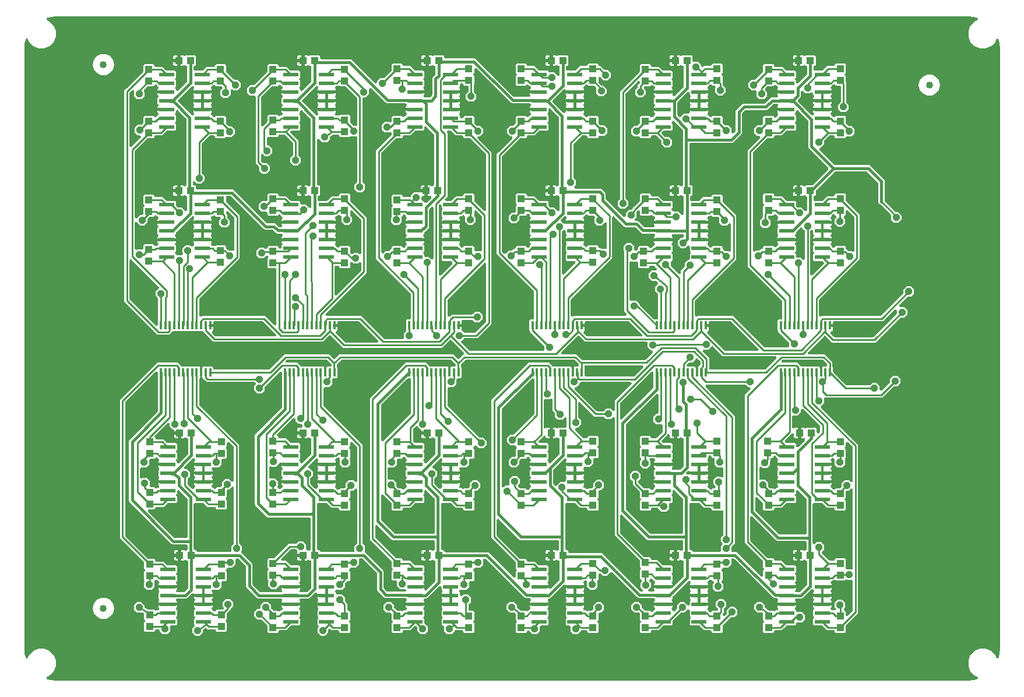
<source format=gbr>
G04 EAGLE Gerber RS-274X export*
G75*
%MOMM*%
%FSLAX34Y34*%
%LPD*%
%INBottom Copper*%
%IPPOS*%
%AMOC8*
5,1,8,0,0,1.08239X$1,22.5*%
G01*
%ADD10R,0.400000X1.200000*%
%ADD11R,2.200000X0.600000*%
%ADD12R,1.100000X1.000000*%
%ADD13C,1.016000*%
%ADD14P,1.305795X8X22.500000*%
%ADD15C,0.254000*%
%ADD16P,1.099708X8X22.500000*%
%ADD17C,0.406400*%

G36*
X1377649Y5186D02*
X1377649Y5186D01*
X1377714Y5184D01*
X1382505Y5453D01*
X1382509Y5454D01*
X1382514Y5454D01*
X1382843Y5501D01*
X1388762Y6852D01*
X1388932Y6909D01*
X1389103Y6962D01*
X1389123Y6973D01*
X1389143Y6980D01*
X1389300Y7070D01*
X1389457Y7155D01*
X1389473Y7170D01*
X1389492Y7180D01*
X1389628Y7299D01*
X1389765Y7415D01*
X1389778Y7432D01*
X1389795Y7446D01*
X1389904Y7589D01*
X1390016Y7729D01*
X1390026Y7749D01*
X1390039Y7766D01*
X1390117Y7928D01*
X1390200Y8088D01*
X1390206Y8109D01*
X1390215Y8128D01*
X1390260Y8303D01*
X1390309Y8475D01*
X1390311Y8497D01*
X1390317Y8518D01*
X1390327Y8698D01*
X1390340Y8876D01*
X1390338Y8898D01*
X1390339Y8920D01*
X1390313Y9099D01*
X1390292Y9276D01*
X1390285Y9297D01*
X1390282Y9319D01*
X1390222Y9488D01*
X1390165Y9658D01*
X1390154Y9677D01*
X1390147Y9698D01*
X1390055Y9852D01*
X1389966Y10008D01*
X1389951Y10025D01*
X1389940Y10043D01*
X1389819Y10176D01*
X1389701Y10312D01*
X1389684Y10325D01*
X1389669Y10341D01*
X1389524Y10448D01*
X1389382Y10557D01*
X1389361Y10568D01*
X1389345Y10580D01*
X1389272Y10613D01*
X1389087Y10709D01*
X1385659Y12129D01*
X1379729Y18059D01*
X1376519Y25807D01*
X1376519Y34193D01*
X1379729Y41941D01*
X1385659Y47871D01*
X1393407Y51081D01*
X1401793Y51081D01*
X1409541Y47871D01*
X1415471Y41941D01*
X1416891Y38513D01*
X1416976Y38355D01*
X1417058Y38195D01*
X1417071Y38177D01*
X1417082Y38158D01*
X1417196Y38020D01*
X1417307Y37879D01*
X1417324Y37865D01*
X1417338Y37848D01*
X1417477Y37735D01*
X1417614Y37618D01*
X1417634Y37608D01*
X1417651Y37594D01*
X1417809Y37511D01*
X1417967Y37424D01*
X1417988Y37417D01*
X1418007Y37407D01*
X1418179Y37357D01*
X1418351Y37302D01*
X1418373Y37300D01*
X1418394Y37294D01*
X1418572Y37278D01*
X1418751Y37259D01*
X1418773Y37261D01*
X1418795Y37259D01*
X1418973Y37279D01*
X1419152Y37296D01*
X1419173Y37302D01*
X1419195Y37304D01*
X1419366Y37359D01*
X1419538Y37411D01*
X1419557Y37421D01*
X1419578Y37428D01*
X1419735Y37515D01*
X1419894Y37599D01*
X1419910Y37613D01*
X1419930Y37624D01*
X1420066Y37741D01*
X1420205Y37855D01*
X1420219Y37872D01*
X1420235Y37886D01*
X1420346Y38027D01*
X1420460Y38166D01*
X1420470Y38186D01*
X1420484Y38203D01*
X1420564Y38363D01*
X1420648Y38522D01*
X1420656Y38545D01*
X1420664Y38563D01*
X1420685Y38639D01*
X1420748Y38838D01*
X1422099Y44757D01*
X1422100Y44762D01*
X1422101Y44767D01*
X1422147Y45095D01*
X1422416Y49886D01*
X1422414Y49935D01*
X1422419Y50000D01*
X1422419Y924800D01*
X1422414Y924849D01*
X1422416Y924914D01*
X1422147Y929705D01*
X1422146Y929709D01*
X1422146Y929714D01*
X1422099Y930043D01*
X1420748Y935962D01*
X1420691Y936132D01*
X1420638Y936303D01*
X1420627Y936323D01*
X1420620Y936343D01*
X1420530Y936500D01*
X1420445Y936657D01*
X1420430Y936673D01*
X1420420Y936692D01*
X1420301Y936828D01*
X1420185Y936965D01*
X1420168Y936978D01*
X1420154Y936995D01*
X1420011Y937104D01*
X1419871Y937216D01*
X1419851Y937226D01*
X1419834Y937239D01*
X1419672Y937317D01*
X1419512Y937400D01*
X1419491Y937406D01*
X1419472Y937415D01*
X1419297Y937460D01*
X1419125Y937509D01*
X1419103Y937511D01*
X1419082Y937517D01*
X1418902Y937527D01*
X1418724Y937540D01*
X1418702Y937538D01*
X1418680Y937539D01*
X1418501Y937513D01*
X1418324Y937492D01*
X1418303Y937485D01*
X1418281Y937482D01*
X1418112Y937422D01*
X1417942Y937365D01*
X1417923Y937354D01*
X1417902Y937347D01*
X1417748Y937255D01*
X1417592Y937166D01*
X1417575Y937151D01*
X1417557Y937140D01*
X1417424Y937019D01*
X1417288Y936901D01*
X1417275Y936884D01*
X1417259Y936869D01*
X1417152Y936724D01*
X1417043Y936582D01*
X1417032Y936561D01*
X1417020Y936545D01*
X1416987Y936472D01*
X1416891Y936287D01*
X1415471Y932859D01*
X1409541Y926929D01*
X1401793Y923719D01*
X1393407Y923719D01*
X1385659Y926929D01*
X1379729Y932859D01*
X1376519Y940607D01*
X1376519Y948993D01*
X1379729Y956741D01*
X1385659Y962671D01*
X1389087Y964091D01*
X1389245Y964176D01*
X1389405Y964258D01*
X1389423Y964271D01*
X1389442Y964282D01*
X1389580Y964396D01*
X1389721Y964507D01*
X1389735Y964524D01*
X1389752Y964538D01*
X1389865Y964677D01*
X1389982Y964814D01*
X1389992Y964834D01*
X1390006Y964851D01*
X1390089Y965009D01*
X1390176Y965167D01*
X1390183Y965188D01*
X1390193Y965207D01*
X1390243Y965379D01*
X1390298Y965551D01*
X1390300Y965573D01*
X1390306Y965594D01*
X1390322Y965772D01*
X1390341Y965951D01*
X1390339Y965973D01*
X1390341Y965995D01*
X1390321Y966173D01*
X1390304Y966352D01*
X1390298Y966373D01*
X1390296Y966395D01*
X1390241Y966566D01*
X1390189Y966738D01*
X1390179Y966757D01*
X1390172Y966778D01*
X1390085Y966935D01*
X1390001Y967094D01*
X1389987Y967110D01*
X1389976Y967130D01*
X1389859Y967266D01*
X1389745Y967405D01*
X1389728Y967419D01*
X1389714Y967435D01*
X1389573Y967546D01*
X1389434Y967660D01*
X1389414Y967670D01*
X1389397Y967684D01*
X1389237Y967764D01*
X1389078Y967848D01*
X1389055Y967856D01*
X1389037Y967864D01*
X1388961Y967885D01*
X1388762Y967948D01*
X1382843Y969299D01*
X1382838Y969300D01*
X1382833Y969301D01*
X1382505Y969347D01*
X1377714Y969616D01*
X1377665Y969614D01*
X1377600Y969619D01*
X50000Y969619D01*
X49951Y969614D01*
X49886Y969616D01*
X45095Y969347D01*
X45091Y969346D01*
X45086Y969346D01*
X44757Y969299D01*
X38838Y967948D01*
X38668Y967891D01*
X38497Y967838D01*
X38477Y967827D01*
X38457Y967820D01*
X38301Y967730D01*
X38143Y967644D01*
X38127Y967630D01*
X38108Y967619D01*
X37973Y967501D01*
X37835Y967385D01*
X37822Y967368D01*
X37805Y967354D01*
X37696Y967211D01*
X37584Y967071D01*
X37574Y967051D01*
X37561Y967034D01*
X37482Y966871D01*
X37400Y966712D01*
X37394Y966691D01*
X37385Y966672D01*
X37339Y966497D01*
X37291Y966325D01*
X37289Y966303D01*
X37283Y966282D01*
X37273Y966102D01*
X37260Y965924D01*
X37262Y965902D01*
X37261Y965880D01*
X37287Y965702D01*
X37308Y965524D01*
X37315Y965503D01*
X37318Y965481D01*
X37378Y965312D01*
X37435Y965142D01*
X37446Y965123D01*
X37453Y965102D01*
X37545Y964948D01*
X37634Y964792D01*
X37649Y964775D01*
X37660Y964757D01*
X37780Y964624D01*
X37899Y964488D01*
X37916Y964475D01*
X37931Y964459D01*
X38076Y964352D01*
X38218Y964243D01*
X38239Y964232D01*
X38255Y964220D01*
X38327Y964187D01*
X38513Y964091D01*
X41941Y962671D01*
X47871Y956741D01*
X51081Y948993D01*
X51081Y940607D01*
X47871Y932859D01*
X41941Y926929D01*
X34193Y923719D01*
X25807Y923719D01*
X18059Y926929D01*
X12129Y932859D01*
X10709Y936287D01*
X10702Y936300D01*
X10698Y936311D01*
X10650Y936397D01*
X10624Y936445D01*
X10542Y936605D01*
X10529Y936623D01*
X10518Y936642D01*
X10404Y936780D01*
X10293Y936921D01*
X10276Y936935D01*
X10262Y936952D01*
X10123Y937065D01*
X9986Y937182D01*
X9966Y937192D01*
X9949Y937206D01*
X9791Y937289D01*
X9633Y937376D01*
X9612Y937383D01*
X9593Y937393D01*
X9421Y937443D01*
X9249Y937498D01*
X9227Y937500D01*
X9206Y937506D01*
X9028Y937522D01*
X8849Y937541D01*
X8827Y937539D01*
X8805Y937541D01*
X8627Y937521D01*
X8448Y937504D01*
X8427Y937498D01*
X8405Y937496D01*
X8234Y937441D01*
X8062Y937389D01*
X8043Y937379D01*
X8022Y937372D01*
X7865Y937285D01*
X7706Y937201D01*
X7690Y937187D01*
X7670Y937176D01*
X7534Y937059D01*
X7395Y936945D01*
X7381Y936928D01*
X7365Y936914D01*
X7254Y936773D01*
X7140Y936634D01*
X7130Y936614D01*
X7116Y936597D01*
X7036Y936437D01*
X6952Y936278D01*
X6944Y936255D01*
X6936Y936237D01*
X6915Y936161D01*
X6852Y935962D01*
X5501Y930043D01*
X5500Y930038D01*
X5499Y930033D01*
X5453Y929705D01*
X5184Y924914D01*
X5186Y924865D01*
X5181Y924800D01*
X5181Y50000D01*
X5186Y49951D01*
X5184Y49886D01*
X5453Y45095D01*
X5454Y45091D01*
X5454Y45086D01*
X5501Y44757D01*
X6852Y38838D01*
X6909Y38668D01*
X6962Y38497D01*
X6973Y38477D01*
X6980Y38457D01*
X7070Y38301D01*
X7156Y38143D01*
X7170Y38127D01*
X7181Y38108D01*
X7299Y37973D01*
X7415Y37835D01*
X7432Y37822D01*
X7446Y37805D01*
X7589Y37696D01*
X7729Y37584D01*
X7749Y37574D01*
X7766Y37561D01*
X7929Y37482D01*
X8088Y37400D01*
X8109Y37394D01*
X8128Y37385D01*
X8303Y37339D01*
X8475Y37291D01*
X8497Y37289D01*
X8518Y37283D01*
X8698Y37273D01*
X8876Y37260D01*
X8898Y37262D01*
X8920Y37261D01*
X9098Y37287D01*
X9276Y37308D01*
X9297Y37315D01*
X9319Y37318D01*
X9488Y37378D01*
X9658Y37435D01*
X9677Y37446D01*
X9698Y37453D01*
X9852Y37545D01*
X10008Y37634D01*
X10025Y37649D01*
X10043Y37660D01*
X10176Y37780D01*
X10312Y37899D01*
X10325Y37916D01*
X10341Y37931D01*
X10448Y38076D01*
X10557Y38218D01*
X10568Y38239D01*
X10580Y38255D01*
X10613Y38327D01*
X10709Y38513D01*
X12129Y41941D01*
X18059Y47871D01*
X25807Y51081D01*
X34193Y51081D01*
X41941Y47871D01*
X47871Y41941D01*
X51081Y34193D01*
X51081Y25807D01*
X47871Y18059D01*
X41941Y12129D01*
X39498Y11116D01*
X38513Y10709D01*
X38354Y10624D01*
X38195Y10542D01*
X38178Y10529D01*
X38158Y10518D01*
X38019Y10404D01*
X37879Y10293D01*
X37865Y10276D01*
X37848Y10262D01*
X37735Y10123D01*
X37618Y9986D01*
X37608Y9966D01*
X37594Y9949D01*
X37511Y9791D01*
X37424Y9633D01*
X37417Y9612D01*
X37407Y9593D01*
X37357Y9421D01*
X37302Y9249D01*
X37300Y9227D01*
X37294Y9206D01*
X37279Y9028D01*
X37259Y8849D01*
X37261Y8827D01*
X37259Y8805D01*
X37279Y8627D01*
X37296Y8448D01*
X37302Y8427D01*
X37304Y8405D01*
X37359Y8234D01*
X37411Y8062D01*
X37421Y8043D01*
X37428Y8022D01*
X37515Y7865D01*
X37599Y7707D01*
X37613Y7690D01*
X37624Y7670D01*
X37741Y7534D01*
X37855Y7395D01*
X37872Y7381D01*
X37886Y7365D01*
X38027Y7254D01*
X38166Y7140D01*
X38186Y7130D01*
X38203Y7116D01*
X38363Y7036D01*
X38522Y6952D01*
X38545Y6944D01*
X38563Y6936D01*
X38639Y6915D01*
X38838Y6852D01*
X44757Y5501D01*
X44762Y5500D01*
X44767Y5499D01*
X45095Y5453D01*
X49886Y5184D01*
X49935Y5186D01*
X50000Y5181D01*
X1377600Y5181D01*
X1377649Y5186D01*
G37*
%LPC*%
G36*
X435511Y70191D02*
X435511Y70191D01*
X431047Y74655D01*
X431047Y80969D01*
X432196Y82118D01*
X432208Y82132D01*
X432221Y82143D01*
X432335Y82287D01*
X432452Y82429D01*
X432460Y82445D01*
X432471Y82459D01*
X432554Y82623D01*
X432640Y82785D01*
X432645Y82802D01*
X432653Y82818D01*
X432703Y82995D01*
X432755Y83171D01*
X432757Y83189D01*
X432761Y83206D01*
X432775Y83389D01*
X432791Y83572D01*
X432789Y83590D01*
X432791Y83607D01*
X432768Y83790D01*
X432748Y83972D01*
X432743Y83989D01*
X432740Y84007D01*
X432682Y84181D01*
X432626Y84356D01*
X432618Y84372D01*
X432612Y84389D01*
X432521Y84547D01*
X432432Y84708D01*
X432420Y84722D01*
X432411Y84737D01*
X432196Y84990D01*
X430759Y86428D01*
X430759Y94532D01*
X431621Y95394D01*
X431632Y95408D01*
X431645Y95419D01*
X431759Y95563D01*
X431876Y95705D01*
X431884Y95721D01*
X431895Y95735D01*
X431978Y95899D01*
X432064Y96061D01*
X432069Y96078D01*
X432077Y96094D01*
X432127Y96271D01*
X432179Y96447D01*
X432181Y96465D01*
X432185Y96482D01*
X432199Y96665D01*
X432215Y96848D01*
X432213Y96866D01*
X432215Y96883D01*
X432192Y97065D01*
X432172Y97248D01*
X432167Y97265D01*
X432164Y97283D01*
X432106Y97457D01*
X432051Y97632D01*
X432042Y97648D01*
X432036Y97664D01*
X431945Y97823D01*
X431856Y97984D01*
X431844Y97998D01*
X431835Y98013D01*
X431621Y98266D01*
X430759Y99128D01*
X430759Y107232D01*
X431621Y108094D01*
X431632Y108107D01*
X431645Y108119D01*
X431760Y108264D01*
X431876Y108405D01*
X431884Y108421D01*
X431895Y108435D01*
X431978Y108599D01*
X432064Y108761D01*
X432069Y108778D01*
X432077Y108794D01*
X432127Y108971D01*
X432179Y109147D01*
X432181Y109165D01*
X432185Y109182D01*
X432199Y109364D01*
X432215Y109548D01*
X432213Y109566D01*
X432215Y109583D01*
X432192Y109765D01*
X432172Y109948D01*
X432167Y109965D01*
X432164Y109983D01*
X432106Y110156D01*
X432051Y110332D01*
X432042Y110348D01*
X432036Y110364D01*
X431945Y110522D01*
X431856Y110684D01*
X431844Y110698D01*
X431835Y110713D01*
X431621Y110966D01*
X431267Y111320D01*
X430932Y111899D01*
X430759Y112545D01*
X430759Y113849D01*
X444300Y113849D01*
X444317Y113850D01*
X444335Y113849D01*
X444518Y113870D01*
X444700Y113888D01*
X444717Y113894D01*
X444735Y113896D01*
X444910Y113953D01*
X445085Y114007D01*
X445101Y114015D01*
X445118Y114021D01*
X445278Y114111D01*
X445439Y114198D01*
X445453Y114210D01*
X445468Y114219D01*
X445608Y114339D01*
X445748Y114456D01*
X445749Y114456D01*
X445749Y114457D01*
X445760Y114470D01*
X445773Y114482D01*
X445774Y114482D01*
X445886Y114627D01*
X446001Y114770D01*
X446010Y114786D01*
X446020Y114800D01*
X446102Y114965D01*
X446187Y115128D01*
X446192Y115145D01*
X446200Y115161D01*
X446248Y115339D01*
X446298Y115515D01*
X446300Y115532D01*
X446304Y115550D01*
X446331Y115880D01*
X446331Y128580D01*
X446331Y141280D01*
X446330Y141295D01*
X446331Y141310D01*
X446331Y141312D01*
X446331Y141315D01*
X446310Y141498D01*
X446291Y141680D01*
X446286Y141697D01*
X446284Y141715D01*
X446227Y141890D01*
X446173Y142065D01*
X446165Y142081D01*
X446159Y142098D01*
X446069Y142258D01*
X445982Y142419D01*
X445970Y142433D01*
X445961Y142448D01*
X445841Y142588D01*
X445724Y142728D01*
X445710Y142740D01*
X445698Y142753D01*
X445553Y142866D01*
X445410Y142981D01*
X445394Y142989D01*
X445380Y143000D01*
X445215Y143082D01*
X445053Y143166D01*
X445036Y143171D01*
X445020Y143179D01*
X444842Y143227D01*
X444666Y143278D01*
X444648Y143279D01*
X444631Y143284D01*
X444300Y143311D01*
X444282Y143309D01*
X444265Y143311D01*
X444264Y143311D01*
X444082Y143289D01*
X443899Y143271D01*
X443882Y143266D01*
X443864Y143264D01*
X443690Y143207D01*
X443514Y143153D01*
X443499Y143144D01*
X443482Y143139D01*
X443321Y143048D01*
X443160Y142961D01*
X443147Y142950D01*
X443131Y142941D01*
X442992Y142821D01*
X442851Y142703D01*
X442840Y142689D01*
X442826Y142678D01*
X442714Y142533D01*
X442599Y142390D01*
X442590Y142374D01*
X442580Y142360D01*
X442498Y142195D01*
X442413Y142032D01*
X442408Y142015D01*
X442400Y141999D01*
X442352Y141821D01*
X442302Y141645D01*
X442300Y141628D01*
X442296Y141610D01*
X442269Y141280D01*
X442269Y130611D01*
X430759Y130611D01*
X430759Y130939D01*
X430758Y130947D01*
X430759Y130956D01*
X430738Y131149D01*
X430719Y131339D01*
X430717Y131348D01*
X430716Y131357D01*
X430658Y131540D01*
X430601Y131724D01*
X430597Y131732D01*
X430594Y131741D01*
X430501Y131909D01*
X430410Y132078D01*
X430404Y132085D01*
X430399Y132093D01*
X430276Y132239D01*
X430152Y132387D01*
X430145Y132393D01*
X430139Y132400D01*
X429990Y132517D01*
X429838Y132640D01*
X429830Y132644D01*
X429823Y132649D01*
X429652Y132736D01*
X429481Y132825D01*
X429472Y132828D01*
X429464Y132832D01*
X429279Y132883D01*
X429094Y132937D01*
X429085Y132937D01*
X429076Y132940D01*
X428884Y132954D01*
X428692Y132970D01*
X428684Y132969D01*
X428675Y132969D01*
X428482Y132945D01*
X428293Y132923D01*
X428284Y132920D01*
X428275Y132919D01*
X428092Y132857D01*
X427910Y132798D01*
X427902Y132793D01*
X427894Y132791D01*
X427725Y132694D01*
X427559Y132600D01*
X427553Y132594D01*
X427545Y132590D01*
X427292Y132375D01*
X421192Y126275D01*
X419620Y124703D01*
X417940Y124007D01*
X406670Y124007D01*
X406661Y124006D01*
X406652Y124007D01*
X406461Y123986D01*
X406269Y123967D01*
X406261Y123965D01*
X406252Y123964D01*
X406068Y123906D01*
X405884Y123849D01*
X405876Y123845D01*
X405868Y123842D01*
X405700Y123749D01*
X405530Y123657D01*
X405523Y123652D01*
X405515Y123647D01*
X405368Y123523D01*
X405221Y123400D01*
X405215Y123393D01*
X405208Y123387D01*
X405088Y123235D01*
X404969Y123086D01*
X404964Y123078D01*
X404959Y123071D01*
X404871Y122898D01*
X404783Y122729D01*
X404781Y122720D01*
X404777Y122712D01*
X404725Y122527D01*
X404672Y122342D01*
X404671Y122333D01*
X404669Y122324D01*
X404654Y122131D01*
X404639Y121940D01*
X404640Y121932D01*
X404639Y121923D01*
X404663Y121730D01*
X404686Y121541D01*
X404688Y121532D01*
X404690Y121523D01*
X404751Y121340D01*
X404811Y121158D01*
X404815Y121150D01*
X404818Y121141D01*
X404914Y120974D01*
X405008Y120807D01*
X405014Y120800D01*
X405019Y120793D01*
X405234Y120540D01*
X405333Y120440D01*
X405668Y119861D01*
X405841Y119215D01*
X405841Y117911D01*
X392300Y117911D01*
X378759Y117911D01*
X378759Y119215D01*
X378932Y119861D01*
X379267Y120440D01*
X379366Y120540D01*
X379372Y120547D01*
X379379Y120552D01*
X379500Y120703D01*
X379622Y120851D01*
X379626Y120859D01*
X379631Y120866D01*
X379720Y121036D01*
X379810Y121207D01*
X379813Y121215D01*
X379817Y121223D01*
X379870Y121408D01*
X379925Y121593D01*
X379926Y121602D01*
X379928Y121610D01*
X379944Y121801D01*
X379961Y121994D01*
X379960Y122003D01*
X379961Y122012D01*
X379939Y122202D01*
X379918Y122394D01*
X379915Y122402D01*
X379914Y122411D01*
X379854Y122595D01*
X379797Y122778D01*
X379792Y122786D01*
X379789Y122794D01*
X379695Y122961D01*
X379602Y123130D01*
X379596Y123137D01*
X379592Y123145D01*
X379467Y123290D01*
X379341Y123437D01*
X379334Y123443D01*
X379328Y123450D01*
X379177Y123567D01*
X379025Y123687D01*
X379017Y123691D01*
X379010Y123696D01*
X378838Y123782D01*
X378666Y123869D01*
X378658Y123872D01*
X378650Y123876D01*
X378463Y123926D01*
X378279Y123977D01*
X378270Y123978D01*
X378261Y123980D01*
X377930Y124007D01*
X345000Y124007D01*
X343320Y124703D01*
X329635Y138388D01*
X328063Y139960D01*
X327367Y141640D01*
X327367Y170041D01*
X327365Y170067D01*
X327367Y170094D01*
X327345Y170268D01*
X327327Y170441D01*
X327320Y170467D01*
X327316Y170493D01*
X327261Y170659D01*
X327209Y170826D01*
X327196Y170850D01*
X327188Y170875D01*
X327101Y171027D01*
X327017Y171180D01*
X327000Y171201D01*
X326987Y171224D01*
X326772Y171477D01*
X316417Y181832D01*
X316396Y181849D01*
X316379Y181870D01*
X316241Y181977D01*
X316105Y182087D01*
X316082Y182100D01*
X316061Y182116D01*
X315904Y182194D01*
X315750Y182276D01*
X315724Y182284D01*
X315700Y182296D01*
X315531Y182341D01*
X315364Y182391D01*
X315337Y182393D01*
X315311Y182400D01*
X314981Y182427D01*
X314160Y182427D01*
X314142Y182425D01*
X314124Y182427D01*
X313942Y182406D01*
X313759Y182387D01*
X313742Y182382D01*
X313725Y182380D01*
X313550Y182323D01*
X313374Y182269D01*
X313359Y182261D01*
X313342Y182255D01*
X313182Y182165D01*
X313020Y182077D01*
X313007Y182066D01*
X312991Y182057D01*
X312852Y181937D01*
X312711Y181820D01*
X312700Y181806D01*
X312686Y181794D01*
X312574Y181649D01*
X312459Y181506D01*
X312451Y181490D01*
X312440Y181476D01*
X312358Y181311D01*
X312273Y181149D01*
X312268Y181132D01*
X312260Y181116D01*
X312213Y180937D01*
X312162Y180762D01*
X312160Y180744D01*
X312156Y180727D01*
X312129Y180396D01*
X312129Y173683D01*
X307665Y169219D01*
X301372Y169219D01*
X301354Y169217D01*
X301336Y169219D01*
X301154Y169198D01*
X300971Y169179D01*
X300954Y169174D01*
X300937Y169172D01*
X300762Y169115D01*
X300586Y169061D01*
X300571Y169053D01*
X300554Y169047D01*
X300394Y168957D01*
X300232Y168869D01*
X300219Y168858D01*
X300203Y168849D01*
X300064Y168729D01*
X299923Y168612D01*
X299912Y168598D01*
X299898Y168586D01*
X299786Y168441D01*
X299671Y168298D01*
X299663Y168282D01*
X299652Y168268D01*
X299570Y168103D01*
X299552Y168069D01*
X298329Y166846D01*
X298318Y166832D01*
X298305Y166821D01*
X298191Y166677D01*
X298074Y166535D01*
X298066Y166519D01*
X298055Y166505D01*
X297972Y166341D01*
X297886Y166179D01*
X297881Y166162D01*
X297873Y166146D01*
X297823Y165969D01*
X297771Y165793D01*
X297769Y165775D01*
X297765Y165758D01*
X297751Y165575D01*
X297735Y165392D01*
X297737Y165374D01*
X297735Y165357D01*
X297758Y165175D01*
X297778Y164992D01*
X297783Y164975D01*
X297786Y164957D01*
X297844Y164783D01*
X297899Y164608D01*
X297908Y164592D01*
X297914Y164576D01*
X298005Y164417D01*
X298094Y164256D01*
X298106Y164242D01*
X298115Y164227D01*
X298329Y163974D01*
X299341Y162962D01*
X299341Y150858D01*
X297852Y149369D01*
X293586Y149369D01*
X293568Y149367D01*
X293550Y149369D01*
X293368Y149348D01*
X293185Y149329D01*
X293168Y149324D01*
X293151Y149322D01*
X292976Y149265D01*
X292800Y149211D01*
X292785Y149203D01*
X292768Y149197D01*
X292608Y149107D01*
X292446Y149019D01*
X292433Y149008D01*
X292417Y148999D01*
X292278Y148879D01*
X292137Y148762D01*
X292126Y148748D01*
X292112Y148736D01*
X291999Y148590D01*
X291885Y148448D01*
X291877Y148432D01*
X291866Y148418D01*
X291783Y148252D01*
X291699Y148091D01*
X291694Y148074D01*
X291686Y148058D01*
X291639Y147879D01*
X291588Y147704D01*
X291586Y147686D01*
X291582Y147669D01*
X291555Y147338D01*
X291555Y141171D01*
X287091Y136707D01*
X280739Y136707D01*
X280639Y136790D01*
X280623Y136798D01*
X280609Y136809D01*
X280445Y136892D01*
X280283Y136978D01*
X280266Y136983D01*
X280250Y136991D01*
X280073Y137041D01*
X279897Y137093D01*
X279879Y137095D01*
X279862Y137099D01*
X279680Y137113D01*
X279496Y137129D01*
X279478Y137127D01*
X279460Y137129D01*
X279280Y137106D01*
X279096Y137086D01*
X279079Y137080D01*
X279061Y137078D01*
X278888Y137020D01*
X278712Y136964D01*
X278696Y136956D01*
X278679Y136950D01*
X278520Y136858D01*
X278360Y136770D01*
X278346Y136758D01*
X278330Y136749D01*
X278077Y136534D01*
X277909Y136366D01*
X277898Y136352D01*
X277884Y136341D01*
X277771Y136197D01*
X277654Y136055D01*
X277646Y136039D01*
X277635Y136025D01*
X277552Y135861D01*
X277466Y135699D01*
X277461Y135682D01*
X277453Y135666D01*
X277403Y135489D01*
X277351Y135313D01*
X277349Y135295D01*
X277345Y135278D01*
X277331Y135094D01*
X277315Y134912D01*
X277317Y134894D01*
X277315Y134877D01*
X277338Y134694D01*
X277358Y134512D01*
X277363Y134495D01*
X277366Y134477D01*
X277424Y134303D01*
X277480Y134128D01*
X277488Y134112D01*
X277494Y134096D01*
X277586Y133936D01*
X277674Y133776D01*
X277686Y133762D01*
X277695Y133747D01*
X277909Y133494D01*
X278263Y133140D01*
X278598Y132561D01*
X278771Y131915D01*
X278771Y130611D01*
X267261Y130611D01*
X267261Y141280D01*
X267260Y141295D01*
X267261Y141310D01*
X267261Y141312D01*
X267261Y141315D01*
X267240Y141498D01*
X267221Y141680D01*
X267216Y141697D01*
X267214Y141715D01*
X267157Y141890D01*
X267103Y142065D01*
X267095Y142081D01*
X267089Y142098D01*
X266999Y142258D01*
X266912Y142419D01*
X266900Y142433D01*
X266891Y142448D01*
X266771Y142588D01*
X266654Y142728D01*
X266640Y142740D01*
X266628Y142753D01*
X266483Y142866D01*
X266340Y142981D01*
X266324Y142989D01*
X266310Y143000D01*
X266145Y143082D01*
X265983Y143166D01*
X265966Y143171D01*
X265950Y143179D01*
X265772Y143227D01*
X265596Y143278D01*
X265578Y143279D01*
X265561Y143284D01*
X265230Y143311D01*
X265212Y143309D01*
X265195Y143311D01*
X265194Y143311D01*
X265012Y143289D01*
X264829Y143271D01*
X264812Y143266D01*
X264794Y143264D01*
X264620Y143207D01*
X264444Y143153D01*
X264429Y143144D01*
X264412Y143139D01*
X264251Y143048D01*
X264090Y142961D01*
X264077Y142950D01*
X264061Y142941D01*
X263922Y142821D01*
X263781Y142703D01*
X263770Y142689D01*
X263756Y142678D01*
X263644Y142533D01*
X263529Y142390D01*
X263520Y142374D01*
X263510Y142360D01*
X263428Y142195D01*
X263343Y142032D01*
X263338Y142015D01*
X263330Y141999D01*
X263282Y141821D01*
X263232Y141645D01*
X263230Y141628D01*
X263226Y141610D01*
X263199Y141280D01*
X263199Y130611D01*
X251395Y130611D01*
X251340Y130714D01*
X251334Y130721D01*
X251329Y130729D01*
X251205Y130875D01*
X251082Y131023D01*
X251075Y131029D01*
X251069Y131036D01*
X250917Y131156D01*
X250768Y131276D01*
X250760Y131280D01*
X250753Y131285D01*
X250581Y131373D01*
X250411Y131461D01*
X250402Y131464D01*
X250394Y131468D01*
X250208Y131520D01*
X250024Y131573D01*
X250015Y131573D01*
X250006Y131576D01*
X249812Y131590D01*
X249623Y131606D01*
X249614Y131604D01*
X249605Y131605D01*
X249411Y131581D01*
X249223Y131559D01*
X249214Y131556D01*
X249205Y131555D01*
X249023Y131493D01*
X248840Y131434D01*
X248832Y131429D01*
X248824Y131427D01*
X248656Y131330D01*
X248489Y131236D01*
X248483Y131230D01*
X248475Y131226D01*
X248222Y131011D01*
X241914Y124703D01*
X240234Y124007D01*
X227600Y124007D01*
X227591Y124006D01*
X227582Y124007D01*
X227391Y123986D01*
X227199Y123967D01*
X227191Y123965D01*
X227182Y123964D01*
X226998Y123906D01*
X226814Y123849D01*
X226806Y123845D01*
X226798Y123842D01*
X226630Y123749D01*
X226460Y123657D01*
X226453Y123652D01*
X226445Y123647D01*
X226298Y123523D01*
X226151Y123400D01*
X226145Y123393D01*
X226138Y123387D01*
X226018Y123235D01*
X225899Y123086D01*
X225894Y123078D01*
X225889Y123071D01*
X225801Y122898D01*
X225713Y122729D01*
X225711Y122720D01*
X225707Y122712D01*
X225655Y122527D01*
X225602Y122342D01*
X225601Y122333D01*
X225599Y122324D01*
X225584Y122131D01*
X225569Y121940D01*
X225570Y121932D01*
X225569Y121923D01*
X225593Y121730D01*
X225616Y121541D01*
X225618Y121532D01*
X225620Y121523D01*
X225681Y121340D01*
X225741Y121158D01*
X225745Y121150D01*
X225748Y121141D01*
X225844Y120974D01*
X225938Y120807D01*
X225944Y120800D01*
X225949Y120793D01*
X226164Y120540D01*
X226263Y120440D01*
X226598Y119861D01*
X226771Y119215D01*
X226771Y117911D01*
X213230Y117911D01*
X199689Y117911D01*
X199689Y119215D01*
X199862Y119861D01*
X200197Y120440D01*
X200551Y120794D01*
X200562Y120808D01*
X200575Y120819D01*
X200689Y120963D01*
X200806Y121105D01*
X200814Y121121D01*
X200825Y121135D01*
X200908Y121299D01*
X200994Y121461D01*
X200999Y121478D01*
X201007Y121494D01*
X201057Y121671D01*
X201109Y121847D01*
X201111Y121865D01*
X201115Y121882D01*
X201129Y122065D01*
X201145Y122248D01*
X201143Y122266D01*
X201145Y122283D01*
X201122Y122465D01*
X201102Y122648D01*
X201097Y122665D01*
X201094Y122683D01*
X201036Y122857D01*
X200981Y123032D01*
X200972Y123048D01*
X200966Y123064D01*
X200875Y123223D01*
X200786Y123384D01*
X200774Y123398D01*
X200765Y123413D01*
X200551Y123666D01*
X199689Y124528D01*
X199689Y132632D01*
X200551Y133494D01*
X200562Y133508D01*
X200576Y133519D01*
X200690Y133664D01*
X200806Y133805D01*
X200814Y133821D01*
X200825Y133835D01*
X200909Y134000D01*
X200994Y134161D01*
X200999Y134178D01*
X201007Y134194D01*
X201057Y134371D01*
X201109Y134547D01*
X201111Y134565D01*
X201115Y134582D01*
X201129Y134765D01*
X201145Y134948D01*
X201143Y134966D01*
X201145Y134983D01*
X201122Y135165D01*
X201102Y135348D01*
X201097Y135365D01*
X201094Y135383D01*
X201036Y135556D01*
X200981Y135732D01*
X200972Y135748D01*
X200966Y135764D01*
X200874Y135924D01*
X200786Y136084D01*
X200774Y136098D01*
X200765Y136113D01*
X200551Y136366D01*
X200197Y136720D01*
X199862Y137299D01*
X199689Y137945D01*
X199689Y139249D01*
X213230Y139249D01*
X226771Y139249D01*
X226771Y137945D01*
X226598Y137299D01*
X226263Y136720D01*
X226164Y136620D01*
X226158Y136613D01*
X226151Y136608D01*
X226030Y136457D01*
X225908Y136309D01*
X225904Y136301D01*
X225899Y136294D01*
X225810Y136124D01*
X225720Y135953D01*
X225717Y135945D01*
X225713Y135937D01*
X225660Y135751D01*
X225605Y135567D01*
X225604Y135558D01*
X225602Y135550D01*
X225586Y135358D01*
X225569Y135166D01*
X225570Y135157D01*
X225569Y135148D01*
X225591Y134957D01*
X225612Y134766D01*
X225615Y134758D01*
X225616Y134749D01*
X225676Y134565D01*
X225733Y134382D01*
X225738Y134374D01*
X225741Y134366D01*
X225836Y134197D01*
X225928Y134030D01*
X225934Y134023D01*
X225938Y134015D01*
X226065Y133869D01*
X226189Y133723D01*
X226196Y133717D01*
X226202Y133710D01*
X226353Y133593D01*
X226505Y133473D01*
X226513Y133469D01*
X226520Y133464D01*
X226692Y133378D01*
X226864Y133291D01*
X226872Y133288D01*
X226880Y133284D01*
X227067Y133234D01*
X227251Y133183D01*
X227260Y133182D01*
X227269Y133180D01*
X227600Y133153D01*
X236589Y133153D01*
X236615Y133155D01*
X236642Y133153D01*
X236816Y133175D01*
X236989Y133193D01*
X237015Y133200D01*
X237041Y133204D01*
X237207Y133259D01*
X237374Y133311D01*
X237398Y133324D01*
X237423Y133332D01*
X237575Y133419D01*
X237728Y133503D01*
X237749Y133520D01*
X237772Y133533D01*
X238025Y133748D01*
X242562Y138285D01*
X242579Y138306D01*
X242600Y138323D01*
X242707Y138461D01*
X242817Y138597D01*
X242830Y138620D01*
X242846Y138641D01*
X242924Y138798D01*
X243006Y138952D01*
X243014Y138978D01*
X243026Y139002D01*
X243071Y139171D01*
X243121Y139338D01*
X243123Y139365D01*
X243130Y139391D01*
X243157Y139721D01*
X243157Y177428D01*
X243155Y177446D01*
X243157Y177464D01*
X243136Y177646D01*
X243117Y177829D01*
X243112Y177846D01*
X243110Y177863D01*
X243053Y178038D01*
X242999Y178214D01*
X242991Y178229D01*
X242985Y178246D01*
X242895Y178406D01*
X242807Y178568D01*
X242796Y178581D01*
X242787Y178597D01*
X242667Y178736D01*
X242550Y178877D01*
X242536Y178888D01*
X242524Y178902D01*
X242379Y179014D01*
X242236Y179129D01*
X242220Y179137D01*
X242206Y179148D01*
X242041Y179230D01*
X241879Y179315D01*
X241862Y179320D01*
X241846Y179328D01*
X241667Y179375D01*
X241492Y179426D01*
X241474Y179428D01*
X241457Y179432D01*
X241182Y179455D01*
X240666Y179971D01*
X240653Y179982D01*
X240641Y179995D01*
X240497Y180109D01*
X240355Y180226D01*
X240339Y180234D01*
X240325Y180245D01*
X240161Y180328D01*
X239999Y180414D01*
X239982Y180419D01*
X239966Y180427D01*
X239789Y180477D01*
X239613Y180529D01*
X239595Y180531D01*
X239578Y180535D01*
X239395Y180549D01*
X239212Y180565D01*
X239194Y180563D01*
X239177Y180565D01*
X238995Y180542D01*
X238812Y180522D01*
X238795Y180517D01*
X238777Y180514D01*
X238604Y180456D01*
X238428Y180401D01*
X238412Y180392D01*
X238396Y180386D01*
X238237Y180295D01*
X238076Y180206D01*
X238062Y180194D01*
X238047Y180185D01*
X237794Y179971D01*
X237790Y179967D01*
X237211Y179632D01*
X236565Y179459D01*
X233229Y179459D01*
X233229Y186532D01*
X233227Y186550D01*
X233229Y186567D01*
X233208Y186749D01*
X233189Y186932D01*
X233184Y186949D01*
X233182Y186967D01*
X233169Y187008D01*
X233196Y187102D01*
X233198Y187120D01*
X233202Y187137D01*
X233229Y187468D01*
X233229Y194541D01*
X236565Y194541D01*
X237211Y194368D01*
X237790Y194033D01*
X237794Y194029D01*
X237808Y194018D01*
X237819Y194005D01*
X237963Y193891D01*
X238105Y193774D01*
X238121Y193766D01*
X238135Y193755D01*
X238299Y193671D01*
X238461Y193586D01*
X238478Y193581D01*
X238494Y193573D01*
X238671Y193523D01*
X238847Y193471D01*
X238865Y193469D01*
X238882Y193465D01*
X239065Y193451D01*
X239248Y193435D01*
X239266Y193437D01*
X239283Y193435D01*
X239465Y193458D01*
X239648Y193478D01*
X239665Y193483D01*
X239683Y193486D01*
X239856Y193544D01*
X240032Y193599D01*
X240048Y193608D01*
X240064Y193614D01*
X240224Y193706D01*
X240384Y193794D01*
X240398Y193806D01*
X240413Y193815D01*
X240666Y194029D01*
X241428Y194791D01*
X241445Y194812D01*
X241466Y194830D01*
X241573Y194968D01*
X241683Y195103D01*
X241696Y195127D01*
X241712Y195148D01*
X241790Y195305D01*
X241872Y195459D01*
X241880Y195484D01*
X241892Y195508D01*
X241937Y195678D01*
X241987Y195845D01*
X241989Y195871D01*
X241996Y195897D01*
X242023Y196228D01*
X242023Y200716D01*
X242021Y200734D01*
X242023Y200752D01*
X242002Y200934D01*
X241983Y201117D01*
X241978Y201134D01*
X241976Y201151D01*
X241919Y201326D01*
X241865Y201502D01*
X241857Y201517D01*
X241851Y201534D01*
X241761Y201694D01*
X241673Y201856D01*
X241662Y201869D01*
X241653Y201885D01*
X241533Y202024D01*
X241416Y202165D01*
X241402Y202176D01*
X241390Y202190D01*
X241245Y202302D01*
X241102Y202417D01*
X241086Y202425D01*
X241072Y202436D01*
X240907Y202518D01*
X240745Y202603D01*
X240728Y202608D01*
X240712Y202616D01*
X240533Y202663D01*
X240358Y202714D01*
X240340Y202716D01*
X240323Y202720D01*
X239992Y202747D01*
X220540Y202747D01*
X218860Y203443D01*
X157883Y264420D01*
X157187Y266100D01*
X157187Y353010D01*
X157883Y354690D01*
X159455Y356262D01*
X198312Y395119D01*
X198329Y395140D01*
X198350Y395157D01*
X198457Y395295D01*
X198567Y395431D01*
X198580Y395454D01*
X198596Y395475D01*
X198674Y395632D01*
X198756Y395786D01*
X198764Y395812D01*
X198776Y395836D01*
X198821Y396005D01*
X198871Y396172D01*
X198873Y396199D01*
X198880Y396225D01*
X198907Y396555D01*
X198907Y451852D01*
X198906Y451861D01*
X198907Y451870D01*
X198886Y452063D01*
X198867Y452253D01*
X198865Y452261D01*
X198864Y452270D01*
X198805Y452455D01*
X198749Y452638D01*
X198745Y452646D01*
X198742Y452654D01*
X198649Y452822D01*
X198557Y452992D01*
X198552Y452999D01*
X198547Y453006D01*
X198423Y453154D01*
X198300Y453301D01*
X198293Y453307D01*
X198287Y453313D01*
X198135Y453433D01*
X197986Y453553D01*
X197978Y453558D01*
X197971Y453563D01*
X197798Y453651D01*
X197629Y453739D01*
X197620Y453741D01*
X197612Y453745D01*
X197426Y453797D01*
X197242Y453850D01*
X197233Y453851D01*
X197224Y453853D01*
X197031Y453868D01*
X196840Y453883D01*
X196832Y453882D01*
X196823Y453883D01*
X196630Y453859D01*
X196441Y453836D01*
X196432Y453834D01*
X196423Y453832D01*
X196241Y453771D01*
X196058Y453711D01*
X196050Y453707D01*
X196042Y453704D01*
X195875Y453608D01*
X195707Y453514D01*
X195700Y453508D01*
X195693Y453503D01*
X195440Y453289D01*
X152196Y410044D01*
X152179Y410024D01*
X152158Y410006D01*
X152051Y409868D01*
X151941Y409733D01*
X151928Y409709D01*
X151912Y409688D01*
X151834Y409531D01*
X151752Y409377D01*
X151744Y409352D01*
X151732Y409328D01*
X151687Y409158D01*
X151637Y408991D01*
X151635Y408965D01*
X151628Y408939D01*
X151601Y408608D01*
X151601Y216344D01*
X151603Y216317D01*
X151601Y216291D01*
X151623Y216117D01*
X151641Y215943D01*
X151648Y215918D01*
X151652Y215891D01*
X151707Y215725D01*
X151759Y215558D01*
X151772Y215535D01*
X151780Y215509D01*
X151867Y215358D01*
X151951Y215204D01*
X151968Y215184D01*
X151981Y215161D01*
X152196Y214908D01*
X185058Y182046D01*
X185078Y182029D01*
X185096Y182008D01*
X185234Y181901D01*
X185369Y181791D01*
X185393Y181778D01*
X185414Y181762D01*
X185571Y181684D01*
X185725Y181602D01*
X185750Y181594D01*
X185774Y181582D01*
X185944Y181537D01*
X186111Y181487D01*
X186137Y181485D01*
X186163Y181478D01*
X186494Y181451D01*
X193712Y181451D01*
X195201Y179962D01*
X195201Y179634D01*
X195203Y179616D01*
X195201Y179598D01*
X195222Y179416D01*
X195241Y179233D01*
X195246Y179216D01*
X195248Y179199D01*
X195305Y179024D01*
X195359Y178848D01*
X195367Y178833D01*
X195373Y178816D01*
X195463Y178655D01*
X195551Y178494D01*
X195562Y178481D01*
X195571Y178465D01*
X195691Y178326D01*
X195808Y178185D01*
X195822Y178174D01*
X195834Y178160D01*
X195979Y178048D01*
X196122Y177933D01*
X196138Y177925D01*
X196152Y177914D01*
X196317Y177832D01*
X196479Y177747D01*
X196496Y177742D01*
X196512Y177734D01*
X196691Y177687D01*
X196866Y177636D01*
X196884Y177634D01*
X196901Y177630D01*
X197232Y177603D01*
X207534Y177603D01*
X212322Y172816D01*
X212342Y172799D01*
X212360Y172778D01*
X212498Y172671D01*
X212633Y172561D01*
X212657Y172548D01*
X212678Y172532D01*
X212835Y172454D01*
X212989Y172372D01*
X213014Y172364D01*
X213038Y172352D01*
X213208Y172307D01*
X213375Y172257D01*
X213401Y172255D01*
X213427Y172248D01*
X213758Y172221D01*
X225282Y172221D01*
X226771Y170732D01*
X226771Y162628D01*
X225909Y161766D01*
X225898Y161752D01*
X225885Y161741D01*
X225771Y161597D01*
X225654Y161455D01*
X225646Y161439D01*
X225635Y161425D01*
X225552Y161261D01*
X225466Y161099D01*
X225461Y161082D01*
X225453Y161066D01*
X225403Y160889D01*
X225351Y160713D01*
X225349Y160695D01*
X225345Y160678D01*
X225331Y160495D01*
X225315Y160312D01*
X225317Y160294D01*
X225315Y160277D01*
X225338Y160095D01*
X225358Y159912D01*
X225363Y159895D01*
X225366Y159877D01*
X225424Y159703D01*
X225479Y159528D01*
X225488Y159512D01*
X225494Y159496D01*
X225585Y159337D01*
X225674Y159176D01*
X225686Y159162D01*
X225695Y159147D01*
X225909Y158894D01*
X226771Y158032D01*
X226771Y149928D01*
X225909Y149066D01*
X225898Y149053D01*
X225885Y149041D01*
X225770Y148896D01*
X225654Y148755D01*
X225646Y148739D01*
X225635Y148725D01*
X225552Y148561D01*
X225466Y148399D01*
X225461Y148382D01*
X225453Y148366D01*
X225403Y148189D01*
X225351Y148013D01*
X225349Y147995D01*
X225345Y147978D01*
X225331Y147795D01*
X225315Y147612D01*
X225317Y147594D01*
X225315Y147577D01*
X225338Y147395D01*
X225358Y147212D01*
X225363Y147195D01*
X225366Y147177D01*
X225424Y147003D01*
X225479Y146828D01*
X225488Y146812D01*
X225494Y146796D01*
X225585Y146637D01*
X225674Y146476D01*
X225686Y146462D01*
X225695Y146447D01*
X225909Y146194D01*
X226263Y145840D01*
X226598Y145261D01*
X226771Y144615D01*
X226771Y143311D01*
X213230Y143311D01*
X199689Y143311D01*
X199689Y144615D01*
X199862Y145261D01*
X200197Y145840D01*
X200551Y146194D01*
X200562Y146208D01*
X200576Y146219D01*
X200689Y146363D01*
X200806Y146505D01*
X200814Y146521D01*
X200825Y146535D01*
X200909Y146699D01*
X200994Y146861D01*
X200999Y146878D01*
X201007Y146894D01*
X201057Y147071D01*
X201109Y147247D01*
X201111Y147265D01*
X201115Y147282D01*
X201129Y147465D01*
X201145Y147648D01*
X201143Y147666D01*
X201145Y147683D01*
X201122Y147865D01*
X201102Y148048D01*
X201097Y148065D01*
X201094Y148083D01*
X201036Y148256D01*
X200981Y148432D01*
X200972Y148448D01*
X200966Y148464D01*
X200874Y148624D01*
X200786Y148784D01*
X200774Y148798D01*
X200765Y148813D01*
X200551Y149066D01*
X200042Y149574D01*
X200022Y149591D01*
X200004Y149612D01*
X199866Y149719D01*
X199731Y149829D01*
X199707Y149842D01*
X199686Y149858D01*
X199530Y149936D01*
X199375Y150018D01*
X199350Y150026D01*
X199326Y150038D01*
X199156Y150083D01*
X198989Y150133D01*
X198963Y150135D01*
X198937Y150142D01*
X198719Y150160D01*
X198047Y150832D01*
X198034Y150843D01*
X198022Y150856D01*
X197878Y150970D01*
X197736Y151087D01*
X197720Y151095D01*
X197706Y151106D01*
X197542Y151189D01*
X197380Y151275D01*
X197363Y151280D01*
X197347Y151288D01*
X197170Y151338D01*
X196994Y151390D01*
X196976Y151392D01*
X196959Y151396D01*
X196776Y151410D01*
X196593Y151426D01*
X196575Y151424D01*
X196558Y151426D01*
X196376Y151403D01*
X196193Y151383D01*
X196176Y151378D01*
X196158Y151375D01*
X195985Y151317D01*
X195809Y151262D01*
X195793Y151253D01*
X195777Y151247D01*
X195618Y151156D01*
X195457Y151067D01*
X195443Y151055D01*
X195428Y151046D01*
X195175Y150832D01*
X194487Y150143D01*
X194475Y150130D01*
X194462Y150118D01*
X194348Y149974D01*
X194231Y149832D01*
X194223Y149816D01*
X194212Y149802D01*
X194128Y149638D01*
X194043Y149476D01*
X194038Y149459D01*
X194030Y149443D01*
X193980Y149266D01*
X193928Y149090D01*
X193926Y149073D01*
X193922Y149055D01*
X193908Y148872D01*
X193892Y148689D01*
X193894Y148672D01*
X193892Y148654D01*
X193915Y148472D01*
X193935Y148289D01*
X193940Y148272D01*
X193943Y148254D01*
X194001Y148081D01*
X194057Y147905D01*
X194065Y147890D01*
X194071Y147873D01*
X194163Y147713D01*
X194251Y147553D01*
X194263Y147539D01*
X194272Y147524D01*
X194273Y147523D01*
X194273Y141171D01*
X189809Y136707D01*
X183495Y136707D01*
X179031Y141171D01*
X179031Y147485D01*
X179325Y147779D01*
X179337Y147793D01*
X179350Y147804D01*
X179464Y147949D01*
X179581Y148090D01*
X179589Y148106D01*
X179600Y148120D01*
X179684Y148285D01*
X179769Y148446D01*
X179774Y148463D01*
X179782Y148479D01*
X179832Y148656D01*
X179884Y148832D01*
X179886Y148850D01*
X179890Y148867D01*
X179904Y149050D01*
X179920Y149233D01*
X179918Y149251D01*
X179920Y149268D01*
X179897Y149450D01*
X179877Y149633D01*
X179871Y149650D01*
X179869Y149668D01*
X179811Y149841D01*
X179755Y150017D01*
X179747Y150033D01*
X179741Y150050D01*
X179649Y150209D01*
X179561Y150369D01*
X179549Y150383D01*
X179540Y150398D01*
X179325Y150651D01*
X179119Y150858D01*
X179119Y162962D01*
X180131Y163974D01*
X180142Y163987D01*
X180155Y163999D01*
X180270Y164144D01*
X180386Y164285D01*
X180394Y164301D01*
X180405Y164315D01*
X180488Y164479D01*
X180574Y164641D01*
X180579Y164658D01*
X180587Y164674D01*
X180637Y164851D01*
X180689Y165027D01*
X180691Y165045D01*
X180695Y165062D01*
X180709Y165245D01*
X180725Y165428D01*
X180723Y165446D01*
X180725Y165463D01*
X180702Y165645D01*
X180682Y165828D01*
X180677Y165845D01*
X180674Y165863D01*
X180616Y166036D01*
X180561Y166212D01*
X180552Y166228D01*
X180546Y166244D01*
X180455Y166403D01*
X180366Y166564D01*
X180354Y166578D01*
X180345Y166593D01*
X180131Y166846D01*
X179119Y167858D01*
X179119Y176364D01*
X179117Y176391D01*
X179119Y176417D01*
X179097Y176591D01*
X179079Y176765D01*
X179072Y176790D01*
X179068Y176817D01*
X179013Y176983D01*
X178961Y177150D01*
X178948Y177173D01*
X178940Y177199D01*
X178853Y177350D01*
X178769Y177504D01*
X178752Y177524D01*
X178739Y177547D01*
X178524Y177800D01*
X143979Y212346D01*
X143979Y412606D01*
X198028Y466655D01*
X227854Y466655D01*
X232854Y461656D01*
X232874Y461639D01*
X232892Y461618D01*
X233030Y461511D01*
X233165Y461401D01*
X233189Y461388D01*
X233210Y461372D01*
X233367Y461294D01*
X233521Y461212D01*
X233546Y461204D01*
X233570Y461192D01*
X233740Y461147D01*
X233907Y461097D01*
X233933Y461095D01*
X233959Y461088D01*
X234290Y461061D01*
X259349Y461061D01*
X259357Y461060D01*
X259366Y461061D01*
X259374Y461061D01*
X259376Y461061D01*
X259378Y461061D01*
X259949Y461061D01*
X259949Y460486D01*
X259950Y460476D01*
X259949Y460468D01*
X259951Y460451D01*
X259949Y460433D01*
X259971Y460259D01*
X259988Y460085D01*
X259991Y460076D01*
X259992Y460068D01*
X259997Y460051D01*
X260000Y460033D01*
X260055Y459868D01*
X260107Y459700D01*
X260111Y459692D01*
X260114Y459684D01*
X260122Y459669D01*
X260128Y459651D01*
X260215Y459500D01*
X260298Y459346D01*
X260304Y459339D01*
X260309Y459332D01*
X260320Y459318D01*
X260329Y459303D01*
X260544Y459050D01*
X260544Y459049D01*
X260551Y459044D01*
X260556Y459037D01*
X260563Y459031D01*
X260569Y459025D01*
X260713Y458911D01*
X260855Y458794D01*
X260863Y458790D01*
X260870Y458785D01*
X260878Y458781D01*
X260885Y458775D01*
X261049Y458691D01*
X261211Y458606D01*
X261220Y458603D01*
X261227Y458599D01*
X261235Y458597D01*
X261244Y458593D01*
X261421Y458543D01*
X261597Y458491D01*
X261606Y458490D01*
X261614Y458488D01*
X261622Y458487D01*
X261632Y458485D01*
X261815Y458471D01*
X261998Y458455D01*
X262007Y458456D01*
X262015Y458455D01*
X262016Y458455D01*
X262024Y458456D01*
X262033Y458455D01*
X262215Y458478D01*
X262398Y458498D01*
X262407Y458501D01*
X262416Y458502D01*
X262423Y458504D01*
X262433Y458506D01*
X262606Y458564D01*
X262782Y458619D01*
X262790Y458624D01*
X262798Y458627D01*
X262806Y458631D01*
X262814Y458634D01*
X262974Y458726D01*
X263134Y458814D01*
X263141Y458820D01*
X263149Y458825D01*
X263155Y458830D01*
X263163Y458835D01*
X263416Y459049D01*
X263416Y459050D01*
X263428Y459063D01*
X263441Y459075D01*
X263447Y459082D01*
X263454Y459088D01*
X263561Y459226D01*
X263672Y459361D01*
X263680Y459377D01*
X263691Y459391D01*
X263695Y459399D01*
X263700Y459406D01*
X263778Y459563D01*
X263860Y459717D01*
X263865Y459734D01*
X263873Y459750D01*
X263875Y459758D01*
X263880Y459766D01*
X263925Y459936D01*
X263975Y460103D01*
X263977Y460121D01*
X263981Y460138D01*
X263982Y460146D01*
X263984Y460155D01*
X264011Y460486D01*
X264011Y461061D01*
X264582Y461061D01*
X264584Y461061D01*
X264586Y461061D01*
X278032Y461061D01*
X279521Y459572D01*
X279521Y458526D01*
X279523Y458508D01*
X279521Y458490D01*
X279542Y458308D01*
X279561Y458125D01*
X279566Y458108D01*
X279568Y458091D01*
X279625Y457916D01*
X279679Y457740D01*
X279687Y457725D01*
X279693Y457708D01*
X279783Y457548D01*
X279871Y457386D01*
X279882Y457373D01*
X279891Y457357D01*
X280011Y457218D01*
X280128Y457077D01*
X280142Y457066D01*
X280154Y457052D01*
X280299Y456940D01*
X280442Y456825D01*
X280458Y456817D01*
X280472Y456806D01*
X280637Y456724D01*
X280799Y456639D01*
X280816Y456634D01*
X280832Y456626D01*
X281011Y456579D01*
X281186Y456528D01*
X281204Y456526D01*
X281221Y456522D01*
X281552Y456495D01*
X360000Y456495D01*
X360027Y456497D01*
X360053Y456495D01*
X360227Y456517D01*
X360401Y456535D01*
X360426Y456542D01*
X360453Y456546D01*
X360619Y456601D01*
X360786Y456653D01*
X360809Y456666D01*
X360835Y456674D01*
X360986Y456761D01*
X361140Y456845D01*
X361160Y456862D01*
X361183Y456875D01*
X361436Y457090D01*
X383194Y478847D01*
X447818Y478847D01*
X453821Y472844D01*
X453834Y472833D01*
X453846Y472820D01*
X453990Y472706D01*
X454132Y472589D01*
X454148Y472581D01*
X454162Y472570D01*
X454326Y472487D01*
X454488Y472401D01*
X454505Y472396D01*
X454521Y472388D01*
X454698Y472338D01*
X454874Y472286D01*
X454892Y472284D01*
X454909Y472280D01*
X455092Y472266D01*
X455275Y472250D01*
X455293Y472252D01*
X455310Y472250D01*
X455492Y472273D01*
X455675Y472293D01*
X455692Y472298D01*
X455710Y472301D01*
X455883Y472359D01*
X456059Y472415D01*
X456075Y472423D01*
X456091Y472429D01*
X456251Y472521D01*
X456411Y472609D01*
X456425Y472621D01*
X456440Y472630D01*
X456693Y472844D01*
X462696Y478847D01*
X628158Y478847D01*
X630986Y476020D01*
X634161Y472844D01*
X634174Y472833D01*
X634186Y472820D01*
X634330Y472706D01*
X634472Y472589D01*
X634488Y472581D01*
X634502Y472570D01*
X634666Y472487D01*
X634828Y472401D01*
X634845Y472396D01*
X634861Y472388D01*
X635038Y472338D01*
X635214Y472286D01*
X635232Y472284D01*
X635249Y472280D01*
X635432Y472266D01*
X635615Y472250D01*
X635633Y472252D01*
X635650Y472250D01*
X635832Y472273D01*
X636015Y472293D01*
X636032Y472298D01*
X636050Y472301D01*
X636223Y472359D01*
X636399Y472415D01*
X636415Y472423D01*
X636431Y472429D01*
X636591Y472521D01*
X636751Y472609D01*
X636765Y472621D01*
X636780Y472630D01*
X637033Y472844D01*
X643123Y478934D01*
X643134Y478948D01*
X643147Y478959D01*
X643261Y479103D01*
X643378Y479245D01*
X643386Y479261D01*
X643397Y479275D01*
X643481Y479439D01*
X643566Y479601D01*
X643571Y479618D01*
X643579Y479634D01*
X643629Y479811D01*
X643681Y479987D01*
X643683Y480005D01*
X643687Y480022D01*
X643701Y480205D01*
X643717Y480388D01*
X643715Y480406D01*
X643717Y480423D01*
X643694Y480605D01*
X643674Y480788D01*
X643669Y480805D01*
X643666Y480823D01*
X643608Y480996D01*
X643552Y481172D01*
X643544Y481188D01*
X643538Y481204D01*
X643446Y481364D01*
X643358Y481524D01*
X643346Y481538D01*
X643337Y481553D01*
X643123Y481806D01*
X625603Y499326D01*
X625590Y499337D01*
X625578Y499350D01*
X625434Y499464D01*
X625292Y499581D01*
X625276Y499589D01*
X625262Y499600D01*
X625098Y499683D01*
X624936Y499769D01*
X624919Y499774D01*
X624903Y499782D01*
X624726Y499832D01*
X624550Y499884D01*
X624532Y499886D01*
X624515Y499890D01*
X624332Y499904D01*
X624149Y499920D01*
X624131Y499918D01*
X624114Y499920D01*
X623932Y499897D01*
X623749Y499877D01*
X623732Y499872D01*
X623714Y499869D01*
X623541Y499811D01*
X623365Y499755D01*
X623349Y499747D01*
X623333Y499741D01*
X623173Y499649D01*
X623013Y499561D01*
X622999Y499549D01*
X622984Y499540D01*
X622731Y499326D01*
X611902Y488497D01*
X468030Y488497D01*
X450343Y506184D01*
X450329Y506195D01*
X450318Y506208D01*
X450174Y506322D01*
X450032Y506439D01*
X450016Y506447D01*
X450002Y506458D01*
X449838Y506542D01*
X449676Y506627D01*
X449659Y506632D01*
X449643Y506640D01*
X449466Y506690D01*
X449290Y506742D01*
X449272Y506744D01*
X449255Y506748D01*
X449072Y506762D01*
X448889Y506778D01*
X448871Y506776D01*
X448854Y506778D01*
X448672Y506755D01*
X448489Y506735D01*
X448472Y506730D01*
X448454Y506727D01*
X448280Y506669D01*
X448105Y506613D01*
X448089Y506605D01*
X448073Y506599D01*
X447913Y506507D01*
X447753Y506419D01*
X447739Y506407D01*
X447724Y506398D01*
X447471Y506184D01*
X438420Y497133D01*
X279816Y497133D01*
X265164Y511784D01*
X265144Y511801D01*
X265126Y511822D01*
X264988Y511929D01*
X264853Y512039D01*
X264829Y512052D01*
X264808Y512068D01*
X264651Y512146D01*
X264497Y512228D01*
X264472Y512236D01*
X264448Y512248D01*
X264278Y512293D01*
X264111Y512343D01*
X264085Y512345D01*
X264059Y512352D01*
X263728Y512379D01*
X221082Y512379D01*
X221055Y512377D01*
X221029Y512379D01*
X220855Y512357D01*
X220681Y512339D01*
X220656Y512332D01*
X220629Y512328D01*
X220463Y512273D01*
X220296Y512221D01*
X220273Y512208D01*
X220247Y512200D01*
X220096Y512113D01*
X219942Y512029D01*
X219922Y512012D01*
X219899Y511999D01*
X219646Y511784D01*
X215154Y507293D01*
X198282Y507293D01*
X150329Y555246D01*
X150329Y862186D01*
X153156Y865013D01*
X153157Y865014D01*
X177254Y889111D01*
X177271Y889132D01*
X177292Y889150D01*
X177399Y889288D01*
X177509Y889423D01*
X177522Y889447D01*
X177538Y889468D01*
X177616Y889625D01*
X177698Y889779D01*
X177706Y889804D01*
X177718Y889828D01*
X177763Y889998D01*
X177813Y890165D01*
X177815Y890191D01*
X177822Y890217D01*
X177849Y890548D01*
X177849Y898782D01*
X179338Y900271D01*
X192442Y900271D01*
X193931Y898782D01*
X193931Y898454D01*
X193933Y898436D01*
X193931Y898418D01*
X193952Y898236D01*
X193971Y898053D01*
X193976Y898036D01*
X193978Y898019D01*
X194035Y897844D01*
X194089Y897668D01*
X194097Y897653D01*
X194103Y897636D01*
X194193Y897476D01*
X194281Y897314D01*
X194292Y897301D01*
X194301Y897285D01*
X194421Y897146D01*
X194538Y897005D01*
X194552Y896994D01*
X194564Y896980D01*
X194709Y896868D01*
X194852Y896753D01*
X194868Y896745D01*
X194882Y896734D01*
X195047Y896652D01*
X195209Y896567D01*
X195226Y896562D01*
X195242Y896554D01*
X195421Y896507D01*
X195596Y896456D01*
X195614Y896454D01*
X195631Y896450D01*
X195962Y896423D01*
X206264Y896423D01*
X211052Y891636D01*
X211072Y891619D01*
X211090Y891598D01*
X211228Y891491D01*
X211363Y891381D01*
X211387Y891368D01*
X211408Y891352D01*
X211565Y891274D01*
X211719Y891192D01*
X211744Y891184D01*
X211768Y891172D01*
X211938Y891127D01*
X212105Y891077D01*
X212131Y891075D01*
X212157Y891068D01*
X212488Y891041D01*
X224012Y891041D01*
X225501Y889552D01*
X225501Y881448D01*
X224639Y880586D01*
X224628Y880572D01*
X224615Y880561D01*
X224501Y880417D01*
X224384Y880275D01*
X224376Y880259D01*
X224365Y880245D01*
X224282Y880081D01*
X224196Y879919D01*
X224191Y879902D01*
X224183Y879886D01*
X224133Y879709D01*
X224081Y879533D01*
X224079Y879515D01*
X224075Y879498D01*
X224061Y879315D01*
X224045Y879132D01*
X224047Y879114D01*
X224045Y879097D01*
X224068Y878915D01*
X224088Y878732D01*
X224093Y878715D01*
X224096Y878697D01*
X224154Y878523D01*
X224209Y878348D01*
X224218Y878332D01*
X224224Y878316D01*
X224315Y878157D01*
X224404Y877996D01*
X224416Y877982D01*
X224425Y877967D01*
X224639Y877714D01*
X225501Y876852D01*
X225501Y868748D01*
X224639Y867886D01*
X224628Y867873D01*
X224615Y867861D01*
X224500Y867716D01*
X224384Y867575D01*
X224376Y867559D01*
X224365Y867545D01*
X224282Y867381D01*
X224196Y867219D01*
X224191Y867202D01*
X224183Y867186D01*
X224133Y867009D01*
X224081Y866833D01*
X224079Y866815D01*
X224075Y866798D01*
X224061Y866615D01*
X224045Y866432D01*
X224047Y866414D01*
X224045Y866397D01*
X224068Y866215D01*
X224088Y866032D01*
X224093Y866015D01*
X224096Y865997D01*
X224154Y865823D01*
X224209Y865648D01*
X224218Y865632D01*
X224224Y865616D01*
X224315Y865457D01*
X224404Y865296D01*
X224416Y865282D01*
X224425Y865267D01*
X224639Y865014D01*
X224993Y864660D01*
X225328Y864081D01*
X225524Y863346D01*
X225541Y863183D01*
X225543Y863174D01*
X225544Y863165D01*
X225602Y862982D01*
X225659Y862798D01*
X225663Y862790D01*
X225666Y862781D01*
X225758Y862614D01*
X225851Y862444D01*
X225856Y862437D01*
X225861Y862429D01*
X225985Y862282D01*
X226108Y862135D01*
X226115Y862129D01*
X226121Y862122D01*
X226273Y862002D01*
X226422Y861882D01*
X226430Y861878D01*
X226437Y861873D01*
X226610Y861785D01*
X226779Y861697D01*
X226788Y861694D01*
X226796Y861690D01*
X226982Y861638D01*
X227166Y861585D01*
X227175Y861585D01*
X227184Y861582D01*
X227377Y861568D01*
X227568Y861552D01*
X227576Y861553D01*
X227585Y861553D01*
X227778Y861577D01*
X227967Y861599D01*
X227976Y861602D01*
X227985Y861603D01*
X228167Y861664D01*
X228350Y861724D01*
X228358Y861729D01*
X228366Y861731D01*
X228533Y861828D01*
X228701Y861922D01*
X228708Y861928D01*
X228715Y861932D01*
X228968Y862147D01*
X241174Y874353D01*
X241191Y874374D01*
X241212Y874391D01*
X241319Y874529D01*
X241429Y874665D01*
X241442Y874688D01*
X241458Y874709D01*
X241536Y874866D01*
X241618Y875020D01*
X241626Y875046D01*
X241638Y875070D01*
X241683Y875239D01*
X241733Y875406D01*
X241735Y875433D01*
X241742Y875459D01*
X241769Y875789D01*
X241769Y896248D01*
X241767Y896266D01*
X241769Y896284D01*
X241748Y896466D01*
X241729Y896649D01*
X241724Y896666D01*
X241722Y896683D01*
X241665Y896858D01*
X241611Y897034D01*
X241603Y897049D01*
X241597Y897066D01*
X241507Y897226D01*
X241419Y897388D01*
X241408Y897401D01*
X241399Y897417D01*
X241279Y897556D01*
X241162Y897697D01*
X241148Y897708D01*
X241136Y897722D01*
X240991Y897834D01*
X240848Y897949D01*
X240832Y897957D01*
X240818Y897968D01*
X240653Y898050D01*
X240491Y898135D01*
X240474Y898140D01*
X240458Y898148D01*
X240279Y898195D01*
X240104Y898246D01*
X240086Y898248D01*
X240069Y898252D01*
X239923Y898264D01*
X239396Y898791D01*
X239383Y898802D01*
X239371Y898815D01*
X239227Y898929D01*
X239085Y899046D01*
X239069Y899054D01*
X239055Y899065D01*
X238891Y899148D01*
X238729Y899234D01*
X238712Y899239D01*
X238696Y899247D01*
X238519Y899297D01*
X238343Y899349D01*
X238325Y899351D01*
X238308Y899355D01*
X238125Y899369D01*
X237942Y899385D01*
X237924Y899383D01*
X237907Y899385D01*
X237725Y899362D01*
X237542Y899342D01*
X237525Y899337D01*
X237507Y899334D01*
X237334Y899276D01*
X237158Y899221D01*
X237142Y899212D01*
X237126Y899206D01*
X236967Y899115D01*
X236806Y899026D01*
X236792Y899014D01*
X236777Y899005D01*
X236524Y898791D01*
X236520Y898787D01*
X235941Y898452D01*
X235295Y898279D01*
X231959Y898279D01*
X231959Y905352D01*
X231957Y905370D01*
X231959Y905387D01*
X231938Y905569D01*
X231919Y905752D01*
X231914Y905769D01*
X231912Y905787D01*
X231899Y905828D01*
X231926Y905922D01*
X231928Y905940D01*
X231932Y905957D01*
X231959Y906288D01*
X231959Y913361D01*
X235295Y913361D01*
X235941Y913188D01*
X236520Y912853D01*
X236524Y912849D01*
X236538Y912838D01*
X236549Y912825D01*
X236693Y912711D01*
X236835Y912594D01*
X236851Y912586D01*
X236865Y912575D01*
X237029Y912492D01*
X237191Y912406D01*
X237208Y912401D01*
X237224Y912393D01*
X237401Y912343D01*
X237577Y912291D01*
X237595Y912289D01*
X237612Y912285D01*
X237795Y912271D01*
X237978Y912255D01*
X237996Y912257D01*
X238013Y912255D01*
X238195Y912278D01*
X238378Y912298D01*
X238395Y912303D01*
X238413Y912306D01*
X238586Y912364D01*
X238762Y912419D01*
X238778Y912428D01*
X238794Y912434D01*
X238953Y912525D01*
X239114Y912614D01*
X239128Y912626D01*
X239143Y912635D01*
X239396Y912849D01*
X239908Y913361D01*
X253012Y913361D01*
X254501Y911872D01*
X254501Y899768D01*
X253012Y898279D01*
X252946Y898279D01*
X252928Y898277D01*
X252910Y898279D01*
X252728Y898258D01*
X252545Y898239D01*
X252528Y898234D01*
X252511Y898232D01*
X252336Y898175D01*
X252160Y898121D01*
X252145Y898113D01*
X252128Y898107D01*
X251968Y898017D01*
X251806Y897929D01*
X251793Y897918D01*
X251777Y897909D01*
X251638Y897789D01*
X251497Y897672D01*
X251486Y897658D01*
X251472Y897646D01*
X251360Y897501D01*
X251245Y897358D01*
X251237Y897342D01*
X251226Y897328D01*
X251144Y897163D01*
X251059Y897001D01*
X251054Y896984D01*
X251046Y896968D01*
X250999Y896789D01*
X250948Y896614D01*
X250946Y896596D01*
X250942Y896579D01*
X250915Y896248D01*
X250915Y893072D01*
X250917Y893054D01*
X250915Y893036D01*
X250937Y892853D01*
X250955Y892671D01*
X250960Y892654D01*
X250962Y892637D01*
X251019Y892462D01*
X251073Y892286D01*
X251081Y892271D01*
X251087Y892254D01*
X251177Y892094D01*
X251265Y891932D01*
X251276Y891919D01*
X251285Y891903D01*
X251405Y891764D01*
X251522Y891623D01*
X251536Y891612D01*
X251548Y891598D01*
X251693Y891486D01*
X251836Y891371D01*
X251852Y891363D01*
X251866Y891352D01*
X252031Y891270D01*
X252193Y891185D01*
X252210Y891180D01*
X252226Y891172D01*
X252405Y891125D01*
X252580Y891074D01*
X252598Y891072D01*
X252615Y891068D01*
X252946Y891041D01*
X263432Y891041D01*
X263459Y891043D01*
X263485Y891041D01*
X263659Y891063D01*
X263833Y891081D01*
X263858Y891088D01*
X263885Y891092D01*
X264051Y891147D01*
X264218Y891199D01*
X264241Y891212D01*
X264267Y891220D01*
X264418Y891307D01*
X264572Y891391D01*
X264592Y891408D01*
X264615Y891421D01*
X264868Y891636D01*
X269656Y896423D01*
X279958Y896423D01*
X279976Y896425D01*
X279994Y896423D01*
X280176Y896444D01*
X280359Y896463D01*
X280376Y896468D01*
X280393Y896470D01*
X280568Y896527D01*
X280744Y896581D01*
X280759Y896589D01*
X280776Y896595D01*
X280936Y896685D01*
X281098Y896773D01*
X281111Y896784D01*
X281127Y896793D01*
X281266Y896913D01*
X281407Y897030D01*
X281418Y897044D01*
X281432Y897056D01*
X281544Y897201D01*
X281659Y897344D01*
X281667Y897360D01*
X281678Y897374D01*
X281760Y897539D01*
X281845Y897701D01*
X281850Y897718D01*
X281858Y897734D01*
X281905Y897913D01*
X281956Y898088D01*
X281958Y898106D01*
X281962Y898123D01*
X281989Y898454D01*
X281989Y898782D01*
X283478Y900271D01*
X296582Y900271D01*
X298071Y898782D01*
X298071Y890548D01*
X298073Y890521D01*
X298071Y890495D01*
X298093Y890321D01*
X298111Y890147D01*
X298118Y890122D01*
X298122Y890095D01*
X298177Y889929D01*
X298229Y889762D01*
X298242Y889739D01*
X298250Y889713D01*
X298337Y889562D01*
X298421Y889408D01*
X298438Y889388D01*
X298451Y889365D01*
X298666Y889112D01*
X309302Y878476D01*
X309322Y878459D01*
X309340Y878438D01*
X309478Y878331D01*
X309613Y878221D01*
X309637Y878208D01*
X309658Y878192D01*
X309815Y878114D01*
X309969Y878032D01*
X309994Y878024D01*
X310018Y878012D01*
X310188Y877967D01*
X310355Y877917D01*
X310381Y877915D01*
X310407Y877908D01*
X310738Y877881D01*
X315285Y877881D01*
X319749Y873417D01*
X319749Y867103D01*
X315285Y862639D01*
X308971Y862639D01*
X308230Y863380D01*
X308223Y863386D01*
X308218Y863393D01*
X308067Y863514D01*
X307919Y863635D01*
X307911Y863640D01*
X307904Y863645D01*
X307734Y863734D01*
X307563Y863824D01*
X307554Y863827D01*
X307547Y863831D01*
X307362Y863884D01*
X307177Y863939D01*
X307168Y863940D01*
X307160Y863942D01*
X306969Y863958D01*
X306776Y863975D01*
X306767Y863974D01*
X306758Y863975D01*
X306569Y863953D01*
X306376Y863932D01*
X306367Y863929D01*
X306359Y863928D01*
X306177Y863869D01*
X305992Y863810D01*
X305984Y863806D01*
X305976Y863803D01*
X305809Y863709D01*
X305640Y863616D01*
X305633Y863610D01*
X305625Y863605D01*
X305480Y863480D01*
X305333Y863355D01*
X305327Y863348D01*
X305320Y863342D01*
X305204Y863192D01*
X305083Y863039D01*
X305079Y863031D01*
X305074Y863024D01*
X304989Y862853D01*
X304901Y862680D01*
X304898Y862672D01*
X304894Y862664D01*
X304845Y862478D01*
X304793Y862292D01*
X304792Y862283D01*
X304790Y862275D01*
X304763Y861944D01*
X304763Y855673D01*
X300299Y851209D01*
X293985Y851209D01*
X289521Y855673D01*
X289521Y861987D01*
X292256Y864722D01*
X292262Y864729D01*
X292269Y864734D01*
X292389Y864884D01*
X292511Y865033D01*
X292516Y865041D01*
X292521Y865048D01*
X292610Y865218D01*
X292700Y865389D01*
X292703Y865397D01*
X292707Y865405D01*
X292759Y865588D01*
X292815Y865775D01*
X292816Y865784D01*
X292818Y865792D01*
X292834Y865982D01*
X292851Y866176D01*
X292850Y866185D01*
X292851Y866194D01*
X292829Y866381D01*
X292808Y866576D01*
X292805Y866585D01*
X292804Y866593D01*
X292745Y866775D01*
X292686Y866960D01*
X292682Y866968D01*
X292679Y866976D01*
X292584Y867145D01*
X292492Y867312D01*
X292486Y867319D01*
X292481Y867327D01*
X292356Y867472D01*
X292231Y867619D01*
X292224Y867625D01*
X292218Y867632D01*
X292067Y867749D01*
X291915Y867869D01*
X291907Y867873D01*
X291900Y867878D01*
X291728Y867964D01*
X291556Y868051D01*
X291548Y868054D01*
X291540Y868058D01*
X291354Y868108D01*
X291168Y868159D01*
X291159Y868160D01*
X291151Y868162D01*
X290820Y868189D01*
X283478Y868189D01*
X281994Y869673D01*
X281981Y869684D01*
X281969Y869697D01*
X281825Y869811D01*
X281683Y869928D01*
X281667Y869936D01*
X281653Y869947D01*
X281490Y870030D01*
X281327Y870116D01*
X281310Y870121D01*
X281294Y870129D01*
X281117Y870179D01*
X280941Y870231D01*
X280923Y870233D01*
X280906Y870237D01*
X280723Y870251D01*
X280540Y870267D01*
X280522Y870265D01*
X280505Y870267D01*
X280322Y870244D01*
X280140Y870224D01*
X280123Y870219D01*
X280105Y870216D01*
X279931Y870158D01*
X279756Y870103D01*
X279740Y870094D01*
X279724Y870088D01*
X279565Y869997D01*
X279404Y869908D01*
X279390Y869896D01*
X279375Y869887D01*
X279122Y869673D01*
X278424Y868975D01*
X278357Y868967D01*
X278183Y868949D01*
X278158Y868942D01*
X278131Y868938D01*
X277965Y868883D01*
X277798Y868831D01*
X277775Y868818D01*
X277749Y868810D01*
X277598Y868723D01*
X277444Y868639D01*
X277424Y868622D01*
X277401Y868609D01*
X277148Y868394D01*
X276639Y867886D01*
X276628Y867873D01*
X276615Y867861D01*
X276500Y867717D01*
X276384Y867575D01*
X276376Y867559D01*
X276365Y867545D01*
X276282Y867381D01*
X276196Y867219D01*
X276191Y867202D01*
X276183Y867186D01*
X276133Y867010D01*
X276081Y866833D01*
X276079Y866815D01*
X276075Y866798D01*
X276061Y866615D01*
X276045Y866432D01*
X276047Y866414D01*
X276045Y866397D01*
X276068Y866214D01*
X276088Y866032D01*
X276093Y866015D01*
X276096Y865997D01*
X276154Y865823D01*
X276209Y865648D01*
X276218Y865633D01*
X276224Y865616D01*
X276316Y865456D01*
X276404Y865296D01*
X276416Y865282D01*
X276425Y865267D01*
X276639Y865014D01*
X276993Y864660D01*
X277328Y864081D01*
X277501Y863435D01*
X277501Y862131D01*
X263960Y862131D01*
X250419Y862131D01*
X250419Y863435D01*
X250592Y864081D01*
X250927Y864660D01*
X251281Y865014D01*
X251292Y865028D01*
X251305Y865039D01*
X251419Y865183D01*
X251536Y865325D01*
X251544Y865341D01*
X251555Y865355D01*
X251639Y865519D01*
X251724Y865681D01*
X251729Y865698D01*
X251737Y865714D01*
X251787Y865891D01*
X251839Y866067D01*
X251841Y866085D01*
X251845Y866102D01*
X251859Y866285D01*
X251875Y866468D01*
X251873Y866486D01*
X251875Y866503D01*
X251852Y866685D01*
X251832Y866868D01*
X251827Y866885D01*
X251824Y866903D01*
X251766Y867076D01*
X251711Y867252D01*
X251702Y867268D01*
X251696Y867284D01*
X251604Y867444D01*
X251516Y867604D01*
X251504Y867618D01*
X251495Y867633D01*
X251281Y867886D01*
X250897Y868270D01*
X250883Y868281D01*
X250872Y868295D01*
X250728Y868409D01*
X250586Y868525D01*
X250570Y868533D01*
X250556Y868544D01*
X250391Y868628D01*
X250230Y868713D01*
X250213Y868718D01*
X250197Y868727D01*
X250019Y868776D01*
X249844Y868828D01*
X249826Y868830D01*
X249809Y868835D01*
X249626Y868848D01*
X249443Y868865D01*
X249425Y868863D01*
X249408Y868864D01*
X249226Y868841D01*
X249043Y868821D01*
X249026Y868816D01*
X249008Y868814D01*
X248835Y868755D01*
X248659Y868700D01*
X248643Y868691D01*
X248626Y868685D01*
X248467Y868593D01*
X248307Y868505D01*
X248293Y868493D01*
X248278Y868484D01*
X248025Y868270D01*
X228718Y848963D01*
X228707Y848950D01*
X228693Y848938D01*
X228579Y848794D01*
X228463Y848652D01*
X228455Y848636D01*
X228444Y848622D01*
X228360Y848458D01*
X228274Y848296D01*
X228269Y848279D01*
X228261Y848263D01*
X228212Y848086D01*
X228160Y847910D01*
X228158Y847892D01*
X228153Y847875D01*
X228140Y847692D01*
X228123Y847509D01*
X228125Y847491D01*
X228124Y847474D01*
X228147Y847292D01*
X228167Y847109D01*
X228172Y847092D01*
X228174Y847074D01*
X228233Y846901D01*
X228288Y846725D01*
X228297Y846709D01*
X228302Y846693D01*
X228394Y846533D01*
X228483Y846373D01*
X228494Y846359D01*
X228503Y846344D01*
X228718Y846091D01*
X248152Y826657D01*
X248165Y826646D01*
X248177Y826632D01*
X248321Y826518D01*
X248463Y826402D01*
X248479Y826394D01*
X248493Y826383D01*
X248657Y826300D01*
X248819Y826214D01*
X248836Y826208D01*
X248852Y826200D01*
X249028Y826151D01*
X249205Y826099D01*
X249223Y826097D01*
X249240Y826092D01*
X249422Y826079D01*
X249606Y826062D01*
X249623Y826064D01*
X249641Y826063D01*
X249823Y826086D01*
X250006Y826106D01*
X250023Y826111D01*
X250041Y826113D01*
X250214Y826172D01*
X250390Y826227D01*
X250405Y826236D01*
X250422Y826242D01*
X250582Y826333D01*
X250742Y826422D01*
X250756Y826434D01*
X250771Y826443D01*
X251024Y826657D01*
X251281Y826914D01*
X251292Y826928D01*
X251306Y826939D01*
X251420Y827083D01*
X251536Y827225D01*
X251544Y827241D01*
X251555Y827255D01*
X251638Y827419D01*
X251724Y827581D01*
X251729Y827598D01*
X251737Y827614D01*
X251786Y827790D01*
X251839Y827967D01*
X251841Y827985D01*
X251845Y828002D01*
X251859Y828186D01*
X251875Y828368D01*
X251873Y828385D01*
X251875Y828403D01*
X251852Y828586D01*
X251832Y828768D01*
X251827Y828785D01*
X251824Y828803D01*
X251766Y828977D01*
X251710Y829152D01*
X251702Y829168D01*
X251696Y829184D01*
X251604Y829344D01*
X251516Y829504D01*
X251504Y829518D01*
X251495Y829533D01*
X251281Y829786D01*
X250927Y830140D01*
X250592Y830719D01*
X250419Y831365D01*
X250419Y832669D01*
X263960Y832669D01*
X277501Y832669D01*
X277501Y831365D01*
X277328Y830719D01*
X276993Y830140D01*
X276639Y829786D01*
X276628Y829773D01*
X276615Y829761D01*
X276500Y829617D01*
X276384Y829475D01*
X276376Y829459D01*
X276365Y829445D01*
X276282Y829281D01*
X276196Y829119D01*
X276191Y829102D01*
X276183Y829086D01*
X276133Y828910D01*
X276081Y828733D01*
X276079Y828715D01*
X276075Y828698D01*
X276061Y828515D01*
X276045Y828332D01*
X276047Y828315D01*
X276045Y828297D01*
X276068Y828115D01*
X276088Y827932D01*
X276093Y827915D01*
X276096Y827897D01*
X276154Y827723D01*
X276209Y827548D01*
X276218Y827533D01*
X276224Y827516D01*
X276316Y827356D01*
X276404Y827196D01*
X276416Y827182D01*
X276425Y827167D01*
X276639Y826914D01*
X277833Y825720D01*
X277851Y825688D01*
X277868Y825668D01*
X277881Y825644D01*
X278096Y825391D01*
X279376Y824111D01*
X279390Y824100D01*
X279401Y824087D01*
X279545Y823973D01*
X279687Y823856D01*
X279703Y823848D01*
X279717Y823837D01*
X279881Y823754D01*
X280043Y823668D01*
X280060Y823663D01*
X280076Y823655D01*
X280253Y823605D01*
X280429Y823553D01*
X280447Y823551D01*
X280464Y823547D01*
X280647Y823533D01*
X280830Y823517D01*
X280848Y823519D01*
X280865Y823517D01*
X281047Y823540D01*
X281230Y823560D01*
X281247Y823565D01*
X281265Y823568D01*
X281439Y823626D01*
X281614Y823681D01*
X281630Y823690D01*
X281646Y823696D01*
X281805Y823787D01*
X281966Y823876D01*
X281980Y823888D01*
X281995Y823897D01*
X282248Y824111D01*
X283478Y825341D01*
X296582Y825341D01*
X298071Y823852D01*
X298071Y815364D01*
X298073Y815337D01*
X298071Y815310D01*
X298093Y815137D01*
X298111Y814963D01*
X298118Y814938D01*
X298122Y814911D01*
X298178Y814745D01*
X298229Y814578D01*
X298242Y814555D01*
X298250Y814529D01*
X298337Y814378D01*
X298421Y814224D01*
X298438Y814204D01*
X298451Y814180D01*
X298666Y813927D01*
X301682Y810912D01*
X301702Y810895D01*
X301720Y810874D01*
X301858Y810768D01*
X301993Y810657D01*
X302017Y810644D01*
X302038Y810628D01*
X302194Y810550D01*
X302349Y810468D01*
X302374Y810460D01*
X302398Y810448D01*
X302567Y810403D01*
X302735Y810353D01*
X302761Y810351D01*
X302787Y810344D01*
X303118Y810317D01*
X306395Y810317D01*
X310859Y805853D01*
X310859Y799539D01*
X306395Y795075D01*
X299240Y795075D01*
X299214Y795073D01*
X299187Y795075D01*
X299147Y795070D01*
X299107Y795071D01*
X298972Y795049D01*
X298839Y795035D01*
X298815Y795028D01*
X298787Y795024D01*
X298749Y795012D01*
X298710Y795005D01*
X298582Y794956D01*
X298454Y794917D01*
X298432Y794905D01*
X298405Y794896D01*
X298371Y794876D01*
X298334Y794862D01*
X298217Y794789D01*
X298100Y794725D01*
X298081Y794709D01*
X298057Y794695D01*
X298022Y794666D01*
X297993Y794648D01*
X297930Y794587D01*
X297804Y794480D01*
X296582Y793259D01*
X283478Y793259D01*
X281989Y794748D01*
X281989Y795076D01*
X281987Y795094D01*
X281989Y795112D01*
X281968Y795294D01*
X281949Y795477D01*
X281944Y795494D01*
X281942Y795511D01*
X281885Y795686D01*
X281831Y795862D01*
X281823Y795877D01*
X281817Y795894D01*
X281727Y796054D01*
X281639Y796216D01*
X281628Y796229D01*
X281619Y796245D01*
X281499Y796384D01*
X281382Y796525D01*
X281368Y796536D01*
X281356Y796550D01*
X281211Y796662D01*
X281068Y796777D01*
X281052Y796785D01*
X281038Y796796D01*
X280873Y796878D01*
X280711Y796963D01*
X280694Y796968D01*
X280678Y796976D01*
X280499Y797023D01*
X280324Y797074D01*
X280306Y797076D01*
X280289Y797080D01*
X279958Y797107D01*
X275425Y797107D01*
X275255Y797090D01*
X275085Y797079D01*
X275055Y797070D01*
X275024Y797067D01*
X274861Y797017D01*
X274697Y796972D01*
X274669Y796958D01*
X274639Y796949D01*
X274489Y796868D01*
X274337Y796791D01*
X274313Y796772D01*
X274285Y796757D01*
X274154Y796648D01*
X274020Y796543D01*
X273997Y796517D01*
X273976Y796500D01*
X273922Y796433D01*
X273809Y796305D01*
X273741Y796273D01*
X273661Y796246D01*
X273560Y796187D01*
X273453Y796137D01*
X273386Y796087D01*
X273313Y796045D01*
X273199Y795949D01*
X273130Y795898D01*
X273102Y795866D01*
X273060Y795830D01*
X263448Y786218D01*
X263431Y786198D01*
X263410Y786180D01*
X263303Y786042D01*
X263193Y785907D01*
X263180Y785883D01*
X263164Y785862D01*
X263086Y785705D01*
X263004Y785551D01*
X262996Y785526D01*
X262984Y785502D01*
X262939Y785332D01*
X262889Y785165D01*
X262887Y785139D01*
X262880Y785113D01*
X262853Y784782D01*
X262853Y742432D01*
X262855Y742405D01*
X262853Y742379D01*
X262875Y742205D01*
X262893Y742031D01*
X262900Y742006D01*
X262904Y741979D01*
X262959Y741814D01*
X263011Y741646D01*
X263024Y741623D01*
X263032Y741598D01*
X263119Y741446D01*
X263203Y741292D01*
X263220Y741272D01*
X263233Y741249D01*
X263448Y740996D01*
X266663Y737781D01*
X266663Y731467D01*
X262199Y727003D01*
X255885Y727003D01*
X253366Y729522D01*
X253359Y729528D01*
X253354Y729535D01*
X253204Y729655D01*
X253055Y729777D01*
X253047Y729782D01*
X253040Y729787D01*
X252870Y729876D01*
X252699Y729966D01*
X252690Y729969D01*
X252683Y729973D01*
X252498Y730026D01*
X252313Y730081D01*
X252304Y730082D01*
X252296Y730084D01*
X252105Y730100D01*
X251912Y730117D01*
X251903Y730116D01*
X251894Y730117D01*
X251705Y730095D01*
X251512Y730074D01*
X251503Y730071D01*
X251495Y730070D01*
X251313Y730011D01*
X251128Y729952D01*
X251120Y729948D01*
X251112Y729945D01*
X250943Y729850D01*
X250776Y729758D01*
X250769Y729752D01*
X250761Y729747D01*
X250615Y729621D01*
X250469Y729497D01*
X250463Y729490D01*
X250456Y729484D01*
X250339Y729333D01*
X250219Y729181D01*
X250215Y729173D01*
X250210Y729166D01*
X250124Y728994D01*
X250037Y728822D01*
X250034Y728814D01*
X250030Y728806D01*
X249980Y728620D01*
X249929Y728434D01*
X249928Y728425D01*
X249926Y728417D01*
X249899Y728086D01*
X249899Y726162D01*
X249901Y726144D01*
X249899Y726126D01*
X249920Y725944D01*
X249939Y725761D01*
X249944Y725744D01*
X249946Y725727D01*
X250003Y725552D01*
X250057Y725376D01*
X250065Y725361D01*
X250071Y725344D01*
X250161Y725184D01*
X250249Y725022D01*
X250260Y725009D01*
X250269Y724993D01*
X250389Y724854D01*
X250506Y724713D01*
X250520Y724702D01*
X250532Y724688D01*
X250677Y724576D01*
X250820Y724461D01*
X250836Y724453D01*
X250850Y724442D01*
X251015Y724360D01*
X251177Y724275D01*
X251194Y724270D01*
X251210Y724262D01*
X251389Y724215D01*
X251564Y724164D01*
X251582Y724162D01*
X251599Y724158D01*
X251930Y724131D01*
X253012Y724131D01*
X254501Y722642D01*
X254501Y720400D01*
X254503Y720382D01*
X254501Y720364D01*
X254522Y720182D01*
X254541Y719999D01*
X254546Y719982D01*
X254548Y719965D01*
X254605Y719790D01*
X254659Y719614D01*
X254667Y719599D01*
X254673Y719582D01*
X254763Y719422D01*
X254851Y719260D01*
X254862Y719247D01*
X254871Y719231D01*
X254991Y719092D01*
X255108Y718951D01*
X255122Y718940D01*
X255134Y718926D01*
X255279Y718814D01*
X255422Y718699D01*
X255438Y718691D01*
X255452Y718680D01*
X255617Y718598D01*
X255779Y718513D01*
X255796Y718508D01*
X255812Y718500D01*
X255991Y718453D01*
X256166Y718402D01*
X256184Y718400D01*
X256201Y718396D01*
X256532Y718369D01*
X307450Y718369D01*
X309130Y717673D01*
X357115Y669688D01*
X357136Y669671D01*
X357153Y669650D01*
X357291Y669543D01*
X357427Y669433D01*
X357450Y669420D01*
X357471Y669404D01*
X357628Y669326D01*
X357782Y669244D01*
X357808Y669236D01*
X357832Y669224D01*
X358001Y669179D01*
X358168Y669129D01*
X358195Y669127D01*
X358221Y669120D01*
X358551Y669093D01*
X368664Y669093D01*
X370344Y668397D01*
X374641Y664100D01*
X374662Y664083D01*
X374679Y664062D01*
X374817Y663955D01*
X374953Y663845D01*
X374976Y663832D01*
X374997Y663816D01*
X375154Y663738D01*
X375308Y663656D01*
X375334Y663648D01*
X375358Y663636D01*
X375527Y663591D01*
X375694Y663541D01*
X375721Y663539D01*
X375747Y663532D01*
X376077Y663505D01*
X377368Y663505D01*
X377514Y663519D01*
X377660Y663526D01*
X377714Y663539D01*
X377769Y663545D01*
X377909Y663588D01*
X378051Y663623D01*
X378101Y663646D01*
X378154Y663663D01*
X378282Y663732D01*
X378415Y663795D01*
X378459Y663828D01*
X378508Y663855D01*
X378620Y663948D01*
X378737Y664035D01*
X378775Y664077D01*
X378817Y664112D01*
X378909Y664226D01*
X379006Y664335D01*
X379035Y664383D01*
X379069Y664426D01*
X379137Y664556D01*
X379211Y664682D01*
X379229Y664734D01*
X379255Y664783D01*
X379295Y664924D01*
X379343Y665062D01*
X379351Y665117D01*
X379366Y665170D01*
X379378Y665316D01*
X379398Y665461D01*
X379395Y665516D01*
X379399Y665572D01*
X379382Y665716D01*
X379373Y665863D01*
X379359Y665916D01*
X379352Y665971D01*
X379307Y666110D01*
X379269Y666252D01*
X379242Y666309D01*
X379227Y666354D01*
X379186Y666427D01*
X379127Y666552D01*
X378932Y666889D01*
X378759Y667535D01*
X378759Y668839D01*
X392300Y668839D01*
X392317Y668840D01*
X392335Y668839D01*
X392518Y668860D01*
X392700Y668878D01*
X392717Y668884D01*
X392735Y668886D01*
X392910Y668943D01*
X393085Y668997D01*
X393101Y669005D01*
X393118Y669011D01*
X393278Y669101D01*
X393439Y669188D01*
X393453Y669200D01*
X393468Y669209D01*
X393608Y669329D01*
X393748Y669446D01*
X393760Y669460D01*
X393773Y669472D01*
X393886Y669617D01*
X394001Y669760D01*
X394009Y669776D01*
X394020Y669790D01*
X394102Y669955D01*
X394186Y670117D01*
X394191Y670134D01*
X394199Y670150D01*
X394247Y670328D01*
X394298Y670504D01*
X394299Y670522D01*
X394304Y670539D01*
X394331Y670870D01*
X394329Y670888D01*
X394331Y670905D01*
X394331Y670906D01*
X394309Y671088D01*
X394291Y671271D01*
X394286Y671288D01*
X394284Y671306D01*
X394227Y671480D01*
X394173Y671656D01*
X394164Y671671D01*
X394159Y671688D01*
X394068Y671849D01*
X393981Y672010D01*
X393970Y672023D01*
X393961Y672039D01*
X393841Y672178D01*
X393723Y672319D01*
X393709Y672330D01*
X393698Y672344D01*
X393553Y672456D01*
X393410Y672571D01*
X393394Y672580D01*
X393380Y672590D01*
X393215Y672672D01*
X393052Y672757D01*
X393035Y672762D01*
X393019Y672770D01*
X392841Y672818D01*
X392665Y672868D01*
X392648Y672870D01*
X392630Y672874D01*
X392300Y672901D01*
X378759Y672901D01*
X378759Y674205D01*
X378932Y674851D01*
X379267Y675430D01*
X379621Y675784D01*
X379632Y675798D01*
X379645Y675809D01*
X379759Y675953D01*
X379876Y676095D01*
X379884Y676111D01*
X379895Y676125D01*
X379978Y676289D01*
X380064Y676451D01*
X380069Y676468D01*
X380077Y676484D01*
X380127Y676661D01*
X380179Y676837D01*
X380181Y676855D01*
X380185Y676872D01*
X380199Y677055D01*
X380215Y677238D01*
X380213Y677256D01*
X380215Y677273D01*
X380192Y677455D01*
X380172Y677638D01*
X380167Y677655D01*
X380164Y677673D01*
X380106Y677846D01*
X380051Y678022D01*
X380042Y678038D01*
X380036Y678054D01*
X379945Y678213D01*
X379856Y678374D01*
X379844Y678388D01*
X379835Y678403D01*
X379621Y678656D01*
X378520Y679757D01*
X378493Y679804D01*
X378409Y679958D01*
X378392Y679978D01*
X378379Y680001D01*
X378164Y680254D01*
X376922Y681497D01*
X376909Y681508D01*
X376897Y681521D01*
X376753Y681636D01*
X376611Y681752D01*
X376595Y681760D01*
X376581Y681771D01*
X376417Y681854D01*
X376255Y681940D01*
X376238Y681945D01*
X376222Y681953D01*
X376045Y682003D01*
X375869Y682055D01*
X375851Y682057D01*
X375834Y682061D01*
X375651Y682075D01*
X375468Y682091D01*
X375450Y682089D01*
X375433Y682091D01*
X375250Y682068D01*
X375068Y682048D01*
X375051Y682043D01*
X375033Y682040D01*
X374859Y681982D01*
X374684Y681927D01*
X374668Y681918D01*
X374652Y681912D01*
X374493Y681821D01*
X374332Y681732D01*
X374318Y681720D01*
X374303Y681711D01*
X374050Y681497D01*
X372782Y680229D01*
X359678Y680229D01*
X358189Y681718D01*
X358189Y684078D01*
X358187Y684096D01*
X358189Y684114D01*
X358168Y684296D01*
X358149Y684479D01*
X358144Y684496D01*
X358142Y684513D01*
X358085Y684688D01*
X358031Y684864D01*
X358023Y684879D01*
X358017Y684896D01*
X357927Y685056D01*
X357839Y685218D01*
X357828Y685231D01*
X357819Y685247D01*
X357699Y685386D01*
X357582Y685527D01*
X357568Y685538D01*
X357556Y685552D01*
X357411Y685664D01*
X357268Y685779D01*
X357252Y685787D01*
X357238Y685798D01*
X357073Y685880D01*
X356911Y685965D01*
X356894Y685970D01*
X356878Y685978D01*
X356699Y686025D01*
X356524Y686076D01*
X356506Y686078D01*
X356489Y686082D01*
X356158Y686109D01*
X349865Y686109D01*
X345401Y690573D01*
X345401Y696887D01*
X349865Y701351D01*
X356158Y701351D01*
X356176Y701353D01*
X356194Y701351D01*
X356376Y701372D01*
X356559Y701391D01*
X356576Y701396D01*
X356593Y701398D01*
X356768Y701455D01*
X356944Y701509D01*
X356959Y701517D01*
X356976Y701523D01*
X357136Y701613D01*
X357298Y701701D01*
X357311Y701712D01*
X357327Y701721D01*
X357466Y701841D01*
X357607Y701958D01*
X357618Y701972D01*
X357632Y701984D01*
X357744Y702129D01*
X357859Y702272D01*
X357867Y702288D01*
X357878Y702302D01*
X357960Y702467D01*
X358045Y702629D01*
X358050Y702646D01*
X358058Y702662D01*
X358105Y702841D01*
X358156Y703016D01*
X358158Y703034D01*
X358162Y703051D01*
X358189Y703382D01*
X358189Y710822D01*
X359678Y712311D01*
X372782Y712311D01*
X374271Y710822D01*
X374271Y710494D01*
X374273Y710476D01*
X374271Y710458D01*
X374292Y710276D01*
X374311Y710093D01*
X374316Y710076D01*
X374318Y710059D01*
X374375Y709884D01*
X374429Y709708D01*
X374437Y709693D01*
X374443Y709676D01*
X374533Y709516D01*
X374621Y709354D01*
X374632Y709341D01*
X374641Y709325D01*
X374761Y709186D01*
X374878Y709045D01*
X374892Y709034D01*
X374904Y709020D01*
X375049Y708908D01*
X375192Y708793D01*
X375208Y708785D01*
X375222Y708774D01*
X375387Y708692D01*
X375549Y708607D01*
X375566Y708602D01*
X375582Y708594D01*
X375761Y708546D01*
X375936Y708496D01*
X375954Y708494D01*
X375971Y708490D01*
X376302Y708463D01*
X385334Y708463D01*
X391392Y702406D01*
X391412Y702389D01*
X391430Y702368D01*
X391568Y702261D01*
X391703Y702151D01*
X391727Y702138D01*
X391748Y702122D01*
X391905Y702044D01*
X392059Y701962D01*
X392084Y701954D01*
X392108Y701942D01*
X392278Y701897D01*
X392445Y701847D01*
X392471Y701845D01*
X392497Y701838D01*
X392828Y701811D01*
X404352Y701811D01*
X405841Y700322D01*
X405841Y698810D01*
X405843Y698792D01*
X405841Y698774D01*
X405862Y698592D01*
X405881Y698409D01*
X405886Y698392D01*
X405888Y698375D01*
X405945Y698200D01*
X405999Y698024D01*
X406007Y698009D01*
X406013Y697992D01*
X406103Y697832D01*
X406191Y697670D01*
X406202Y697657D01*
X406211Y697641D01*
X406331Y697502D01*
X406448Y697361D01*
X406462Y697350D01*
X406474Y697336D01*
X406619Y697224D01*
X406762Y697109D01*
X406778Y697101D01*
X406792Y697090D01*
X406957Y697008D01*
X407119Y696923D01*
X407136Y696918D01*
X407152Y696910D01*
X407331Y696863D01*
X407506Y696812D01*
X407524Y696810D01*
X407541Y696806D01*
X407872Y696779D01*
X414091Y696779D01*
X418642Y692228D01*
X418649Y692222D01*
X418654Y692215D01*
X418804Y692095D01*
X418953Y691973D01*
X418961Y691968D01*
X418968Y691963D01*
X419138Y691874D01*
X419309Y691784D01*
X419318Y691781D01*
X419325Y691777D01*
X419510Y691724D01*
X419695Y691669D01*
X419704Y691668D01*
X419712Y691666D01*
X419904Y691650D01*
X420096Y691633D01*
X420105Y691634D01*
X420114Y691633D01*
X420303Y691655D01*
X420496Y691676D01*
X420505Y691679D01*
X420513Y691680D01*
X420695Y691739D01*
X420880Y691798D01*
X420888Y691802D01*
X420896Y691805D01*
X421065Y691900D01*
X421232Y691992D01*
X421239Y691998D01*
X421247Y692003D01*
X421393Y692129D01*
X421539Y692253D01*
X421545Y692260D01*
X421552Y692266D01*
X421669Y692417D01*
X421789Y692569D01*
X421793Y692577D01*
X421798Y692584D01*
X421884Y692756D01*
X421971Y692928D01*
X421974Y692936D01*
X421978Y692944D01*
X422028Y693130D01*
X422079Y693316D01*
X422080Y693325D01*
X422082Y693333D01*
X422109Y693664D01*
X422109Y707018D01*
X422107Y707036D01*
X422109Y707054D01*
X422088Y707235D01*
X422069Y707419D01*
X422064Y707436D01*
X422062Y707453D01*
X422005Y707627D01*
X421951Y707804D01*
X421943Y707819D01*
X421937Y707836D01*
X421847Y707996D01*
X421759Y708158D01*
X421748Y708171D01*
X421739Y708187D01*
X421619Y708326D01*
X421502Y708467D01*
X421488Y708478D01*
X421476Y708492D01*
X421331Y708604D01*
X421188Y708719D01*
X421172Y708727D01*
X421158Y708738D01*
X420993Y708820D01*
X420831Y708905D01*
X420814Y708910D01*
X420798Y708918D01*
X420619Y708965D01*
X420444Y709016D01*
X420426Y709018D01*
X420409Y709022D01*
X420263Y709034D01*
X419736Y709561D01*
X419723Y709572D01*
X419711Y709585D01*
X419567Y709699D01*
X419425Y709816D01*
X419409Y709824D01*
X419395Y709835D01*
X419231Y709918D01*
X419069Y710004D01*
X419052Y710009D01*
X419036Y710017D01*
X418859Y710067D01*
X418683Y710119D01*
X418665Y710121D01*
X418648Y710125D01*
X418465Y710139D01*
X418282Y710155D01*
X418264Y710153D01*
X418247Y710155D01*
X418065Y710132D01*
X417882Y710112D01*
X417865Y710107D01*
X417847Y710104D01*
X417674Y710046D01*
X417498Y709991D01*
X417482Y709982D01*
X417466Y709976D01*
X417307Y709885D01*
X417146Y709796D01*
X417132Y709784D01*
X417117Y709775D01*
X416864Y709561D01*
X416860Y709557D01*
X416281Y709222D01*
X415635Y709049D01*
X412299Y709049D01*
X412299Y716122D01*
X412298Y716138D01*
X412299Y716154D01*
X412299Y716155D01*
X412299Y716157D01*
X412278Y716339D01*
X412259Y716522D01*
X412254Y716539D01*
X412252Y716557D01*
X412239Y716598D01*
X412266Y716692D01*
X412268Y716710D01*
X412272Y716727D01*
X412299Y717058D01*
X412299Y724131D01*
X415635Y724131D01*
X416281Y723958D01*
X416860Y723623D01*
X416864Y723619D01*
X416878Y723608D01*
X416889Y723595D01*
X417033Y723480D01*
X417175Y723364D01*
X417191Y723356D01*
X417205Y723345D01*
X417369Y723261D01*
X417531Y723176D01*
X417548Y723171D01*
X417564Y723163D01*
X417741Y723113D01*
X417917Y723061D01*
X417935Y723059D01*
X417952Y723055D01*
X418135Y723041D01*
X418318Y723025D01*
X418336Y723027D01*
X418353Y723025D01*
X418535Y723048D01*
X418718Y723068D01*
X418735Y723073D01*
X418753Y723076D01*
X418926Y723134D01*
X419102Y723189D01*
X419118Y723198D01*
X419134Y723204D01*
X419294Y723296D01*
X419454Y723384D01*
X419468Y723396D01*
X419483Y723405D01*
X419736Y723619D01*
X420498Y724382D01*
X420515Y724402D01*
X420536Y724420D01*
X420642Y724557D01*
X420753Y724693D01*
X420766Y724717D01*
X420782Y724738D01*
X420860Y724894D01*
X420942Y725049D01*
X420950Y725074D01*
X420962Y725098D01*
X421007Y725268D01*
X421057Y725435D01*
X421059Y725461D01*
X421066Y725487D01*
X421093Y725818D01*
X421093Y820281D01*
X421091Y820307D01*
X421093Y820334D01*
X421071Y820508D01*
X421053Y820681D01*
X421046Y820707D01*
X421042Y820733D01*
X420987Y820899D01*
X420935Y821066D01*
X420922Y821090D01*
X420914Y821115D01*
X420827Y821267D01*
X420743Y821420D01*
X420726Y821441D01*
X420713Y821464D01*
X420498Y821717D01*
X409308Y832907D01*
X409301Y832913D01*
X409296Y832919D01*
X409146Y833040D01*
X408997Y833162D01*
X408989Y833166D01*
X408982Y833172D01*
X408812Y833260D01*
X408641Y833351D01*
X408632Y833353D01*
X408625Y833357D01*
X408440Y833410D01*
X408255Y833465D01*
X408246Y833466D01*
X408238Y833469D01*
X408046Y833484D01*
X407854Y833502D01*
X407845Y833501D01*
X407836Y833502D01*
X407647Y833479D01*
X407454Y833458D01*
X407445Y833456D01*
X407437Y833455D01*
X407255Y833395D01*
X407070Y833337D01*
X407062Y833333D01*
X407054Y833330D01*
X406885Y833235D01*
X406718Y833142D01*
X406711Y833136D01*
X406703Y833132D01*
X406557Y833006D01*
X406411Y832882D01*
X406405Y832875D01*
X406398Y832869D01*
X406280Y832716D01*
X406161Y832566D01*
X406157Y832558D01*
X406152Y832551D01*
X406066Y832379D01*
X405979Y832207D01*
X405976Y832198D01*
X405972Y832190D01*
X405922Y832004D01*
X405871Y831819D01*
X405870Y831810D01*
X405868Y831801D01*
X405841Y831471D01*
X405841Y831365D01*
X405668Y830719D01*
X405333Y830140D01*
X404979Y829786D01*
X404968Y829772D01*
X404955Y829761D01*
X404841Y829617D01*
X404724Y829475D01*
X404716Y829459D01*
X404705Y829445D01*
X404622Y829281D01*
X404536Y829119D01*
X404531Y829102D01*
X404523Y829086D01*
X404473Y828909D01*
X404421Y828733D01*
X404419Y828715D01*
X404415Y828698D01*
X404401Y828515D01*
X404385Y828332D01*
X404387Y828314D01*
X404385Y828297D01*
X404408Y828115D01*
X404428Y827932D01*
X404433Y827915D01*
X404436Y827897D01*
X404494Y827723D01*
X404549Y827548D01*
X404558Y827532D01*
X404564Y827516D01*
X404655Y827357D01*
X404744Y827196D01*
X404756Y827182D01*
X404765Y827167D01*
X404979Y826914D01*
X405841Y826052D01*
X405841Y817948D01*
X404979Y817086D01*
X404971Y817076D01*
X404967Y817073D01*
X404964Y817069D01*
X404955Y817061D01*
X404840Y816916D01*
X404724Y816775D01*
X404718Y816763D01*
X404715Y816759D01*
X404713Y816755D01*
X404705Y816745D01*
X404621Y816581D01*
X404536Y816419D01*
X404532Y816407D01*
X404530Y816402D01*
X404528Y816397D01*
X404523Y816386D01*
X404473Y816209D01*
X404421Y816033D01*
X404420Y816021D01*
X404418Y816015D01*
X404418Y816010D01*
X404415Y815998D01*
X404401Y815815D01*
X404385Y815632D01*
X404386Y815620D01*
X404385Y815614D01*
X404386Y815608D01*
X404385Y815597D01*
X404408Y815415D01*
X404428Y815232D01*
X404431Y815221D01*
X404432Y815214D01*
X404434Y815208D01*
X404436Y815197D01*
X404494Y815024D01*
X404549Y814848D01*
X404555Y814839D01*
X404557Y814831D01*
X404561Y814825D01*
X404564Y814816D01*
X404655Y814657D01*
X404744Y814496D01*
X404751Y814488D01*
X404755Y814481D01*
X404760Y814475D01*
X404765Y814467D01*
X404979Y814214D01*
X405841Y813352D01*
X405841Y805248D01*
X404352Y803759D01*
X393494Y803759D01*
X393485Y803758D01*
X393476Y803759D01*
X393283Y803738D01*
X393093Y803719D01*
X393085Y803717D01*
X393076Y803716D01*
X392892Y803658D01*
X392708Y803601D01*
X392700Y803597D01*
X392692Y803594D01*
X392524Y803502D01*
X392354Y803409D01*
X392347Y803404D01*
X392340Y803399D01*
X392192Y803275D01*
X392045Y803152D01*
X392039Y803145D01*
X392033Y803139D01*
X391913Y802987D01*
X391793Y802838D01*
X391788Y802830D01*
X391783Y802823D01*
X391695Y802650D01*
X391607Y802481D01*
X391605Y802472D01*
X391601Y802464D01*
X391549Y802278D01*
X391496Y802094D01*
X391495Y802085D01*
X391493Y802076D01*
X391478Y801883D01*
X391463Y801692D01*
X391464Y801684D01*
X391463Y801675D01*
X391488Y801482D01*
X391510Y801293D01*
X391512Y801284D01*
X391514Y801275D01*
X391575Y801092D01*
X391635Y800910D01*
X391639Y800902D01*
X391642Y800894D01*
X391738Y800727D01*
X391832Y800559D01*
X391838Y800552D01*
X391843Y800545D01*
X392057Y800292D01*
X403061Y789288D01*
X403061Y768848D01*
X403063Y768821D01*
X403061Y768795D01*
X403083Y768621D01*
X403101Y768447D01*
X403108Y768422D01*
X403112Y768395D01*
X403167Y768230D01*
X403219Y768062D01*
X403232Y768039D01*
X403240Y768014D01*
X403327Y767862D01*
X403411Y767708D01*
X403428Y767688D01*
X403441Y767665D01*
X403656Y767412D01*
X406871Y764197D01*
X406871Y757883D01*
X402407Y753419D01*
X396093Y753419D01*
X391629Y757883D01*
X391629Y764197D01*
X394844Y767412D01*
X394861Y767432D01*
X394882Y767450D01*
X394989Y767588D01*
X395099Y767723D01*
X395112Y767747D01*
X395128Y767768D01*
X395206Y767925D01*
X395288Y768079D01*
X395296Y768104D01*
X395308Y768128D01*
X395353Y768298D01*
X395403Y768465D01*
X395405Y768491D01*
X395412Y768517D01*
X395439Y768848D01*
X395439Y785290D01*
X395437Y785317D01*
X395439Y785343D01*
X395417Y785517D01*
X395399Y785691D01*
X395392Y785716D01*
X395388Y785743D01*
X395333Y785909D01*
X395281Y786076D01*
X395268Y786099D01*
X395260Y786125D01*
X395173Y786276D01*
X395089Y786430D01*
X395072Y786450D01*
X395059Y786473D01*
X394844Y786726D01*
X384470Y797100D01*
X384405Y797154D01*
X384346Y797214D01*
X384250Y797281D01*
X384159Y797356D01*
X384084Y797395D01*
X384015Y797443D01*
X383907Y797489D01*
X383803Y797544D01*
X383729Y797566D01*
X383615Y797690D01*
X383503Y797820D01*
X383479Y797839D01*
X383458Y797861D01*
X383320Y797962D01*
X383185Y798066D01*
X383157Y798080D01*
X383132Y798098D01*
X382977Y798170D01*
X382825Y798246D01*
X382795Y798254D01*
X382766Y798267D01*
X382601Y798306D01*
X382436Y798350D01*
X382401Y798353D01*
X382375Y798359D01*
X382289Y798362D01*
X382105Y798377D01*
X376302Y798377D01*
X376284Y798375D01*
X376266Y798377D01*
X376084Y798356D01*
X375901Y798337D01*
X375884Y798332D01*
X375867Y798330D01*
X375692Y798273D01*
X375516Y798219D01*
X375501Y798211D01*
X375484Y798205D01*
X375324Y798115D01*
X375162Y798027D01*
X375149Y798016D01*
X375133Y798007D01*
X374994Y797887D01*
X374853Y797770D01*
X374842Y797756D01*
X374828Y797744D01*
X374716Y797599D01*
X374601Y797456D01*
X374593Y797440D01*
X374582Y797426D01*
X374500Y797261D01*
X374415Y797099D01*
X374410Y797082D01*
X374402Y797066D01*
X374354Y796887D01*
X374304Y796712D01*
X374302Y796694D01*
X374298Y796677D01*
X374271Y796346D01*
X374271Y796018D01*
X372782Y794529D01*
X359372Y794529D01*
X359354Y794527D01*
X359336Y794529D01*
X359154Y794508D01*
X358971Y794489D01*
X358954Y794484D01*
X358937Y794482D01*
X358762Y794425D01*
X358586Y794371D01*
X358571Y794363D01*
X358554Y794357D01*
X358394Y794267D01*
X358232Y794179D01*
X358219Y794168D01*
X358203Y794159D01*
X358064Y794039D01*
X357923Y793922D01*
X357912Y793908D01*
X357898Y793896D01*
X357786Y793751D01*
X357671Y793608D01*
X357663Y793592D01*
X357652Y793578D01*
X357570Y793413D01*
X357485Y793251D01*
X357480Y793234D01*
X357472Y793218D01*
X357425Y793039D01*
X357374Y792864D01*
X357372Y792846D01*
X357368Y792829D01*
X357341Y792498D01*
X357341Y784408D01*
X357343Y784390D01*
X357341Y784372D01*
X357362Y784190D01*
X357381Y784007D01*
X357386Y783990D01*
X357388Y783973D01*
X357445Y783798D01*
X357499Y783622D01*
X357507Y783607D01*
X357513Y783590D01*
X357603Y783430D01*
X357691Y783268D01*
X357702Y783255D01*
X357711Y783239D01*
X357831Y783100D01*
X357948Y782959D01*
X357962Y782948D01*
X357974Y782934D01*
X358119Y782822D01*
X358262Y782707D01*
X358278Y782699D01*
X358292Y782688D01*
X358457Y782606D01*
X358619Y782521D01*
X358636Y782516D01*
X358652Y782508D01*
X358831Y782461D01*
X359006Y782410D01*
X359024Y782408D01*
X359041Y782404D01*
X359372Y782377D01*
X360751Y782377D01*
X365215Y777913D01*
X365215Y771599D01*
X360751Y767135D01*
X354437Y767135D01*
X352172Y769400D01*
X352165Y769406D01*
X352160Y769413D01*
X352010Y769533D01*
X351861Y769655D01*
X351853Y769660D01*
X351846Y769665D01*
X351676Y769754D01*
X351505Y769844D01*
X351496Y769847D01*
X351489Y769851D01*
X351304Y769904D01*
X351119Y769959D01*
X351110Y769960D01*
X351102Y769962D01*
X350911Y769978D01*
X350718Y769995D01*
X350709Y769994D01*
X350700Y769995D01*
X350511Y769973D01*
X350318Y769952D01*
X350309Y769949D01*
X350301Y769948D01*
X350119Y769889D01*
X349934Y769830D01*
X349926Y769826D01*
X349918Y769823D01*
X349749Y769728D01*
X349582Y769636D01*
X349575Y769630D01*
X349567Y769625D01*
X349421Y769499D01*
X349275Y769375D01*
X349269Y769368D01*
X349262Y769362D01*
X349145Y769211D01*
X349025Y769059D01*
X349021Y769051D01*
X349016Y769044D01*
X348930Y768872D01*
X348843Y768700D01*
X348840Y768692D01*
X348836Y768684D01*
X348786Y768495D01*
X348735Y768312D01*
X348734Y768303D01*
X348732Y768295D01*
X348705Y767964D01*
X348705Y760412D01*
X348707Y760385D01*
X348705Y760359D01*
X348727Y760185D01*
X348745Y760011D01*
X348752Y759986D01*
X348756Y759959D01*
X348811Y759793D01*
X348863Y759626D01*
X348876Y759603D01*
X348884Y759577D01*
X348971Y759426D01*
X349055Y759272D01*
X349072Y759252D01*
X349085Y759229D01*
X349300Y758976D01*
X350958Y757318D01*
X350969Y757309D01*
X350975Y757301D01*
X350984Y757294D01*
X350996Y757280D01*
X351134Y757173D01*
X351269Y757063D01*
X351293Y757050D01*
X351314Y757034D01*
X351471Y756956D01*
X351625Y756874D01*
X351650Y756866D01*
X351674Y756854D01*
X351844Y756809D01*
X352011Y756759D01*
X352037Y756757D01*
X352063Y756750D01*
X352394Y756723D01*
X356941Y756723D01*
X361405Y752259D01*
X361405Y745945D01*
X356941Y741481D01*
X350627Y741481D01*
X346163Y745945D01*
X346163Y750492D01*
X346161Y750519D01*
X346163Y750545D01*
X346141Y750719D01*
X346123Y750893D01*
X346116Y750918D01*
X346112Y750945D01*
X346057Y751111D01*
X346005Y751278D01*
X345992Y751301D01*
X345984Y751327D01*
X345897Y751478D01*
X345813Y751632D01*
X345796Y751652D01*
X345783Y751675D01*
X345568Y751928D01*
X341083Y756414D01*
X341083Y852480D01*
X341081Y852498D01*
X341083Y852516D01*
X341062Y852698D01*
X341043Y852881D01*
X341038Y852898D01*
X341036Y852915D01*
X340979Y853090D01*
X340925Y853266D01*
X340917Y853281D01*
X340911Y853298D01*
X340821Y853458D01*
X340733Y853620D01*
X340722Y853633D01*
X340713Y853649D01*
X340593Y853788D01*
X340476Y853929D01*
X340462Y853940D01*
X340450Y853954D01*
X340305Y854066D01*
X340162Y854181D01*
X340146Y854189D01*
X340132Y854200D01*
X339967Y854282D01*
X339805Y854367D01*
X339788Y854372D01*
X339772Y854380D01*
X339593Y854427D01*
X339418Y854478D01*
X339400Y854480D01*
X339383Y854484D01*
X339052Y854511D01*
X332847Y854511D01*
X328383Y858975D01*
X328383Y865289D01*
X332847Y869753D01*
X337394Y869753D01*
X337421Y869755D01*
X337447Y869753D01*
X337621Y869775D01*
X337795Y869793D01*
X337820Y869800D01*
X337847Y869804D01*
X338013Y869859D01*
X338180Y869911D01*
X338203Y869924D01*
X338229Y869932D01*
X338380Y870019D01*
X338534Y870103D01*
X338554Y870120D01*
X338577Y870133D01*
X338830Y870348D01*
X357594Y889112D01*
X357611Y889132D01*
X357632Y889150D01*
X357739Y889288D01*
X357849Y889423D01*
X357862Y889447D01*
X357878Y889468D01*
X357956Y889625D01*
X358038Y889779D01*
X358046Y889804D01*
X358058Y889828D01*
X358103Y889998D01*
X358153Y890165D01*
X358155Y890191D01*
X358162Y890217D01*
X358189Y890548D01*
X358189Y898782D01*
X359678Y900271D01*
X372782Y900271D01*
X374271Y898782D01*
X374271Y898454D01*
X374273Y898436D01*
X374271Y898418D01*
X374292Y898236D01*
X374311Y898053D01*
X374316Y898036D01*
X374318Y898019D01*
X374375Y897844D01*
X374429Y897668D01*
X374437Y897653D01*
X374443Y897636D01*
X374533Y897476D01*
X374621Y897314D01*
X374632Y897301D01*
X374641Y897285D01*
X374761Y897146D01*
X374878Y897005D01*
X374892Y896994D01*
X374904Y896980D01*
X375049Y896868D01*
X375192Y896753D01*
X375208Y896745D01*
X375222Y896734D01*
X375387Y896652D01*
X375549Y896567D01*
X375566Y896562D01*
X375582Y896554D01*
X375761Y896507D01*
X375936Y896456D01*
X375954Y896454D01*
X375971Y896450D01*
X376302Y896423D01*
X386604Y896423D01*
X391392Y891636D01*
X391412Y891619D01*
X391430Y891598D01*
X391568Y891491D01*
X391703Y891381D01*
X391727Y891368D01*
X391748Y891352D01*
X391905Y891274D01*
X392059Y891192D01*
X392084Y891184D01*
X392108Y891172D01*
X392278Y891127D01*
X392445Y891077D01*
X392471Y891075D01*
X392497Y891068D01*
X392828Y891041D01*
X404352Y891041D01*
X405841Y889552D01*
X405841Y881448D01*
X404979Y880586D01*
X404968Y880572D01*
X404955Y880561D01*
X404841Y880417D01*
X404724Y880275D01*
X404716Y880259D01*
X404705Y880245D01*
X404622Y880081D01*
X404536Y879919D01*
X404531Y879902D01*
X404523Y879886D01*
X404473Y879709D01*
X404421Y879533D01*
X404419Y879515D01*
X404415Y879498D01*
X404401Y879315D01*
X404385Y879132D01*
X404387Y879114D01*
X404385Y879097D01*
X404408Y878915D01*
X404428Y878732D01*
X404433Y878715D01*
X404436Y878697D01*
X404494Y878523D01*
X404549Y878348D01*
X404558Y878332D01*
X404564Y878316D01*
X404655Y878157D01*
X404744Y877996D01*
X404756Y877982D01*
X404765Y877967D01*
X404979Y877714D01*
X405841Y876852D01*
X405841Y868748D01*
X404979Y867886D01*
X404968Y867873D01*
X404955Y867861D01*
X404840Y867716D01*
X404724Y867575D01*
X404716Y867559D01*
X404705Y867545D01*
X404622Y867381D01*
X404536Y867219D01*
X404531Y867202D01*
X404523Y867186D01*
X404473Y867009D01*
X404421Y866833D01*
X404419Y866815D01*
X404415Y866798D01*
X404401Y866615D01*
X404385Y866432D01*
X404387Y866414D01*
X404385Y866397D01*
X404408Y866215D01*
X404428Y866032D01*
X404433Y866015D01*
X404436Y865997D01*
X404494Y865823D01*
X404549Y865648D01*
X404558Y865632D01*
X404564Y865616D01*
X404655Y865457D01*
X404744Y865296D01*
X404756Y865282D01*
X404765Y865267D01*
X404979Y865014D01*
X405333Y864660D01*
X405668Y864081D01*
X405864Y863346D01*
X405881Y863183D01*
X405883Y863174D01*
X405884Y863165D01*
X405942Y862982D01*
X405999Y862798D01*
X406003Y862790D01*
X406006Y862781D01*
X406098Y862614D01*
X406191Y862444D01*
X406196Y862437D01*
X406201Y862429D01*
X406325Y862282D01*
X406448Y862135D01*
X406455Y862129D01*
X406461Y862122D01*
X406613Y862002D01*
X406762Y861882D01*
X406770Y861878D01*
X406777Y861873D01*
X406950Y861785D01*
X407119Y861697D01*
X407128Y861694D01*
X407136Y861690D01*
X407322Y861638D01*
X407506Y861585D01*
X407515Y861585D01*
X407524Y861582D01*
X407717Y861568D01*
X407908Y861552D01*
X407916Y861553D01*
X407925Y861553D01*
X408118Y861577D01*
X408307Y861599D01*
X408316Y861602D01*
X408325Y861603D01*
X408507Y861664D01*
X408690Y861724D01*
X408698Y861729D01*
X408706Y861731D01*
X408873Y861828D01*
X409041Y861922D01*
X409048Y861928D01*
X409055Y861932D01*
X409308Y862147D01*
X421514Y874353D01*
X421531Y874374D01*
X421552Y874391D01*
X421659Y874529D01*
X421769Y874665D01*
X421782Y874688D01*
X421798Y874709D01*
X421876Y874866D01*
X421958Y875020D01*
X421966Y875046D01*
X421978Y875070D01*
X422023Y875239D01*
X422073Y875406D01*
X422075Y875433D01*
X422082Y875459D01*
X422109Y875789D01*
X422109Y896248D01*
X422107Y896266D01*
X422109Y896284D01*
X422088Y896466D01*
X422069Y896649D01*
X422064Y896666D01*
X422062Y896683D01*
X422005Y896858D01*
X421951Y897034D01*
X421943Y897049D01*
X421937Y897066D01*
X421847Y897226D01*
X421759Y897388D01*
X421748Y897401D01*
X421739Y897417D01*
X421619Y897556D01*
X421502Y897697D01*
X421488Y897708D01*
X421476Y897722D01*
X421331Y897834D01*
X421188Y897949D01*
X421172Y897957D01*
X421158Y897968D01*
X420993Y898050D01*
X420831Y898135D01*
X420814Y898140D01*
X420798Y898148D01*
X420619Y898195D01*
X420444Y898246D01*
X420426Y898248D01*
X420409Y898252D01*
X420263Y898264D01*
X419736Y898791D01*
X419723Y898802D01*
X419711Y898815D01*
X419567Y898929D01*
X419425Y899046D01*
X419409Y899054D01*
X419395Y899065D01*
X419231Y899148D01*
X419069Y899234D01*
X419052Y899239D01*
X419036Y899247D01*
X418859Y899297D01*
X418683Y899349D01*
X418665Y899351D01*
X418648Y899355D01*
X418465Y899369D01*
X418282Y899385D01*
X418264Y899383D01*
X418247Y899385D01*
X418065Y899362D01*
X417882Y899342D01*
X417865Y899337D01*
X417847Y899334D01*
X417674Y899276D01*
X417498Y899221D01*
X417482Y899212D01*
X417466Y899206D01*
X417307Y899115D01*
X417146Y899026D01*
X417132Y899014D01*
X417117Y899005D01*
X416864Y898791D01*
X416860Y898787D01*
X416281Y898452D01*
X415635Y898279D01*
X412299Y898279D01*
X412299Y905352D01*
X412297Y905370D01*
X412299Y905387D01*
X412278Y905569D01*
X412259Y905752D01*
X412254Y905769D01*
X412252Y905787D01*
X412239Y905828D01*
X412266Y905922D01*
X412268Y905940D01*
X412272Y905957D01*
X412299Y906288D01*
X412299Y913361D01*
X415635Y913361D01*
X416281Y913188D01*
X416860Y912853D01*
X416864Y912849D01*
X416878Y912838D01*
X416889Y912825D01*
X417033Y912711D01*
X417175Y912594D01*
X417191Y912586D01*
X417205Y912575D01*
X417369Y912492D01*
X417531Y912406D01*
X417548Y912401D01*
X417564Y912393D01*
X417741Y912343D01*
X417917Y912291D01*
X417935Y912289D01*
X417952Y912285D01*
X418135Y912271D01*
X418318Y912255D01*
X418336Y912257D01*
X418353Y912255D01*
X418535Y912278D01*
X418718Y912298D01*
X418735Y912303D01*
X418753Y912306D01*
X418926Y912364D01*
X419102Y912419D01*
X419118Y912428D01*
X419134Y912434D01*
X419293Y912525D01*
X419454Y912614D01*
X419468Y912626D01*
X419483Y912635D01*
X419736Y912849D01*
X420248Y913361D01*
X433352Y913361D01*
X434841Y911872D01*
X434841Y909630D01*
X434843Y909612D01*
X434841Y909594D01*
X434862Y909412D01*
X434881Y909229D01*
X434886Y909212D01*
X434888Y909195D01*
X434945Y909020D01*
X434999Y908844D01*
X435007Y908829D01*
X435013Y908812D01*
X435103Y908652D01*
X435191Y908490D01*
X435202Y908477D01*
X435211Y908461D01*
X435331Y908322D01*
X435448Y908181D01*
X435462Y908170D01*
X435474Y908156D01*
X435619Y908044D01*
X435762Y907929D01*
X435778Y907921D01*
X435792Y907910D01*
X435957Y907828D01*
X436119Y907743D01*
X436136Y907738D01*
X436152Y907730D01*
X436331Y907683D01*
X436506Y907632D01*
X436524Y907630D01*
X436541Y907626D01*
X436872Y907599D01*
X478900Y907599D01*
X480580Y906903D01*
X482152Y905331D01*
X514146Y873337D01*
X514153Y873331D01*
X514158Y873325D01*
X514308Y873204D01*
X514457Y873082D01*
X514465Y873078D01*
X514472Y873072D01*
X514643Y872983D01*
X514813Y872893D01*
X514821Y872891D01*
X514829Y872887D01*
X515015Y872833D01*
X515199Y872779D01*
X515208Y872778D01*
X515216Y872775D01*
X515408Y872760D01*
X515600Y872742D01*
X515609Y872743D01*
X515618Y872742D01*
X515807Y872765D01*
X516000Y872786D01*
X516009Y872788D01*
X516017Y872789D01*
X516199Y872849D01*
X516384Y872907D01*
X516392Y872911D01*
X516400Y872914D01*
X516569Y873009D01*
X516736Y873102D01*
X516743Y873108D01*
X516751Y873112D01*
X516897Y873238D01*
X517043Y873362D01*
X517049Y873369D01*
X517056Y873375D01*
X517173Y873527D01*
X517293Y873678D01*
X517297Y873686D01*
X517302Y873693D01*
X517388Y873865D01*
X517475Y874037D01*
X517478Y874046D01*
X517482Y874054D01*
X517532Y874240D01*
X517583Y874425D01*
X517584Y874434D01*
X517586Y874443D01*
X517613Y874773D01*
X517613Y875449D01*
X522077Y879913D01*
X526624Y879913D01*
X526651Y879915D01*
X526677Y879913D01*
X526851Y879935D01*
X527025Y879953D01*
X527050Y879960D01*
X527077Y879964D01*
X527243Y880019D01*
X527410Y880071D01*
X527433Y880084D01*
X527459Y880092D01*
X527610Y880179D01*
X527764Y880263D01*
X527784Y880280D01*
X527807Y880293D01*
X528060Y880508D01*
X537934Y890382D01*
X537951Y890402D01*
X537972Y890420D01*
X538079Y890558D01*
X538189Y890693D01*
X538202Y890717D01*
X538218Y890738D01*
X538296Y890895D01*
X538378Y891049D01*
X538386Y891074D01*
X538398Y891098D01*
X538443Y891268D01*
X538493Y891435D01*
X538495Y891461D01*
X538502Y891487D01*
X538529Y891818D01*
X538529Y900052D01*
X540018Y901541D01*
X553122Y901541D01*
X554611Y900052D01*
X554611Y899724D01*
X554613Y899706D01*
X554611Y899688D01*
X554632Y899506D01*
X554651Y899323D01*
X554656Y899306D01*
X554658Y899289D01*
X554715Y899114D01*
X554769Y898938D01*
X554777Y898923D01*
X554783Y898906D01*
X554873Y898746D01*
X554961Y898584D01*
X554972Y898571D01*
X554981Y898555D01*
X555101Y898416D01*
X555218Y898275D01*
X555232Y898264D01*
X555244Y898250D01*
X555389Y898138D01*
X555532Y898023D01*
X555548Y898015D01*
X555562Y898004D01*
X555727Y897922D01*
X555889Y897837D01*
X555906Y897832D01*
X555922Y897824D01*
X556101Y897776D01*
X556276Y897726D01*
X556294Y897724D01*
X556311Y897720D01*
X556642Y897693D01*
X565674Y897693D01*
X571732Y891636D01*
X571752Y891619D01*
X571770Y891598D01*
X571908Y891491D01*
X572043Y891381D01*
X572067Y891368D01*
X572088Y891352D01*
X572245Y891274D01*
X572399Y891192D01*
X572424Y891184D01*
X572448Y891172D01*
X572618Y891127D01*
X572785Y891077D01*
X572811Y891075D01*
X572837Y891068D01*
X573168Y891041D01*
X584692Y891041D01*
X586181Y889552D01*
X586181Y881448D01*
X585319Y880586D01*
X585308Y880573D01*
X585295Y880561D01*
X585180Y880416D01*
X585064Y880275D01*
X585056Y880259D01*
X585045Y880245D01*
X584962Y880081D01*
X584876Y879919D01*
X584871Y879902D01*
X584863Y879886D01*
X584813Y879709D01*
X584761Y879533D01*
X584759Y879515D01*
X584755Y879498D01*
X584741Y879315D01*
X584725Y879132D01*
X584727Y879114D01*
X584725Y879097D01*
X584748Y878915D01*
X584768Y878732D01*
X584773Y878715D01*
X584776Y878697D01*
X584834Y878524D01*
X584889Y878348D01*
X584898Y878332D01*
X584904Y878316D01*
X584995Y878157D01*
X585084Y877996D01*
X585096Y877982D01*
X585105Y877967D01*
X585319Y877714D01*
X586181Y876852D01*
X586181Y868748D01*
X585319Y867886D01*
X585308Y867873D01*
X585295Y867861D01*
X585180Y867716D01*
X585064Y867575D01*
X585056Y867559D01*
X585045Y867545D01*
X584962Y867381D01*
X584876Y867219D01*
X584871Y867202D01*
X584863Y867186D01*
X584813Y867009D01*
X584761Y866833D01*
X584759Y866815D01*
X584755Y866798D01*
X584741Y866615D01*
X584725Y866432D01*
X584727Y866414D01*
X584725Y866397D01*
X584748Y866215D01*
X584768Y866032D01*
X584773Y866015D01*
X584776Y865997D01*
X584834Y865823D01*
X584889Y865648D01*
X584898Y865632D01*
X584904Y865616D01*
X584995Y865457D01*
X585084Y865296D01*
X585096Y865282D01*
X585105Y865267D01*
X585319Y865014D01*
X585673Y864660D01*
X586008Y864081D01*
X586181Y863435D01*
X586181Y862131D01*
X572640Y862131D01*
X572623Y862130D01*
X572605Y862131D01*
X572422Y862110D01*
X572240Y862091D01*
X572223Y862086D01*
X572205Y862084D01*
X572030Y862027D01*
X571855Y861973D01*
X571839Y861965D01*
X571822Y861959D01*
X571662Y861869D01*
X571501Y861782D01*
X571487Y861770D01*
X571472Y861761D01*
X571332Y861641D01*
X571192Y861524D01*
X571180Y861510D01*
X571167Y861498D01*
X571054Y861353D01*
X570939Y861210D01*
X570931Y861194D01*
X570920Y861180D01*
X570838Y861015D01*
X570754Y860853D01*
X570749Y860836D01*
X570741Y860820D01*
X570693Y860642D01*
X570642Y860466D01*
X570641Y860448D01*
X570636Y860431D01*
X570609Y860100D01*
X570611Y860082D01*
X570609Y860065D01*
X570609Y860064D01*
X570631Y859882D01*
X570649Y859699D01*
X570654Y859682D01*
X570656Y859664D01*
X570713Y859490D01*
X570767Y859314D01*
X570776Y859299D01*
X570781Y859282D01*
X570872Y859121D01*
X570959Y858960D01*
X570970Y858947D01*
X570979Y858931D01*
X571099Y858792D01*
X571217Y858651D01*
X571231Y858640D01*
X571242Y858626D01*
X571387Y858514D01*
X571530Y858399D01*
X571546Y858390D01*
X571560Y858380D01*
X571725Y858298D01*
X571888Y858213D01*
X571905Y858208D01*
X571921Y858200D01*
X572099Y858152D01*
X572275Y858102D01*
X572292Y858100D01*
X572310Y858096D01*
X572640Y858069D01*
X586181Y858069D01*
X586181Y856765D01*
X586008Y856119D01*
X585673Y855540D01*
X585574Y855440D01*
X585568Y855433D01*
X585561Y855428D01*
X585440Y855277D01*
X585318Y855129D01*
X585314Y855121D01*
X585309Y855114D01*
X585220Y854944D01*
X585130Y854773D01*
X585127Y854765D01*
X585123Y854757D01*
X585070Y854571D01*
X585015Y854387D01*
X585014Y854378D01*
X585012Y854370D01*
X584996Y854178D01*
X584979Y853986D01*
X584980Y853977D01*
X584979Y853968D01*
X585001Y853778D01*
X585022Y853586D01*
X585025Y853578D01*
X585026Y853569D01*
X585086Y853385D01*
X585143Y853202D01*
X585148Y853194D01*
X585151Y853186D01*
X585246Y853016D01*
X585338Y852850D01*
X585344Y852843D01*
X585348Y852835D01*
X585475Y852689D01*
X585599Y852543D01*
X585606Y852537D01*
X585612Y852530D01*
X585763Y852413D01*
X585915Y852293D01*
X585923Y852289D01*
X585930Y852284D01*
X586102Y852198D01*
X586274Y852111D01*
X586282Y852108D01*
X586290Y852104D01*
X586477Y852054D01*
X586661Y852003D01*
X586670Y852002D01*
X586679Y852000D01*
X587010Y851973D01*
X593365Y851973D01*
X593391Y851975D01*
X593418Y851973D01*
X593592Y851995D01*
X593765Y852013D01*
X593791Y852020D01*
X593817Y852024D01*
X593983Y852079D01*
X594150Y852131D01*
X594174Y852144D01*
X594199Y852152D01*
X594351Y852239D01*
X594504Y852323D01*
X594525Y852340D01*
X594548Y852353D01*
X594801Y852568D01*
X597282Y855049D01*
X597299Y855070D01*
X597320Y855087D01*
X597427Y855225D01*
X597537Y855361D01*
X597550Y855384D01*
X597566Y855405D01*
X597644Y855562D01*
X597726Y855716D01*
X597734Y855742D01*
X597746Y855766D01*
X597791Y855935D01*
X597841Y856102D01*
X597843Y856129D01*
X597850Y856155D01*
X597877Y856485D01*
X597877Y880060D01*
X598573Y881740D01*
X601854Y885021D01*
X601871Y885042D01*
X601892Y885059D01*
X601999Y885197D01*
X602109Y885333D01*
X602122Y885356D01*
X602138Y885377D01*
X602216Y885534D01*
X602298Y885688D01*
X602306Y885714D01*
X602318Y885738D01*
X602363Y885907D01*
X602413Y886074D01*
X602415Y886101D01*
X602422Y886127D01*
X602449Y886457D01*
X602449Y896248D01*
X602447Y896266D01*
X602449Y896284D01*
X602428Y896466D01*
X602409Y896649D01*
X602404Y896666D01*
X602402Y896683D01*
X602345Y896858D01*
X602291Y897034D01*
X602283Y897049D01*
X602277Y897066D01*
X602187Y897226D01*
X602099Y897388D01*
X602088Y897401D01*
X602079Y897417D01*
X601959Y897556D01*
X601842Y897697D01*
X601828Y897708D01*
X601816Y897722D01*
X601671Y897834D01*
X601528Y897949D01*
X601512Y897957D01*
X601498Y897968D01*
X601333Y898050D01*
X601171Y898135D01*
X601154Y898140D01*
X601138Y898148D01*
X600959Y898195D01*
X600784Y898246D01*
X600766Y898248D01*
X600749Y898252D01*
X600603Y898264D01*
X600076Y898791D01*
X600063Y898802D01*
X600051Y898815D01*
X599907Y898929D01*
X599765Y899046D01*
X599749Y899054D01*
X599735Y899065D01*
X599571Y899148D01*
X599409Y899234D01*
X599392Y899239D01*
X599376Y899247D01*
X599199Y899297D01*
X599023Y899349D01*
X599005Y899351D01*
X598988Y899355D01*
X598805Y899369D01*
X598622Y899385D01*
X598604Y899383D01*
X598587Y899385D01*
X598405Y899362D01*
X598222Y899342D01*
X598205Y899337D01*
X598187Y899334D01*
X598014Y899276D01*
X597838Y899221D01*
X597822Y899212D01*
X597806Y899206D01*
X597647Y899115D01*
X597486Y899026D01*
X597472Y899014D01*
X597457Y899005D01*
X597204Y898791D01*
X597200Y898787D01*
X596621Y898452D01*
X595975Y898279D01*
X592639Y898279D01*
X592639Y905352D01*
X592637Y905370D01*
X592639Y905387D01*
X592618Y905569D01*
X592599Y905752D01*
X592594Y905769D01*
X592592Y905787D01*
X592579Y905828D01*
X592606Y905922D01*
X592608Y905940D01*
X592612Y905957D01*
X592639Y906288D01*
X592639Y913361D01*
X595975Y913361D01*
X596621Y913188D01*
X597200Y912853D01*
X597204Y912849D01*
X597218Y912838D01*
X597229Y912825D01*
X597373Y912711D01*
X597515Y912594D01*
X597531Y912586D01*
X597545Y912575D01*
X597709Y912492D01*
X597871Y912406D01*
X597888Y912401D01*
X597904Y912393D01*
X598081Y912343D01*
X598257Y912291D01*
X598275Y912289D01*
X598292Y912285D01*
X598475Y912271D01*
X598658Y912255D01*
X598676Y912257D01*
X598693Y912255D01*
X598875Y912278D01*
X599058Y912298D01*
X599075Y912303D01*
X599093Y912306D01*
X599266Y912364D01*
X599442Y912419D01*
X599458Y912428D01*
X599474Y912434D01*
X599633Y912525D01*
X599794Y912614D01*
X599808Y912626D01*
X599823Y912635D01*
X600076Y912849D01*
X600588Y913361D01*
X613692Y913361D01*
X615181Y911872D01*
X615181Y910900D01*
X615183Y910882D01*
X615181Y910864D01*
X615202Y910682D01*
X615221Y910499D01*
X615226Y910482D01*
X615228Y910465D01*
X615285Y910290D01*
X615339Y910114D01*
X615347Y910099D01*
X615353Y910082D01*
X615443Y909922D01*
X615531Y909760D01*
X615542Y909747D01*
X615551Y909731D01*
X615671Y909592D01*
X615788Y909451D01*
X615802Y909440D01*
X615814Y909426D01*
X615959Y909314D01*
X616102Y909199D01*
X616118Y909191D01*
X616132Y909180D01*
X616297Y909098D01*
X616459Y909013D01*
X616476Y909008D01*
X616492Y909000D01*
X616671Y908953D01*
X616846Y908902D01*
X616864Y908900D01*
X616881Y908896D01*
X617212Y908869D01*
X659240Y908869D01*
X660920Y908173D01*
X662492Y906601D01*
X715763Y853330D01*
X715784Y853313D01*
X715801Y853292D01*
X715939Y853185D01*
X716075Y853075D01*
X716098Y853062D01*
X716119Y853046D01*
X716276Y852968D01*
X716430Y852886D01*
X716456Y852878D01*
X716480Y852866D01*
X716649Y852821D01*
X716816Y852771D01*
X716843Y852769D01*
X716869Y852762D01*
X717199Y852735D01*
X738048Y852735D01*
X738194Y852749D01*
X738340Y852756D01*
X738394Y852769D01*
X738449Y852775D01*
X738589Y852818D01*
X738731Y852853D01*
X738781Y852876D01*
X738834Y852893D01*
X738962Y852962D01*
X739095Y853025D01*
X739139Y853058D01*
X739188Y853085D01*
X739300Y853178D01*
X739417Y853265D01*
X739455Y853307D01*
X739497Y853342D01*
X739589Y853456D01*
X739686Y853565D01*
X739715Y853613D01*
X739749Y853656D01*
X739817Y853786D01*
X739891Y853912D01*
X739909Y853964D01*
X739935Y854013D01*
X739975Y854154D01*
X740023Y854292D01*
X740031Y854347D01*
X740046Y854400D01*
X740058Y854546D01*
X740078Y854691D01*
X740075Y854746D01*
X740079Y854802D01*
X740062Y854946D01*
X740053Y855093D01*
X740039Y855146D01*
X740032Y855201D01*
X739987Y855340D01*
X739949Y855482D01*
X739922Y855539D01*
X739907Y855584D01*
X739866Y855657D01*
X739807Y855782D01*
X739612Y856119D01*
X739439Y856765D01*
X739439Y858069D01*
X752980Y858069D01*
X752997Y858070D01*
X753015Y858069D01*
X753198Y858090D01*
X753380Y858108D01*
X753397Y858114D01*
X753415Y858116D01*
X753590Y858173D01*
X753765Y858227D01*
X753781Y858235D01*
X753798Y858241D01*
X753958Y858331D01*
X754119Y858418D01*
X754133Y858430D01*
X754148Y858439D01*
X754288Y858559D01*
X754428Y858676D01*
X754440Y858690D01*
X754453Y858702D01*
X754566Y858847D01*
X754681Y858990D01*
X754689Y859006D01*
X754700Y859020D01*
X754782Y859185D01*
X754866Y859347D01*
X754871Y859364D01*
X754879Y859380D01*
X754927Y859558D01*
X754978Y859734D01*
X754979Y859752D01*
X754984Y859769D01*
X755011Y860100D01*
X755009Y860118D01*
X755011Y860135D01*
X755011Y860136D01*
X754989Y860318D01*
X754971Y860501D01*
X754966Y860518D01*
X754964Y860536D01*
X754907Y860710D01*
X754853Y860886D01*
X754844Y860901D01*
X754839Y860918D01*
X754748Y861079D01*
X754661Y861240D01*
X754650Y861253D01*
X754641Y861269D01*
X754521Y861408D01*
X754403Y861549D01*
X754389Y861560D01*
X754378Y861574D01*
X754233Y861686D01*
X754090Y861801D01*
X754074Y861810D01*
X754060Y861820D01*
X753895Y861902D01*
X753732Y861987D01*
X753715Y861992D01*
X753699Y862000D01*
X753521Y862048D01*
X753345Y862098D01*
X753328Y862100D01*
X753310Y862104D01*
X752980Y862131D01*
X739439Y862131D01*
X739439Y863435D01*
X739612Y864081D01*
X739947Y864660D01*
X740301Y865014D01*
X740312Y865028D01*
X740325Y865039D01*
X740439Y865183D01*
X740556Y865325D01*
X740564Y865341D01*
X740575Y865355D01*
X740659Y865519D01*
X740744Y865681D01*
X740749Y865698D01*
X740757Y865714D01*
X740807Y865891D01*
X740859Y866067D01*
X740861Y866085D01*
X740865Y866102D01*
X740879Y866285D01*
X740895Y866468D01*
X740893Y866486D01*
X740895Y866503D01*
X740872Y866685D01*
X740852Y866868D01*
X740847Y866885D01*
X740844Y866903D01*
X740786Y867076D01*
X740731Y867252D01*
X740722Y867268D01*
X740716Y867284D01*
X740624Y867444D01*
X740536Y867604D01*
X740524Y867618D01*
X740515Y867633D01*
X740301Y867886D01*
X739793Y868394D01*
X739772Y868411D01*
X739754Y868432D01*
X739616Y868539D01*
X739481Y868649D01*
X739457Y868662D01*
X739436Y868678D01*
X739279Y868756D01*
X739125Y868838D01*
X739100Y868846D01*
X739076Y868858D01*
X738906Y868903D01*
X738739Y868953D01*
X738713Y868955D01*
X738687Y868962D01*
X738597Y868970D01*
X737221Y870346D01*
X737207Y870357D01*
X737196Y870370D01*
X737052Y870484D01*
X736910Y870601D01*
X736894Y870609D01*
X736880Y870620D01*
X736716Y870703D01*
X736554Y870789D01*
X736537Y870794D01*
X736521Y870802D01*
X736344Y870852D01*
X736168Y870904D01*
X736150Y870906D01*
X736133Y870910D01*
X735950Y870924D01*
X735767Y870940D01*
X735749Y870938D01*
X735732Y870940D01*
X735549Y870917D01*
X735367Y870897D01*
X735350Y870892D01*
X735332Y870889D01*
X735158Y870831D01*
X734983Y870776D01*
X734967Y870767D01*
X734951Y870761D01*
X734792Y870670D01*
X734631Y870581D01*
X734617Y870569D01*
X734602Y870560D01*
X734349Y870346D01*
X733462Y869459D01*
X720358Y869459D01*
X718869Y870948D01*
X718869Y883052D01*
X719881Y884064D01*
X719892Y884077D01*
X719905Y884089D01*
X720020Y884234D01*
X720136Y884375D01*
X720144Y884391D01*
X720155Y884405D01*
X720238Y884569D01*
X720324Y884731D01*
X720329Y884748D01*
X720337Y884764D01*
X720387Y884941D01*
X720439Y885117D01*
X720441Y885135D01*
X720445Y885152D01*
X720459Y885335D01*
X720475Y885518D01*
X720473Y885536D01*
X720475Y885553D01*
X720452Y885735D01*
X720432Y885918D01*
X720427Y885935D01*
X720424Y885953D01*
X720366Y886126D01*
X720311Y886302D01*
X720302Y886318D01*
X720296Y886334D01*
X720205Y886493D01*
X720116Y886654D01*
X720104Y886668D01*
X720095Y886683D01*
X719881Y886936D01*
X718869Y887948D01*
X718869Y900052D01*
X720358Y901541D01*
X733462Y901541D01*
X734951Y900052D01*
X734951Y899724D01*
X734953Y899706D01*
X734951Y899688D01*
X734972Y899506D01*
X734991Y899323D01*
X734996Y899306D01*
X734998Y899289D01*
X735055Y899114D01*
X735109Y898938D01*
X735117Y898923D01*
X735123Y898906D01*
X735213Y898746D01*
X735301Y898584D01*
X735312Y898571D01*
X735321Y898555D01*
X735441Y898416D01*
X735558Y898275D01*
X735572Y898264D01*
X735584Y898250D01*
X735729Y898138D01*
X735872Y898023D01*
X735888Y898015D01*
X735902Y898004D01*
X736067Y897922D01*
X736229Y897837D01*
X736246Y897832D01*
X736262Y897824D01*
X736441Y897776D01*
X736616Y897726D01*
X736634Y897724D01*
X736651Y897720D01*
X736982Y897693D01*
X746014Y897693D01*
X752072Y891636D01*
X752092Y891619D01*
X752110Y891598D01*
X752248Y891491D01*
X752383Y891381D01*
X752407Y891368D01*
X752428Y891352D01*
X752585Y891274D01*
X752739Y891192D01*
X752764Y891184D01*
X752788Y891172D01*
X752958Y891127D01*
X753125Y891077D01*
X753151Y891075D01*
X753177Y891068D01*
X753508Y891041D01*
X765032Y891041D01*
X766929Y889144D01*
X766950Y889127D01*
X766968Y889106D01*
X767106Y888999D01*
X767241Y888889D01*
X767265Y888876D01*
X767286Y888860D01*
X767443Y888782D01*
X767597Y888700D01*
X767622Y888692D01*
X767646Y888680D01*
X767816Y888635D01*
X767983Y888585D01*
X768009Y888583D01*
X768035Y888576D01*
X768366Y888549D01*
X774771Y888549D01*
X779322Y883998D01*
X779329Y883992D01*
X779334Y883985D01*
X779484Y883865D01*
X779633Y883743D01*
X779641Y883738D01*
X779648Y883733D01*
X779818Y883644D01*
X779989Y883554D01*
X779998Y883551D01*
X780005Y883547D01*
X780190Y883494D01*
X780375Y883439D01*
X780384Y883438D01*
X780392Y883436D01*
X780584Y883420D01*
X780776Y883403D01*
X780785Y883404D01*
X780794Y883403D01*
X780983Y883425D01*
X781176Y883446D01*
X781185Y883449D01*
X781193Y883450D01*
X781375Y883509D01*
X781560Y883568D01*
X781568Y883572D01*
X781576Y883575D01*
X781745Y883670D01*
X781912Y883762D01*
X781919Y883768D01*
X781927Y883773D01*
X782073Y883899D01*
X782219Y884023D01*
X782225Y884030D01*
X782232Y884036D01*
X782349Y884187D01*
X782469Y884339D01*
X782473Y884347D01*
X782478Y884354D01*
X782564Y884526D01*
X782651Y884698D01*
X782654Y884706D01*
X782658Y884714D01*
X782708Y884900D01*
X782759Y885086D01*
X782760Y885095D01*
X782762Y885103D01*
X782789Y885434D01*
X782789Y896248D01*
X782787Y896266D01*
X782789Y896284D01*
X782768Y896466D01*
X782749Y896649D01*
X782744Y896666D01*
X782742Y896683D01*
X782685Y896858D01*
X782631Y897034D01*
X782623Y897049D01*
X782617Y897066D01*
X782527Y897226D01*
X782439Y897388D01*
X782428Y897401D01*
X782419Y897417D01*
X782299Y897556D01*
X782182Y897697D01*
X782168Y897708D01*
X782156Y897722D01*
X782011Y897834D01*
X781868Y897949D01*
X781852Y897957D01*
X781838Y897968D01*
X781673Y898050D01*
X781511Y898135D01*
X781494Y898140D01*
X781478Y898148D01*
X781299Y898195D01*
X781124Y898246D01*
X781106Y898248D01*
X781089Y898252D01*
X780943Y898264D01*
X780416Y898791D01*
X780403Y898802D01*
X780391Y898815D01*
X780247Y898929D01*
X780105Y899046D01*
X780089Y899054D01*
X780075Y899065D01*
X779911Y899148D01*
X779749Y899234D01*
X779732Y899239D01*
X779716Y899247D01*
X779539Y899297D01*
X779363Y899349D01*
X779345Y899351D01*
X779328Y899355D01*
X779145Y899369D01*
X778962Y899385D01*
X778944Y899383D01*
X778927Y899385D01*
X778745Y899362D01*
X778562Y899342D01*
X778545Y899337D01*
X778527Y899334D01*
X778354Y899276D01*
X778178Y899221D01*
X778162Y899212D01*
X778146Y899206D01*
X777987Y899115D01*
X777826Y899026D01*
X777812Y899014D01*
X777797Y899005D01*
X777544Y898791D01*
X777540Y898787D01*
X776961Y898452D01*
X776315Y898279D01*
X772979Y898279D01*
X772979Y905352D01*
X772977Y905370D01*
X772979Y905387D01*
X772958Y905569D01*
X772939Y905752D01*
X772934Y905769D01*
X772932Y905787D01*
X772919Y905828D01*
X772946Y905922D01*
X772948Y905940D01*
X772952Y905957D01*
X772979Y906288D01*
X772979Y913361D01*
X776315Y913361D01*
X776961Y913188D01*
X777540Y912853D01*
X777544Y912849D01*
X777558Y912838D01*
X777569Y912825D01*
X777713Y912711D01*
X777855Y912594D01*
X777871Y912586D01*
X777885Y912575D01*
X778049Y912492D01*
X778211Y912406D01*
X778228Y912401D01*
X778244Y912393D01*
X778421Y912343D01*
X778597Y912291D01*
X778615Y912289D01*
X778632Y912285D01*
X778815Y912271D01*
X778998Y912255D01*
X779016Y912257D01*
X779033Y912255D01*
X779215Y912278D01*
X779398Y912298D01*
X779415Y912303D01*
X779433Y912306D01*
X779606Y912364D01*
X779782Y912419D01*
X779798Y912428D01*
X779814Y912434D01*
X779973Y912525D01*
X780134Y912614D01*
X780148Y912626D01*
X780163Y912635D01*
X780416Y912849D01*
X780928Y913361D01*
X794032Y913361D01*
X795521Y911872D01*
X795521Y899768D01*
X794032Y898279D01*
X793966Y898279D01*
X793948Y898277D01*
X793930Y898279D01*
X793748Y898258D01*
X793565Y898239D01*
X793548Y898234D01*
X793531Y898232D01*
X793356Y898175D01*
X793180Y898121D01*
X793165Y898113D01*
X793148Y898107D01*
X792988Y898017D01*
X792826Y897929D01*
X792813Y897918D01*
X792797Y897909D01*
X792658Y897789D01*
X792517Y897672D01*
X792506Y897658D01*
X792492Y897646D01*
X792380Y897501D01*
X792265Y897358D01*
X792257Y897342D01*
X792246Y897328D01*
X792164Y897163D01*
X792079Y897001D01*
X792074Y896984D01*
X792066Y896968D01*
X792019Y896789D01*
X791968Y896614D01*
X791966Y896596D01*
X791962Y896579D01*
X791935Y896248D01*
X791935Y893072D01*
X791937Y893054D01*
X791935Y893036D01*
X791957Y892853D01*
X791975Y892671D01*
X791980Y892654D01*
X791982Y892637D01*
X792039Y892462D01*
X792093Y892286D01*
X792101Y892271D01*
X792107Y892254D01*
X792197Y892094D01*
X792285Y891932D01*
X792296Y891919D01*
X792305Y891903D01*
X792425Y891764D01*
X792542Y891623D01*
X792556Y891612D01*
X792568Y891598D01*
X792713Y891486D01*
X792856Y891371D01*
X792872Y891363D01*
X792886Y891352D01*
X793051Y891270D01*
X793213Y891185D01*
X793230Y891180D01*
X793246Y891172D01*
X793425Y891125D01*
X793600Y891074D01*
X793618Y891072D01*
X793635Y891068D01*
X793966Y891041D01*
X804452Y891041D01*
X804479Y891043D01*
X804505Y891041D01*
X804679Y891063D01*
X804853Y891081D01*
X804878Y891088D01*
X804905Y891092D01*
X805071Y891147D01*
X805238Y891199D01*
X805261Y891212D01*
X805287Y891220D01*
X805438Y891307D01*
X805592Y891391D01*
X805612Y891408D01*
X805635Y891421D01*
X805888Y891636D01*
X811946Y897693D01*
X820978Y897693D01*
X820996Y897695D01*
X821014Y897693D01*
X821196Y897714D01*
X821379Y897733D01*
X821396Y897738D01*
X821413Y897740D01*
X821588Y897797D01*
X821764Y897851D01*
X821779Y897859D01*
X821796Y897865D01*
X821956Y897955D01*
X822118Y898043D01*
X822131Y898054D01*
X822147Y898063D01*
X822286Y898183D01*
X822427Y898300D01*
X822438Y898314D01*
X822452Y898326D01*
X822564Y898471D01*
X822679Y898614D01*
X822687Y898630D01*
X822698Y898644D01*
X822780Y898809D01*
X822865Y898971D01*
X822870Y898988D01*
X822878Y899004D01*
X822925Y899183D01*
X822976Y899358D01*
X822978Y899376D01*
X822982Y899393D01*
X823009Y899724D01*
X823009Y900052D01*
X824498Y901541D01*
X837602Y901541D01*
X839091Y900052D01*
X839091Y899842D01*
X839093Y899824D01*
X839091Y899806D01*
X839112Y899624D01*
X839131Y899441D01*
X839136Y899424D01*
X839138Y899407D01*
X839195Y899232D01*
X839249Y899056D01*
X839257Y899041D01*
X839263Y899024D01*
X839354Y898863D01*
X839441Y898702D01*
X839452Y898689D01*
X839461Y898673D01*
X839581Y898534D01*
X839698Y898393D01*
X839712Y898382D01*
X839724Y898368D01*
X839869Y898256D01*
X840012Y898141D01*
X840028Y898133D01*
X840042Y898122D01*
X840207Y898040D01*
X840369Y897955D01*
X840386Y897950D01*
X840402Y897942D01*
X840581Y897895D01*
X840756Y897844D01*
X840774Y897842D01*
X840791Y897838D01*
X841122Y897811D01*
X842162Y897811D01*
X847020Y892954D01*
X847040Y892937D01*
X847058Y892916D01*
X847196Y892809D01*
X847331Y892699D01*
X847355Y892686D01*
X847376Y892670D01*
X847533Y892592D01*
X847687Y892510D01*
X847712Y892502D01*
X847736Y892490D01*
X847906Y892445D01*
X848073Y892395D01*
X848099Y892393D01*
X848125Y892386D01*
X848456Y892359D01*
X853003Y892359D01*
X857467Y887895D01*
X857467Y881581D01*
X853003Y877117D01*
X846689Y877117D01*
X842558Y881248D01*
X842551Y881254D01*
X842546Y881261D01*
X842396Y881381D01*
X842247Y881503D01*
X842239Y881508D01*
X842232Y881513D01*
X842062Y881602D01*
X841891Y881692D01*
X841882Y881695D01*
X841875Y881699D01*
X841690Y881752D01*
X841505Y881807D01*
X841496Y881808D01*
X841488Y881810D01*
X841296Y881826D01*
X841104Y881843D01*
X841095Y881842D01*
X841086Y881843D01*
X840897Y881821D01*
X840704Y881800D01*
X840695Y881797D01*
X840687Y881796D01*
X840504Y881737D01*
X840320Y881678D01*
X840312Y881674D01*
X840304Y881671D01*
X840135Y881576D01*
X839968Y881484D01*
X839961Y881478D01*
X839953Y881473D01*
X839807Y881347D01*
X839661Y881223D01*
X839655Y881216D01*
X839648Y881210D01*
X839531Y881059D01*
X839411Y880907D01*
X839407Y880899D01*
X839402Y880892D01*
X839316Y880720D01*
X839229Y880548D01*
X839226Y880540D01*
X839222Y880532D01*
X839172Y880346D01*
X839121Y880160D01*
X839120Y880151D01*
X839118Y880143D01*
X839091Y879812D01*
X839091Y875054D01*
X839093Y875027D01*
X839091Y875000D01*
X839113Y874826D01*
X839131Y874653D01*
X839138Y874628D01*
X839142Y874601D01*
X839198Y874435D01*
X839249Y874268D01*
X839262Y874245D01*
X839270Y874219D01*
X839357Y874068D01*
X839441Y873914D01*
X839458Y873894D01*
X839471Y873870D01*
X839686Y873617D01*
X843718Y869586D01*
X843738Y869569D01*
X843756Y869548D01*
X843893Y869442D01*
X844029Y869331D01*
X844053Y869318D01*
X844074Y869302D01*
X844230Y869224D01*
X844385Y869142D01*
X844410Y869134D01*
X844434Y869122D01*
X844603Y869077D01*
X844771Y869027D01*
X844797Y869025D01*
X844823Y869018D01*
X845154Y868991D01*
X846399Y868991D01*
X850863Y864527D01*
X850863Y858213D01*
X846399Y853749D01*
X840085Y853749D01*
X835621Y858213D01*
X835621Y864581D01*
X835628Y864590D01*
X835637Y864606D01*
X835648Y864620D01*
X835731Y864784D01*
X835817Y864946D01*
X835822Y864963D01*
X835830Y864979D01*
X835880Y865157D01*
X835932Y865332D01*
X835934Y865350D01*
X835938Y865367D01*
X835952Y865550D01*
X835968Y865733D01*
X835966Y865751D01*
X835968Y865768D01*
X835945Y865951D01*
X835925Y866133D01*
X835920Y866150D01*
X835917Y866168D01*
X835859Y866341D01*
X835803Y866517D01*
X835795Y866533D01*
X835789Y866550D01*
X835698Y866708D01*
X835609Y866869D01*
X835597Y866883D01*
X835588Y866898D01*
X835373Y867151D01*
X833661Y868864D01*
X833640Y868881D01*
X833622Y868902D01*
X833484Y869009D01*
X833349Y869119D01*
X833325Y869132D01*
X833304Y869148D01*
X833147Y869226D01*
X832993Y869308D01*
X832968Y869316D01*
X832944Y869328D01*
X832774Y869373D01*
X832607Y869423D01*
X832581Y869425D01*
X832555Y869432D01*
X832224Y869459D01*
X824498Y869459D01*
X823522Y870435D01*
X823509Y870446D01*
X823497Y870459D01*
X823352Y870574D01*
X823211Y870690D01*
X823195Y870698D01*
X823181Y870709D01*
X823017Y870792D01*
X822855Y870878D01*
X822838Y870883D01*
X822822Y870891D01*
X822645Y870941D01*
X822469Y870993D01*
X822451Y870995D01*
X822434Y870999D01*
X822251Y871013D01*
X822068Y871029D01*
X822050Y871027D01*
X822033Y871029D01*
X821850Y871006D01*
X821668Y870986D01*
X821651Y870981D01*
X821633Y870978D01*
X821459Y870920D01*
X821284Y870865D01*
X821268Y870856D01*
X821252Y870850D01*
X821093Y870759D01*
X820932Y870670D01*
X820918Y870658D01*
X820903Y870649D01*
X820650Y870435D01*
X819154Y868939D01*
X819151Y868938D01*
X818985Y868883D01*
X818818Y868831D01*
X818795Y868818D01*
X818769Y868810D01*
X818618Y868723D01*
X818464Y868639D01*
X818444Y868622D01*
X818421Y868609D01*
X818168Y868394D01*
X817659Y867886D01*
X817648Y867873D01*
X817635Y867861D01*
X817520Y867717D01*
X817404Y867575D01*
X817396Y867559D01*
X817385Y867545D01*
X817302Y867381D01*
X817216Y867219D01*
X817211Y867202D01*
X817203Y867186D01*
X817153Y867010D01*
X817101Y866833D01*
X817099Y866815D01*
X817095Y866798D01*
X817081Y866615D01*
X817065Y866432D01*
X817067Y866414D01*
X817065Y866397D01*
X817088Y866214D01*
X817108Y866032D01*
X817113Y866015D01*
X817116Y865997D01*
X817174Y865823D01*
X817229Y865648D01*
X817238Y865633D01*
X817244Y865616D01*
X817336Y865456D01*
X817424Y865296D01*
X817436Y865282D01*
X817445Y865267D01*
X817659Y865014D01*
X818013Y864660D01*
X818348Y864081D01*
X818521Y863435D01*
X818521Y862131D01*
X804980Y862131D01*
X791439Y862131D01*
X791439Y862205D01*
X791438Y862213D01*
X791439Y862222D01*
X791418Y862416D01*
X791399Y862605D01*
X791397Y862614D01*
X791396Y862623D01*
X791337Y862808D01*
X791281Y862990D01*
X791277Y862998D01*
X791274Y863006D01*
X791181Y863175D01*
X791090Y863344D01*
X791084Y863351D01*
X791079Y863359D01*
X790956Y863505D01*
X790832Y863653D01*
X790825Y863659D01*
X790819Y863666D01*
X790669Y863784D01*
X790518Y863906D01*
X790510Y863910D01*
X790503Y863915D01*
X790332Y864002D01*
X790161Y864091D01*
X790152Y864094D01*
X790144Y864098D01*
X789959Y864149D01*
X789774Y864203D01*
X789765Y864203D01*
X789756Y864206D01*
X789564Y864220D01*
X789373Y864236D01*
X789364Y864235D01*
X789355Y864235D01*
X789162Y864211D01*
X788973Y864189D01*
X788964Y864186D01*
X788955Y864185D01*
X788772Y864123D01*
X788590Y864064D01*
X788582Y864059D01*
X788574Y864057D01*
X788407Y863960D01*
X788239Y863866D01*
X788232Y863860D01*
X788225Y863856D01*
X787972Y863641D01*
X772786Y848455D01*
X772775Y848442D01*
X772761Y848430D01*
X772647Y848286D01*
X772531Y848144D01*
X772523Y848128D01*
X772512Y848114D01*
X772428Y847950D01*
X772342Y847788D01*
X772337Y847771D01*
X772329Y847755D01*
X772280Y847578D01*
X772228Y847402D01*
X772226Y847384D01*
X772221Y847367D01*
X772208Y847183D01*
X772191Y847001D01*
X772193Y846983D01*
X772192Y846966D01*
X772215Y846784D01*
X772235Y846601D01*
X772240Y846584D01*
X772242Y846566D01*
X772301Y846393D01*
X772356Y846217D01*
X772365Y846201D01*
X772370Y846185D01*
X772462Y846025D01*
X772551Y845865D01*
X772562Y845851D01*
X772571Y845836D01*
X772786Y845583D01*
X787972Y830397D01*
X787979Y830391D01*
X787984Y830385D01*
X788134Y830264D01*
X788283Y830142D01*
X788291Y830138D01*
X788298Y830132D01*
X788468Y830044D01*
X788639Y829953D01*
X788648Y829951D01*
X788655Y829947D01*
X788840Y829894D01*
X789025Y829839D01*
X789034Y829838D01*
X789042Y829835D01*
X789234Y829820D01*
X789426Y829802D01*
X789435Y829803D01*
X789444Y829802D01*
X789633Y829825D01*
X789826Y829846D01*
X789835Y829848D01*
X789843Y829849D01*
X790025Y829909D01*
X790210Y829967D01*
X790218Y829971D01*
X790226Y829974D01*
X790395Y830069D01*
X790562Y830162D01*
X790569Y830168D01*
X790577Y830172D01*
X790723Y830298D01*
X790869Y830422D01*
X790875Y830429D01*
X790882Y830435D01*
X790999Y830587D01*
X791119Y830738D01*
X791123Y830746D01*
X791128Y830753D01*
X791214Y830925D01*
X791301Y831097D01*
X791304Y831106D01*
X791308Y831114D01*
X791358Y831300D01*
X791409Y831485D01*
X791410Y831494D01*
X791412Y831503D01*
X791439Y831833D01*
X791439Y832669D01*
X804980Y832669D01*
X818521Y832669D01*
X818521Y831365D01*
X818348Y830719D01*
X818013Y830140D01*
X817659Y829786D01*
X817648Y829772D01*
X817635Y829761D01*
X817521Y829617D01*
X817404Y829475D01*
X817396Y829459D01*
X817385Y829445D01*
X817302Y829281D01*
X817216Y829119D01*
X817211Y829102D01*
X817203Y829086D01*
X817153Y828909D01*
X817101Y828733D01*
X817099Y828715D01*
X817095Y828698D01*
X817081Y828515D01*
X817065Y828332D01*
X817067Y828314D01*
X817065Y828297D01*
X817088Y828115D01*
X817108Y827932D01*
X817113Y827915D01*
X817116Y827897D01*
X817174Y827723D01*
X817229Y827548D01*
X817238Y827532D01*
X817244Y827516D01*
X817335Y827357D01*
X817424Y827196D01*
X817436Y827182D01*
X817445Y827167D01*
X817659Y826914D01*
X818632Y825941D01*
X818679Y825788D01*
X818691Y825765D01*
X818700Y825739D01*
X818787Y825588D01*
X818871Y825434D01*
X818888Y825414D01*
X818901Y825391D01*
X819116Y825138D01*
X820269Y823984D01*
X820282Y823973D01*
X820294Y823960D01*
X820438Y823845D01*
X820580Y823729D01*
X820596Y823721D01*
X820610Y823710D01*
X820774Y823627D01*
X820936Y823541D01*
X820953Y823536D01*
X820969Y823528D01*
X821146Y823478D01*
X821322Y823426D01*
X821340Y823424D01*
X821357Y823420D01*
X821540Y823406D01*
X821723Y823390D01*
X821741Y823392D01*
X821758Y823390D01*
X821941Y823413D01*
X822123Y823433D01*
X822140Y823438D01*
X822158Y823441D01*
X822331Y823499D01*
X822507Y823554D01*
X822523Y823563D01*
X822539Y823569D01*
X822698Y823660D01*
X822859Y823749D01*
X822873Y823761D01*
X822888Y823770D01*
X823141Y823984D01*
X824498Y825341D01*
X837602Y825341D01*
X839091Y823852D01*
X839091Y815110D01*
X839093Y815083D01*
X839091Y815057D01*
X839113Y814883D01*
X839131Y814709D01*
X839138Y814684D01*
X839142Y814657D01*
X839197Y814491D01*
X839249Y814324D01*
X839262Y814301D01*
X839270Y814275D01*
X839357Y814124D01*
X839441Y813970D01*
X839458Y813950D01*
X839471Y813927D01*
X839686Y813674D01*
X841432Y811928D01*
X841452Y811911D01*
X841470Y811890D01*
X841608Y811783D01*
X841743Y811673D01*
X841767Y811660D01*
X841788Y811644D01*
X841945Y811566D01*
X842099Y811484D01*
X842124Y811476D01*
X842148Y811464D01*
X842318Y811419D01*
X842485Y811369D01*
X842511Y811367D01*
X842537Y811360D01*
X842868Y811333D01*
X847415Y811333D01*
X851879Y806869D01*
X851879Y800555D01*
X847415Y796091D01*
X841122Y796091D01*
X841104Y796089D01*
X841086Y796091D01*
X840904Y796070D01*
X840721Y796051D01*
X840704Y796046D01*
X840687Y796044D01*
X840512Y795987D01*
X840336Y795933D01*
X840321Y795925D01*
X840304Y795919D01*
X840144Y795829D01*
X839982Y795741D01*
X839969Y795730D01*
X839953Y795721D01*
X839814Y795601D01*
X839673Y795484D01*
X839662Y795470D01*
X839648Y795458D01*
X839536Y795313D01*
X839421Y795170D01*
X839413Y795154D01*
X839402Y795140D01*
X839321Y794978D01*
X837602Y793259D01*
X824498Y793259D01*
X823009Y794748D01*
X823009Y795076D01*
X823007Y795094D01*
X823009Y795112D01*
X822988Y795294D01*
X822969Y795477D01*
X822964Y795494D01*
X822962Y795511D01*
X822905Y795686D01*
X822851Y795862D01*
X822843Y795877D01*
X822837Y795894D01*
X822747Y796054D01*
X822659Y796216D01*
X822648Y796229D01*
X822639Y796245D01*
X822519Y796384D01*
X822402Y796525D01*
X822388Y796536D01*
X822376Y796550D01*
X822231Y796662D01*
X822088Y796777D01*
X822072Y796785D01*
X822058Y796796D01*
X821893Y796878D01*
X821731Y796963D01*
X821714Y796968D01*
X821698Y796976D01*
X821519Y797023D01*
X821344Y797074D01*
X821326Y797076D01*
X821309Y797080D01*
X820978Y797107D01*
X816445Y797107D01*
X816275Y797090D01*
X816105Y797079D01*
X816075Y797070D01*
X816044Y797067D01*
X815881Y797017D01*
X815717Y796972D01*
X815689Y796958D01*
X815659Y796949D01*
X815509Y796868D01*
X815357Y796791D01*
X815333Y796772D01*
X815305Y796757D01*
X815174Y796648D01*
X815040Y796543D01*
X815017Y796517D01*
X814996Y796500D01*
X814942Y796433D01*
X814829Y796305D01*
X814761Y796273D01*
X814681Y796246D01*
X814580Y796187D01*
X814473Y796137D01*
X814406Y796087D01*
X814333Y796045D01*
X814219Y795949D01*
X814150Y795898D01*
X814122Y795866D01*
X814080Y795830D01*
X803452Y785202D01*
X803435Y785182D01*
X803414Y785164D01*
X803307Y785026D01*
X803197Y784891D01*
X803184Y784867D01*
X803168Y784846D01*
X803090Y784689D01*
X803008Y784535D01*
X803000Y784510D01*
X802988Y784486D01*
X802943Y784316D01*
X802893Y784149D01*
X802891Y784123D01*
X802884Y784097D01*
X802857Y783766D01*
X802857Y736082D01*
X802859Y736055D01*
X802857Y736029D01*
X802879Y735855D01*
X802897Y735681D01*
X802904Y735656D01*
X802908Y735629D01*
X802963Y735464D01*
X803015Y735296D01*
X803028Y735273D01*
X803036Y735248D01*
X803123Y735096D01*
X803207Y734942D01*
X803224Y734922D01*
X803237Y734899D01*
X803452Y734646D01*
X806667Y731431D01*
X806667Y725117D01*
X804656Y723106D01*
X804650Y723099D01*
X804643Y723094D01*
X804523Y722944D01*
X804401Y722795D01*
X804396Y722787D01*
X804391Y722780D01*
X804302Y722610D01*
X804212Y722439D01*
X804209Y722430D01*
X804205Y722423D01*
X804152Y722238D01*
X804097Y722053D01*
X804096Y722044D01*
X804094Y722036D01*
X804078Y721845D01*
X804061Y721652D01*
X804062Y721643D01*
X804061Y721634D01*
X804083Y721445D01*
X804104Y721252D01*
X804107Y721243D01*
X804108Y721235D01*
X804167Y721053D01*
X804226Y720868D01*
X804230Y720860D01*
X804233Y720852D01*
X804328Y720683D01*
X804420Y720516D01*
X804426Y720509D01*
X804431Y720501D01*
X804557Y720355D01*
X804681Y720209D01*
X804688Y720203D01*
X804694Y720196D01*
X804845Y720079D01*
X804997Y719959D01*
X805005Y719955D01*
X805012Y719950D01*
X805184Y719864D01*
X805356Y719777D01*
X805364Y719774D01*
X805372Y719770D01*
X805558Y719720D01*
X805744Y719669D01*
X805753Y719668D01*
X805761Y719666D01*
X806092Y719639D01*
X842120Y719639D01*
X843800Y718943D01*
X848897Y713846D01*
X849593Y712166D01*
X849593Y705355D01*
X849595Y705329D01*
X849593Y705302D01*
X849615Y705128D01*
X849633Y704955D01*
X849640Y704929D01*
X849644Y704903D01*
X849699Y704737D01*
X849751Y704570D01*
X849764Y704546D01*
X849772Y704521D01*
X849859Y704369D01*
X849943Y704216D01*
X849960Y704195D01*
X849973Y704172D01*
X850188Y703919D01*
X875176Y678931D01*
X875183Y678925D01*
X875188Y678919D01*
X875338Y678798D01*
X875487Y678676D01*
X875495Y678672D01*
X875502Y678666D01*
X875673Y678577D01*
X875843Y678487D01*
X875851Y678485D01*
X875859Y678481D01*
X876045Y678427D01*
X876229Y678373D01*
X876238Y678372D01*
X876246Y678369D01*
X876438Y678354D01*
X876630Y678336D01*
X876639Y678337D01*
X876648Y678336D01*
X876837Y678359D01*
X877030Y678380D01*
X877039Y678382D01*
X877047Y678383D01*
X877229Y678443D01*
X877414Y678501D01*
X877422Y678505D01*
X877430Y678508D01*
X877599Y678603D01*
X877766Y678696D01*
X877773Y678702D01*
X877781Y678706D01*
X877927Y678832D01*
X878073Y678956D01*
X878079Y678963D01*
X878086Y678969D01*
X878203Y679120D01*
X878323Y679272D01*
X878327Y679280D01*
X878332Y679287D01*
X878418Y679459D01*
X878505Y679631D01*
X878508Y679640D01*
X878512Y679648D01*
X878561Y679832D01*
X878613Y680019D01*
X878614Y680028D01*
X878616Y680037D01*
X878643Y680367D01*
X878643Y684251D01*
X883107Y688715D01*
X886023Y688715D01*
X886210Y688733D01*
X886400Y688750D01*
X886412Y688753D01*
X886424Y688755D01*
X886605Y688810D01*
X886786Y688864D01*
X886797Y688869D01*
X886809Y688873D01*
X886975Y688963D01*
X887143Y689051D01*
X887152Y689059D01*
X887163Y689065D01*
X887308Y689186D01*
X887455Y689305D01*
X887464Y689315D01*
X887472Y689322D01*
X887511Y689371D01*
X887670Y689558D01*
X888069Y690111D01*
X888102Y690167D01*
X888142Y690219D01*
X888203Y690341D01*
X888271Y690459D01*
X888292Y690521D01*
X888322Y690580D01*
X888357Y690711D01*
X888401Y690840D01*
X888409Y690905D01*
X888424Y690962D01*
X889233Y691770D01*
X889237Y691774D01*
X889251Y691792D01*
X889448Y692022D01*
X890125Y692961D01*
X890181Y692976D01*
X890240Y693005D01*
X890302Y693025D01*
X890420Y693093D01*
X890542Y693154D01*
X890594Y693194D01*
X890651Y693226D01*
X890794Y693348D01*
X890861Y693400D01*
X890878Y693419D01*
X890904Y693441D01*
X898614Y701151D01*
X898631Y701172D01*
X898652Y701190D01*
X898759Y701328D01*
X898869Y701463D01*
X898882Y701487D01*
X898898Y701508D01*
X898976Y701665D01*
X899058Y701819D01*
X899066Y701844D01*
X899078Y701868D01*
X899123Y702038D01*
X899173Y702205D01*
X899175Y702231D01*
X899182Y702257D01*
X899209Y702588D01*
X899209Y710822D01*
X900698Y712311D01*
X913802Y712311D01*
X915291Y710822D01*
X915291Y710494D01*
X915293Y710476D01*
X915291Y710458D01*
X915312Y710276D01*
X915331Y710093D01*
X915336Y710076D01*
X915338Y710059D01*
X915395Y709884D01*
X915449Y709708D01*
X915457Y709693D01*
X915463Y709676D01*
X915553Y709516D01*
X915641Y709354D01*
X915652Y709341D01*
X915661Y709325D01*
X915781Y709186D01*
X915898Y709045D01*
X915912Y709034D01*
X915924Y709020D01*
X916069Y708908D01*
X916212Y708793D01*
X916228Y708785D01*
X916242Y708774D01*
X916407Y708692D01*
X916569Y708607D01*
X916586Y708602D01*
X916602Y708594D01*
X916781Y708546D01*
X916956Y708496D01*
X916974Y708494D01*
X916991Y708490D01*
X917322Y708463D01*
X926354Y708463D01*
X932412Y702406D01*
X932432Y702389D01*
X932450Y702368D01*
X932588Y702261D01*
X932723Y702151D01*
X932747Y702138D01*
X932768Y702122D01*
X932925Y702044D01*
X933079Y701962D01*
X933104Y701954D01*
X933128Y701942D01*
X933298Y701897D01*
X933465Y701847D01*
X933491Y701845D01*
X933517Y701838D01*
X933848Y701811D01*
X945372Y701811D01*
X946861Y700322D01*
X946861Y692218D01*
X945999Y691356D01*
X945988Y691342D01*
X945975Y691331D01*
X945861Y691187D01*
X945744Y691045D01*
X945736Y691029D01*
X945725Y691015D01*
X945641Y690851D01*
X945556Y690689D01*
X945551Y690672D01*
X945543Y690656D01*
X945493Y690479D01*
X945441Y690303D01*
X945439Y690285D01*
X945435Y690268D01*
X945421Y690085D01*
X945405Y689902D01*
X945407Y689884D01*
X945405Y689867D01*
X945428Y689685D01*
X945448Y689502D01*
X945453Y689485D01*
X945456Y689467D01*
X945514Y689294D01*
X945569Y689118D01*
X945578Y689102D01*
X945584Y689086D01*
X945676Y688926D01*
X945764Y688766D01*
X945776Y688752D01*
X945785Y688737D01*
X945999Y688484D01*
X947269Y687214D01*
X947290Y687197D01*
X947308Y687176D01*
X947446Y687069D01*
X947581Y686959D01*
X947605Y686946D01*
X947626Y686930D01*
X947783Y686852D01*
X947937Y686770D01*
X947962Y686762D01*
X947986Y686750D01*
X948156Y686705D01*
X948323Y686655D01*
X948349Y686653D01*
X948375Y686646D01*
X948706Y686619D01*
X955111Y686619D01*
X959662Y682068D01*
X959669Y682062D01*
X959674Y682055D01*
X959824Y681935D01*
X959973Y681813D01*
X959981Y681808D01*
X959988Y681803D01*
X960158Y681714D01*
X960329Y681624D01*
X960338Y681621D01*
X960345Y681617D01*
X960530Y681564D01*
X960715Y681509D01*
X960724Y681508D01*
X960732Y681506D01*
X960924Y681490D01*
X961116Y681473D01*
X961125Y681474D01*
X961134Y681473D01*
X961323Y681495D01*
X961516Y681516D01*
X961525Y681519D01*
X961533Y681520D01*
X961715Y681579D01*
X961900Y681638D01*
X961908Y681642D01*
X961916Y681645D01*
X962085Y681740D01*
X962252Y681832D01*
X962259Y681838D01*
X962267Y681843D01*
X962413Y681969D01*
X962559Y682093D01*
X962565Y682100D01*
X962572Y682106D01*
X962689Y682257D01*
X962809Y682409D01*
X962813Y682417D01*
X962818Y682424D01*
X962904Y682596D01*
X962991Y682768D01*
X962994Y682776D01*
X962998Y682784D01*
X963048Y682970D01*
X963099Y683156D01*
X963100Y683165D01*
X963102Y683173D01*
X963129Y683504D01*
X963129Y707018D01*
X963127Y707036D01*
X963129Y707054D01*
X963108Y707235D01*
X963089Y707419D01*
X963084Y707436D01*
X963082Y707453D01*
X963025Y707627D01*
X962971Y707804D01*
X962963Y707819D01*
X962957Y707836D01*
X962867Y707996D01*
X962779Y708158D01*
X962768Y708171D01*
X962759Y708187D01*
X962639Y708326D01*
X962522Y708467D01*
X962508Y708478D01*
X962496Y708492D01*
X962351Y708604D01*
X962208Y708719D01*
X962192Y708727D01*
X962178Y708738D01*
X962013Y708820D01*
X961851Y708905D01*
X961834Y708910D01*
X961818Y708918D01*
X961639Y708965D01*
X961464Y709016D01*
X961446Y709018D01*
X961429Y709022D01*
X961283Y709034D01*
X960756Y709561D01*
X960743Y709572D01*
X960731Y709585D01*
X960587Y709699D01*
X960445Y709816D01*
X960429Y709824D01*
X960415Y709835D01*
X960251Y709918D01*
X960089Y710004D01*
X960072Y710009D01*
X960056Y710017D01*
X959879Y710067D01*
X959703Y710119D01*
X959685Y710121D01*
X959668Y710125D01*
X959485Y710139D01*
X959302Y710155D01*
X959284Y710153D01*
X959267Y710155D01*
X959085Y710132D01*
X958902Y710112D01*
X958885Y710107D01*
X958867Y710104D01*
X958694Y710046D01*
X958518Y709991D01*
X958502Y709982D01*
X958486Y709976D01*
X958327Y709885D01*
X958166Y709796D01*
X958152Y709784D01*
X958137Y709775D01*
X957884Y709561D01*
X957880Y709557D01*
X957301Y709222D01*
X956655Y709049D01*
X953319Y709049D01*
X953319Y716122D01*
X953318Y716138D01*
X953319Y716154D01*
X953319Y716155D01*
X953319Y716157D01*
X953298Y716339D01*
X953279Y716522D01*
X953274Y716539D01*
X953272Y716557D01*
X953259Y716598D01*
X953286Y716692D01*
X953288Y716710D01*
X953292Y716727D01*
X953319Y717058D01*
X953319Y724131D01*
X956655Y724131D01*
X957301Y723958D01*
X957880Y723623D01*
X957884Y723619D01*
X957898Y723608D01*
X957909Y723595D01*
X958053Y723480D01*
X958195Y723364D01*
X958211Y723356D01*
X958225Y723345D01*
X958389Y723261D01*
X958551Y723176D01*
X958568Y723171D01*
X958584Y723163D01*
X958761Y723113D01*
X958937Y723061D01*
X958955Y723059D01*
X958972Y723055D01*
X959155Y723041D01*
X959338Y723025D01*
X959356Y723027D01*
X959373Y723025D01*
X959555Y723048D01*
X959738Y723068D01*
X959755Y723073D01*
X959773Y723076D01*
X959946Y723134D01*
X960122Y723189D01*
X960138Y723198D01*
X960154Y723204D01*
X960314Y723296D01*
X960474Y723384D01*
X960488Y723396D01*
X960503Y723405D01*
X960756Y723619D01*
X961518Y724382D01*
X961535Y724402D01*
X961556Y724420D01*
X961662Y724557D01*
X961773Y724693D01*
X961786Y724717D01*
X961802Y724738D01*
X961880Y724894D01*
X961962Y725049D01*
X961970Y725074D01*
X961982Y725098D01*
X962027Y725268D01*
X962077Y725435D01*
X962079Y725461D01*
X962086Y725487D01*
X962113Y725818D01*
X962113Y804025D01*
X962111Y804051D01*
X962113Y804078D01*
X962091Y804252D01*
X962073Y804425D01*
X962066Y804451D01*
X962062Y804477D01*
X962007Y804643D01*
X961955Y804810D01*
X961942Y804834D01*
X961934Y804859D01*
X961847Y805011D01*
X961763Y805164D01*
X961746Y805185D01*
X961733Y805208D01*
X961518Y805461D01*
X949382Y817597D01*
X949369Y817608D01*
X949357Y817622D01*
X949213Y817736D01*
X949071Y817852D01*
X949055Y817860D01*
X949041Y817871D01*
X948877Y817955D01*
X948715Y818040D01*
X948698Y818045D01*
X948682Y818054D01*
X948505Y818103D01*
X948329Y818155D01*
X948312Y818157D01*
X948294Y818162D01*
X948111Y818175D01*
X947928Y818192D01*
X947911Y818190D01*
X947893Y818191D01*
X947711Y818168D01*
X947528Y818148D01*
X947511Y818143D01*
X947493Y818141D01*
X947320Y818082D01*
X947144Y818027D01*
X947129Y818018D01*
X947112Y818012D01*
X946952Y817920D01*
X946792Y817832D01*
X946778Y817820D01*
X946763Y817811D01*
X946510Y817597D01*
X945999Y817086D01*
X945991Y817076D01*
X945987Y817073D01*
X945984Y817069D01*
X945975Y817061D01*
X945861Y816917D01*
X945744Y816775D01*
X945738Y816763D01*
X945735Y816759D01*
X945733Y816755D01*
X945725Y816745D01*
X945641Y816581D01*
X945556Y816419D01*
X945552Y816407D01*
X945550Y816402D01*
X945548Y816397D01*
X945543Y816386D01*
X945493Y816209D01*
X945441Y816033D01*
X945440Y816021D01*
X945438Y816015D01*
X945438Y816010D01*
X945435Y815998D01*
X945421Y815815D01*
X945405Y815632D01*
X945406Y815620D01*
X945405Y815614D01*
X945406Y815608D01*
X945405Y815597D01*
X945428Y815415D01*
X945448Y815232D01*
X945451Y815221D01*
X945452Y815214D01*
X945454Y815208D01*
X945456Y815197D01*
X945514Y815024D01*
X945569Y814848D01*
X945575Y814839D01*
X945577Y814831D01*
X945581Y814825D01*
X945584Y814816D01*
X945676Y814656D01*
X945764Y814496D01*
X945771Y814488D01*
X945775Y814481D01*
X945780Y814475D01*
X945785Y814467D01*
X945999Y814214D01*
X946861Y813352D01*
X946861Y805248D01*
X945372Y803759D01*
X933848Y803759D01*
X933821Y803757D01*
X933794Y803759D01*
X933621Y803737D01*
X933447Y803719D01*
X933422Y803712D01*
X933395Y803708D01*
X933229Y803653D01*
X933062Y803601D01*
X933039Y803588D01*
X933013Y803580D01*
X932862Y803493D01*
X932708Y803409D01*
X932688Y803392D01*
X932664Y803379D01*
X932411Y803164D01*
X931474Y802227D01*
X931463Y802214D01*
X931450Y802202D01*
X931336Y802058D01*
X931219Y801916D01*
X931211Y801900D01*
X931200Y801886D01*
X931116Y801722D01*
X931031Y801560D01*
X931026Y801543D01*
X931018Y801527D01*
X930968Y801350D01*
X930916Y801174D01*
X930914Y801156D01*
X930910Y801139D01*
X930896Y800956D01*
X930880Y800773D01*
X930882Y800755D01*
X930880Y800738D01*
X930903Y800556D01*
X930923Y800373D01*
X930928Y800356D01*
X930931Y800338D01*
X930989Y800165D01*
X931045Y799989D01*
X931053Y799973D01*
X931059Y799957D01*
X931151Y799797D01*
X931239Y799637D01*
X931251Y799623D01*
X931260Y799608D01*
X931474Y799355D01*
X935920Y794910D01*
X935940Y794893D01*
X935958Y794872D01*
X936096Y794765D01*
X936231Y794655D01*
X936255Y794642D01*
X936276Y794626D01*
X936433Y794548D01*
X936587Y794466D01*
X936612Y794458D01*
X936636Y794446D01*
X936806Y794401D01*
X936973Y794351D01*
X936999Y794349D01*
X937025Y794342D01*
X937356Y794315D01*
X941903Y794315D01*
X946367Y789851D01*
X946367Y783537D01*
X941903Y779073D01*
X935589Y779073D01*
X931125Y783537D01*
X931125Y788084D01*
X931123Y788111D01*
X931125Y788137D01*
X931103Y788311D01*
X931085Y788485D01*
X931078Y788510D01*
X931074Y788537D01*
X931019Y788702D01*
X930967Y788870D01*
X930954Y788893D01*
X930946Y788919D01*
X930859Y789070D01*
X930775Y789224D01*
X930758Y789244D01*
X930745Y789267D01*
X930530Y789520D01*
X924220Y795830D01*
X924155Y795884D01*
X924096Y795944D01*
X924000Y796011D01*
X923909Y796086D01*
X923834Y796125D01*
X923765Y796173D01*
X923657Y796219D01*
X923553Y796274D01*
X923479Y796296D01*
X923365Y796420D01*
X923253Y796550D01*
X923229Y796569D01*
X923208Y796591D01*
X923070Y796692D01*
X922935Y796796D01*
X922907Y796810D01*
X922882Y796828D01*
X922727Y796900D01*
X922575Y796976D01*
X922545Y796984D01*
X922516Y796997D01*
X922351Y797036D01*
X922186Y797080D01*
X922151Y797083D01*
X922125Y797089D01*
X922039Y797092D01*
X921855Y797107D01*
X917322Y797107D01*
X917304Y797105D01*
X917286Y797107D01*
X917104Y797086D01*
X916921Y797067D01*
X916904Y797062D01*
X916887Y797060D01*
X916712Y797003D01*
X916536Y796949D01*
X916521Y796941D01*
X916504Y796935D01*
X916344Y796845D01*
X916182Y796757D01*
X916169Y796746D01*
X916153Y796737D01*
X916014Y796617D01*
X915873Y796500D01*
X915862Y796486D01*
X915848Y796474D01*
X915736Y796329D01*
X915621Y796186D01*
X915613Y796170D01*
X915602Y796156D01*
X915520Y795991D01*
X915435Y795829D01*
X915430Y795812D01*
X915422Y795796D01*
X915374Y795617D01*
X915324Y795442D01*
X915322Y795424D01*
X915318Y795407D01*
X915291Y795076D01*
X915291Y794748D01*
X913802Y793259D01*
X900698Y793259D01*
X898969Y794988D01*
X898948Y795005D01*
X898930Y795026D01*
X898792Y795133D01*
X898657Y795243D01*
X898633Y795256D01*
X898612Y795272D01*
X898455Y795350D01*
X898301Y795432D01*
X898276Y795440D01*
X898252Y795452D01*
X898082Y795497D01*
X897915Y795547D01*
X897889Y795549D01*
X897863Y795556D01*
X897532Y795583D01*
X890885Y795583D01*
X886421Y800047D01*
X886421Y806361D01*
X890885Y810825D01*
X894670Y810825D01*
X894697Y810827D01*
X894724Y810825D01*
X894897Y810847D01*
X895071Y810865D01*
X895096Y810872D01*
X895123Y810876D01*
X895289Y810931D01*
X895456Y810983D01*
X895479Y810996D01*
X895505Y811004D01*
X895656Y811091D01*
X895810Y811175D01*
X895830Y811192D01*
X895854Y811205D01*
X896107Y811420D01*
X898614Y813927D01*
X898631Y813948D01*
X898652Y813966D01*
X898759Y814104D01*
X898869Y814239D01*
X898882Y814263D01*
X898898Y814284D01*
X898976Y814441D01*
X899058Y814595D01*
X899066Y814620D01*
X899078Y814644D01*
X899123Y814814D01*
X899173Y814981D01*
X899175Y815007D01*
X899182Y815033D01*
X899209Y815364D01*
X899209Y823852D01*
X900698Y825341D01*
X913802Y825341D01*
X915451Y823692D01*
X915464Y823681D01*
X915476Y823668D01*
X915621Y823553D01*
X915762Y823437D01*
X915778Y823429D01*
X915792Y823418D01*
X915956Y823335D01*
X916118Y823249D01*
X916135Y823244D01*
X916151Y823236D01*
X916328Y823186D01*
X916504Y823134D01*
X916522Y823132D01*
X916539Y823128D01*
X916722Y823114D01*
X916905Y823098D01*
X916923Y823100D01*
X916940Y823098D01*
X917122Y823121D01*
X917305Y823141D01*
X917322Y823146D01*
X917340Y823149D01*
X917513Y823207D01*
X917689Y823262D01*
X917705Y823271D01*
X917721Y823277D01*
X917881Y823369D01*
X918041Y823457D01*
X918055Y823469D01*
X918070Y823478D01*
X918323Y823692D01*
X919184Y824553D01*
X919201Y824574D01*
X919222Y824592D01*
X919329Y824730D01*
X919439Y824865D01*
X919452Y824889D01*
X919468Y824910D01*
X919546Y825066D01*
X919628Y825221D01*
X919636Y825246D01*
X919648Y825270D01*
X919693Y825440D01*
X919743Y825607D01*
X919745Y825633D01*
X919752Y825659D01*
X919779Y825990D01*
X919779Y826052D01*
X920641Y826914D01*
X920652Y826927D01*
X920665Y826939D01*
X920780Y827084D01*
X920896Y827225D01*
X920904Y827241D01*
X920915Y827255D01*
X920998Y827419D01*
X921084Y827581D01*
X921089Y827598D01*
X921097Y827614D01*
X921147Y827791D01*
X921199Y827967D01*
X921201Y827985D01*
X921205Y828002D01*
X921219Y828185D01*
X921235Y828368D01*
X921233Y828386D01*
X921235Y828403D01*
X921212Y828585D01*
X921192Y828768D01*
X921187Y828785D01*
X921184Y828803D01*
X921126Y828976D01*
X921071Y829152D01*
X921062Y829168D01*
X921056Y829184D01*
X920965Y829343D01*
X920876Y829504D01*
X920864Y829518D01*
X920855Y829533D01*
X920641Y829786D01*
X920287Y830140D01*
X919952Y830719D01*
X919779Y831365D01*
X919779Y832669D01*
X933320Y832669D01*
X933337Y832670D01*
X933355Y832669D01*
X933538Y832690D01*
X933720Y832708D01*
X933737Y832714D01*
X933755Y832716D01*
X933930Y832773D01*
X934105Y832827D01*
X934121Y832835D01*
X934138Y832841D01*
X934298Y832931D01*
X934459Y833018D01*
X934473Y833030D01*
X934488Y833039D01*
X934628Y833159D01*
X934768Y833276D01*
X934780Y833290D01*
X934793Y833302D01*
X934906Y833447D01*
X935021Y833590D01*
X935029Y833606D01*
X935040Y833620D01*
X935122Y833785D01*
X935206Y833947D01*
X935211Y833964D01*
X935219Y833980D01*
X935267Y834158D01*
X935318Y834334D01*
X935319Y834352D01*
X935324Y834369D01*
X935351Y834700D01*
X935349Y834718D01*
X935351Y834735D01*
X935351Y834736D01*
X935329Y834918D01*
X935311Y835101D01*
X935306Y835118D01*
X935304Y835136D01*
X935247Y835310D01*
X935193Y835486D01*
X935184Y835501D01*
X935179Y835518D01*
X935088Y835679D01*
X935001Y835840D01*
X934990Y835853D01*
X934981Y835869D01*
X934861Y836008D01*
X934743Y836149D01*
X934729Y836160D01*
X934718Y836174D01*
X934573Y836286D01*
X934430Y836401D01*
X934414Y836410D01*
X934400Y836420D01*
X934235Y836502D01*
X934072Y836587D01*
X934055Y836592D01*
X934039Y836600D01*
X933861Y836648D01*
X933685Y836698D01*
X933668Y836700D01*
X933650Y836704D01*
X933320Y836731D01*
X919779Y836731D01*
X919779Y838035D01*
X919952Y838681D01*
X920287Y839260D01*
X920641Y839614D01*
X920652Y839628D01*
X920665Y839639D01*
X920779Y839783D01*
X920896Y839925D01*
X920904Y839941D01*
X920915Y839955D01*
X920998Y840119D01*
X921084Y840281D01*
X921089Y840298D01*
X921097Y840314D01*
X921147Y840491D01*
X921199Y840667D01*
X921201Y840685D01*
X921205Y840702D01*
X921219Y840885D01*
X921235Y841068D01*
X921233Y841086D01*
X921235Y841103D01*
X921212Y841285D01*
X921192Y841468D01*
X921187Y841485D01*
X921184Y841503D01*
X921126Y841677D01*
X921071Y841852D01*
X921062Y841868D01*
X921056Y841884D01*
X920965Y842043D01*
X920876Y842204D01*
X920864Y842218D01*
X920855Y842233D01*
X920641Y842486D01*
X919779Y843348D01*
X919779Y851452D01*
X920641Y852314D01*
X920652Y852328D01*
X920666Y852339D01*
X920780Y852483D01*
X920896Y852625D01*
X920904Y852641D01*
X920915Y852655D01*
X920999Y852820D01*
X921084Y852981D01*
X921089Y852998D01*
X921097Y853014D01*
X921147Y853191D01*
X921199Y853367D01*
X921201Y853385D01*
X921205Y853402D01*
X921219Y853585D01*
X921235Y853768D01*
X921233Y853786D01*
X921235Y853803D01*
X921212Y853985D01*
X921192Y854168D01*
X921187Y854185D01*
X921184Y854203D01*
X921127Y854375D01*
X921071Y854552D01*
X921062Y854568D01*
X921056Y854584D01*
X920964Y854744D01*
X920876Y854904D01*
X920864Y854918D01*
X920855Y854933D01*
X920641Y855186D01*
X920287Y855540D01*
X919952Y856119D01*
X919779Y856765D01*
X919779Y858069D01*
X933320Y858069D01*
X946861Y858069D01*
X946861Y856766D01*
X946827Y856640D01*
X946815Y856568D01*
X946794Y856498D01*
X946783Y856370D01*
X946762Y856243D01*
X946765Y856170D01*
X946758Y856097D01*
X946772Y855969D01*
X946777Y855841D01*
X946794Y855770D01*
X946801Y855697D01*
X946840Y855574D01*
X946870Y855449D01*
X946901Y855383D01*
X946923Y855313D01*
X946985Y855200D01*
X947039Y855084D01*
X947082Y855024D01*
X947118Y854960D01*
X947201Y854863D01*
X947277Y854759D01*
X947331Y854709D01*
X947378Y854653D01*
X947479Y854574D01*
X947574Y854487D01*
X947637Y854449D01*
X947694Y854404D01*
X947809Y854346D01*
X947919Y854279D01*
X947988Y854255D01*
X948053Y854221D01*
X948177Y854187D01*
X948298Y854144D01*
X948370Y854133D01*
X948441Y854113D01*
X948569Y854104D01*
X948696Y854086D01*
X948769Y854089D01*
X948843Y854084D01*
X948970Y854100D01*
X949098Y854107D01*
X949169Y854125D01*
X949242Y854134D01*
X949364Y854175D01*
X949488Y854207D01*
X949554Y854239D01*
X949624Y854263D01*
X949735Y854327D01*
X949851Y854383D01*
X949909Y854427D01*
X949973Y854464D01*
X950102Y854573D01*
X950171Y854626D01*
X950193Y854651D01*
X950226Y854678D01*
X962534Y866987D01*
X962551Y867008D01*
X962572Y867025D01*
X962679Y867163D01*
X962789Y867299D01*
X962802Y867322D01*
X962818Y867343D01*
X962896Y867500D01*
X962978Y867654D01*
X962986Y867680D01*
X962998Y867704D01*
X963043Y867873D01*
X963093Y868040D01*
X963095Y868067D01*
X963102Y868093D01*
X963129Y868423D01*
X963129Y896248D01*
X963127Y896266D01*
X963129Y896284D01*
X963108Y896466D01*
X963089Y896649D01*
X963084Y896666D01*
X963082Y896683D01*
X963025Y896858D01*
X962971Y897034D01*
X962963Y897049D01*
X962957Y897066D01*
X962867Y897226D01*
X962779Y897388D01*
X962768Y897401D01*
X962759Y897417D01*
X962639Y897556D01*
X962522Y897697D01*
X962508Y897708D01*
X962496Y897722D01*
X962351Y897834D01*
X962208Y897949D01*
X962192Y897957D01*
X962178Y897968D01*
X962013Y898050D01*
X961851Y898135D01*
X961834Y898140D01*
X961818Y898148D01*
X961639Y898195D01*
X961464Y898246D01*
X961446Y898248D01*
X961429Y898252D01*
X961283Y898264D01*
X960756Y898791D01*
X960743Y898802D01*
X960731Y898815D01*
X960587Y898929D01*
X960445Y899046D01*
X960429Y899054D01*
X960415Y899065D01*
X960251Y899148D01*
X960089Y899234D01*
X960072Y899239D01*
X960056Y899247D01*
X959879Y899297D01*
X959703Y899349D01*
X959685Y899351D01*
X959668Y899355D01*
X959485Y899369D01*
X959302Y899385D01*
X959284Y899383D01*
X959267Y899385D01*
X959085Y899362D01*
X958902Y899342D01*
X958885Y899337D01*
X958867Y899334D01*
X958694Y899276D01*
X958518Y899221D01*
X958502Y899212D01*
X958486Y899206D01*
X958327Y899115D01*
X958166Y899026D01*
X958152Y899014D01*
X958137Y899005D01*
X957884Y898791D01*
X957880Y898787D01*
X957301Y898452D01*
X956655Y898279D01*
X953319Y898279D01*
X953319Y905352D01*
X953317Y905370D01*
X953319Y905387D01*
X953298Y905569D01*
X953279Y905752D01*
X953274Y905769D01*
X953272Y905787D01*
X953259Y905828D01*
X953286Y905922D01*
X953288Y905940D01*
X953292Y905957D01*
X953319Y906288D01*
X953319Y913361D01*
X956655Y913361D01*
X957301Y913188D01*
X957880Y912853D01*
X957884Y912849D01*
X957898Y912838D01*
X957909Y912825D01*
X958053Y912711D01*
X958195Y912594D01*
X958211Y912586D01*
X958225Y912575D01*
X958389Y912492D01*
X958551Y912406D01*
X958568Y912401D01*
X958584Y912393D01*
X958761Y912343D01*
X958937Y912291D01*
X958955Y912289D01*
X958972Y912285D01*
X959155Y912271D01*
X959338Y912255D01*
X959356Y912257D01*
X959373Y912255D01*
X959555Y912278D01*
X959738Y912298D01*
X959755Y912303D01*
X959773Y912306D01*
X959946Y912364D01*
X960122Y912419D01*
X960138Y912428D01*
X960154Y912434D01*
X960313Y912525D01*
X960474Y912614D01*
X960488Y912626D01*
X960503Y912635D01*
X960756Y912849D01*
X961268Y913361D01*
X974372Y913361D01*
X975861Y911872D01*
X975861Y905598D01*
X975863Y905580D01*
X975861Y905562D01*
X975882Y905380D01*
X975901Y905197D01*
X975906Y905180D01*
X975908Y905163D01*
X975965Y904988D01*
X976019Y904812D01*
X976027Y904797D01*
X976033Y904780D01*
X976123Y904620D01*
X976211Y904458D01*
X976222Y904445D01*
X976231Y904429D01*
X976351Y904290D01*
X976468Y904149D01*
X976482Y904138D01*
X976494Y904124D01*
X976639Y904012D01*
X976782Y903897D01*
X976798Y903889D01*
X976812Y903878D01*
X976977Y903796D01*
X977139Y903711D01*
X977156Y903706D01*
X977172Y903698D01*
X977351Y903651D01*
X977526Y903600D01*
X977544Y903598D01*
X977561Y903594D01*
X977892Y903567D01*
X983813Y903567D01*
X988277Y899103D01*
X988277Y898588D01*
X988278Y898579D01*
X988277Y898570D01*
X988298Y898378D01*
X988317Y898187D01*
X988319Y898179D01*
X988320Y898170D01*
X988378Y897987D01*
X988435Y897802D01*
X988439Y897794D01*
X988442Y897786D01*
X988535Y897617D01*
X988627Y897448D01*
X988632Y897441D01*
X988637Y897434D01*
X988762Y897285D01*
X988884Y897139D01*
X988891Y897133D01*
X988897Y897127D01*
X989048Y897007D01*
X989198Y896887D01*
X989206Y896882D01*
X989213Y896877D01*
X989384Y896790D01*
X989555Y896701D01*
X989564Y896699D01*
X989572Y896695D01*
X989757Y896643D01*
X989942Y896590D01*
X989951Y896589D01*
X989960Y896587D01*
X990152Y896572D01*
X990344Y896557D01*
X990352Y896558D01*
X990361Y896557D01*
X990552Y896581D01*
X990743Y896604D01*
X990752Y896607D01*
X990761Y896608D01*
X990942Y896668D01*
X991126Y896729D01*
X991134Y896733D01*
X991142Y896736D01*
X991308Y896831D01*
X991477Y896926D01*
X991484Y896932D01*
X991491Y896937D01*
X991744Y897151D01*
X992286Y897693D01*
X1001318Y897693D01*
X1001336Y897695D01*
X1001354Y897693D01*
X1001536Y897714D01*
X1001719Y897733D01*
X1001736Y897738D01*
X1001753Y897740D01*
X1001928Y897797D01*
X1002104Y897851D01*
X1002119Y897859D01*
X1002136Y897865D01*
X1002296Y897955D01*
X1002458Y898043D01*
X1002471Y898054D01*
X1002487Y898063D01*
X1002626Y898183D01*
X1002767Y898300D01*
X1002778Y898314D01*
X1002792Y898326D01*
X1002904Y898471D01*
X1003019Y898614D01*
X1003027Y898630D01*
X1003038Y898644D01*
X1003120Y898809D01*
X1003205Y898971D01*
X1003210Y898988D01*
X1003218Y899004D01*
X1003265Y899183D01*
X1003316Y899358D01*
X1003318Y899376D01*
X1003322Y899393D01*
X1003349Y899724D01*
X1003349Y900052D01*
X1004838Y901541D01*
X1017942Y901541D01*
X1019431Y900052D01*
X1019431Y887948D01*
X1018419Y886936D01*
X1018408Y886922D01*
X1018395Y886911D01*
X1018281Y886767D01*
X1018164Y886625D01*
X1018156Y886609D01*
X1018145Y886595D01*
X1018062Y886431D01*
X1017976Y886269D01*
X1017971Y886252D01*
X1017963Y886236D01*
X1017913Y886059D01*
X1017861Y885883D01*
X1017859Y885865D01*
X1017855Y885848D01*
X1017841Y885665D01*
X1017825Y885482D01*
X1017827Y885464D01*
X1017825Y885447D01*
X1017848Y885265D01*
X1017868Y885082D01*
X1017873Y885065D01*
X1017876Y885047D01*
X1017934Y884873D01*
X1017989Y884698D01*
X1017998Y884682D01*
X1018004Y884666D01*
X1018096Y884506D01*
X1018184Y884346D01*
X1018196Y884332D01*
X1018205Y884317D01*
X1018419Y884064D01*
X1019431Y883052D01*
X1019431Y875190D01*
X1019433Y875163D01*
X1019431Y875137D01*
X1019453Y874963D01*
X1019471Y874789D01*
X1019478Y874764D01*
X1019482Y874737D01*
X1019537Y874571D01*
X1019589Y874404D01*
X1019602Y874381D01*
X1019610Y874355D01*
X1019697Y874204D01*
X1019773Y874065D01*
X1019773Y870448D01*
X1019775Y870421D01*
X1019773Y870395D01*
X1019795Y870220D01*
X1019813Y870047D01*
X1019820Y870022D01*
X1019824Y869995D01*
X1019879Y869830D01*
X1019931Y869662D01*
X1019944Y869639D01*
X1019952Y869614D01*
X1020039Y869462D01*
X1020123Y869308D01*
X1020140Y869288D01*
X1020153Y869265D01*
X1020368Y869012D01*
X1023583Y865797D01*
X1023583Y859483D01*
X1019119Y855019D01*
X1012805Y855019D01*
X1008341Y859483D01*
X1008341Y865797D01*
X1008536Y865992D01*
X1008542Y865999D01*
X1008549Y866004D01*
X1008669Y866153D01*
X1008791Y866303D01*
X1008796Y866311D01*
X1008801Y866318D01*
X1008889Y866487D01*
X1008980Y866659D01*
X1008983Y866668D01*
X1008987Y866675D01*
X1009040Y866859D01*
X1009095Y867045D01*
X1009096Y867054D01*
X1009098Y867062D01*
X1009114Y867252D01*
X1009131Y867446D01*
X1009130Y867455D01*
X1009131Y867464D01*
X1009109Y867653D01*
X1009088Y867846D01*
X1009085Y867855D01*
X1009084Y867863D01*
X1009024Y868046D01*
X1008966Y868230D01*
X1008962Y868238D01*
X1008959Y868246D01*
X1008864Y868415D01*
X1008772Y868582D01*
X1008766Y868589D01*
X1008761Y868597D01*
X1008636Y868742D01*
X1008511Y868889D01*
X1008504Y868895D01*
X1008498Y868902D01*
X1008346Y869019D01*
X1008195Y869139D01*
X1008187Y869143D01*
X1008180Y869148D01*
X1008007Y869235D01*
X1007836Y869321D01*
X1007828Y869324D01*
X1007820Y869328D01*
X1007631Y869378D01*
X1007448Y869429D01*
X1007440Y869430D01*
X1007431Y869432D01*
X1007100Y869459D01*
X1004838Y869459D01*
X1003481Y870816D01*
X1003468Y870827D01*
X1003456Y870840D01*
X1003312Y870954D01*
X1003170Y871071D01*
X1003154Y871079D01*
X1003140Y871090D01*
X1002977Y871173D01*
X1002814Y871259D01*
X1002797Y871264D01*
X1002781Y871272D01*
X1002605Y871322D01*
X1002428Y871374D01*
X1002410Y871376D01*
X1002393Y871380D01*
X1002210Y871394D01*
X1002027Y871410D01*
X1002009Y871408D01*
X1001992Y871410D01*
X1001810Y871387D01*
X1001627Y871367D01*
X1001610Y871362D01*
X1001592Y871359D01*
X1001419Y871301D01*
X1001243Y871246D01*
X1001227Y871237D01*
X1001211Y871231D01*
X1001052Y871140D01*
X1000891Y871051D01*
X1000877Y871039D01*
X1000862Y871030D01*
X1000609Y870816D01*
X999456Y869662D01*
X999439Y869642D01*
X999418Y869624D01*
X999312Y869486D01*
X999201Y869351D01*
X999188Y869327D01*
X999172Y869306D01*
X999094Y869150D01*
X999012Y868995D01*
X999004Y868970D01*
X998992Y868946D01*
X998968Y868855D01*
X997999Y867886D01*
X997988Y867873D01*
X997975Y867861D01*
X997860Y867716D01*
X997744Y867575D01*
X997736Y867559D01*
X997725Y867545D01*
X997642Y867381D01*
X997556Y867219D01*
X997551Y867202D01*
X997543Y867186D01*
X997493Y867009D01*
X997441Y866833D01*
X997439Y866815D01*
X997435Y866798D01*
X997421Y866615D01*
X997405Y866432D01*
X997407Y866414D01*
X997405Y866397D01*
X997428Y866215D01*
X997448Y866032D01*
X997453Y866015D01*
X997456Y865997D01*
X997514Y865823D01*
X997569Y865648D01*
X997578Y865632D01*
X997584Y865616D01*
X997675Y865457D01*
X997764Y865296D01*
X997776Y865282D01*
X997785Y865267D01*
X997999Y865014D01*
X998353Y864660D01*
X998688Y864081D01*
X998861Y863435D01*
X998861Y862131D01*
X985320Y862131D01*
X985303Y862130D01*
X985285Y862131D01*
X985102Y862110D01*
X984920Y862091D01*
X984903Y862086D01*
X984885Y862084D01*
X984710Y862027D01*
X984535Y861973D01*
X984519Y861965D01*
X984502Y861959D01*
X984342Y861869D01*
X984181Y861782D01*
X984167Y861770D01*
X984152Y861761D01*
X984012Y861641D01*
X983872Y861524D01*
X983871Y861524D01*
X983871Y861523D01*
X983860Y861510D01*
X983847Y861498D01*
X983846Y861498D01*
X983734Y861353D01*
X983619Y861210D01*
X983610Y861194D01*
X983600Y861180D01*
X983518Y861015D01*
X983433Y860852D01*
X983428Y860835D01*
X983420Y860819D01*
X983372Y860641D01*
X983322Y860465D01*
X983320Y860448D01*
X983316Y860430D01*
X983289Y860100D01*
X983289Y849431D01*
X971779Y849431D01*
X971779Y850735D01*
X971952Y851381D01*
X972287Y851960D01*
X972641Y852314D01*
X972652Y852327D01*
X972665Y852339D01*
X972780Y852483D01*
X972896Y852625D01*
X972904Y852641D01*
X972915Y852655D01*
X972998Y852819D01*
X973084Y852981D01*
X973089Y852998D01*
X973097Y853014D01*
X973146Y853190D01*
X973199Y853367D01*
X973201Y853385D01*
X973205Y853402D01*
X973219Y853585D01*
X973235Y853768D01*
X973233Y853785D01*
X973235Y853803D01*
X973212Y853985D01*
X973192Y854168D01*
X973187Y854185D01*
X973184Y854203D01*
X973126Y854377D01*
X973071Y854552D01*
X973062Y854567D01*
X973056Y854584D01*
X972964Y854744D01*
X972876Y854904D01*
X972864Y854918D01*
X972855Y854933D01*
X972641Y855186D01*
X972287Y855540D01*
X971952Y856119D01*
X971779Y856765D01*
X971779Y858395D01*
X971778Y858403D01*
X971779Y858412D01*
X971758Y858606D01*
X971739Y858795D01*
X971737Y858804D01*
X971736Y858813D01*
X971677Y858997D01*
X971621Y859180D01*
X971617Y859188D01*
X971614Y859196D01*
X971521Y859365D01*
X971429Y859534D01*
X971424Y859541D01*
X971419Y859549D01*
X971295Y859696D01*
X971172Y859843D01*
X971165Y859849D01*
X971159Y859856D01*
X971007Y859976D01*
X970858Y860096D01*
X970850Y860100D01*
X970843Y860105D01*
X970670Y860193D01*
X970501Y860281D01*
X970492Y860284D01*
X970484Y860288D01*
X970298Y860340D01*
X970114Y860393D01*
X970105Y860393D01*
X970096Y860396D01*
X969903Y860410D01*
X969712Y860426D01*
X969704Y860425D01*
X969695Y860425D01*
X969502Y860401D01*
X969313Y860379D01*
X969304Y860376D01*
X969295Y860375D01*
X969113Y860313D01*
X968930Y860254D01*
X968922Y860249D01*
X968914Y860247D01*
X968747Y860150D01*
X968579Y860056D01*
X968572Y860050D01*
X968565Y860046D01*
X968312Y859831D01*
X954582Y846101D01*
X954565Y846080D01*
X954544Y846063D01*
X954437Y845925D01*
X954327Y845789D01*
X954314Y845766D01*
X954298Y845745D01*
X954220Y845588D01*
X954138Y845434D01*
X954130Y845408D01*
X954118Y845384D01*
X954073Y845215D01*
X954023Y845048D01*
X954021Y845021D01*
X954014Y844995D01*
X953987Y844665D01*
X953987Y826767D01*
X953989Y826741D01*
X953987Y826714D01*
X954009Y826540D01*
X954027Y826367D01*
X954034Y826341D01*
X954038Y826315D01*
X954094Y826149D01*
X954145Y825982D01*
X954157Y825958D01*
X954166Y825933D01*
X954253Y825781D01*
X954337Y825628D01*
X954354Y825607D01*
X954367Y825584D01*
X954582Y825331D01*
X955855Y824057D01*
X955869Y824046D01*
X955881Y824032D01*
X956025Y823919D01*
X956167Y823802D01*
X956183Y823794D01*
X956197Y823783D01*
X956361Y823700D01*
X956523Y823614D01*
X956540Y823609D01*
X956556Y823600D01*
X956733Y823551D01*
X956909Y823499D01*
X956926Y823497D01*
X956944Y823492D01*
X957127Y823479D01*
X957309Y823462D01*
X957327Y823464D01*
X957345Y823463D01*
X957527Y823486D01*
X957710Y823506D01*
X957727Y823511D01*
X957745Y823514D01*
X957918Y823572D01*
X958094Y823627D01*
X958109Y823636D01*
X958126Y823642D01*
X958285Y823733D01*
X958446Y823822D01*
X958460Y823834D01*
X958475Y823843D01*
X958728Y824057D01*
X963529Y828859D01*
X969804Y828859D01*
X969886Y828867D01*
X969968Y828865D01*
X970086Y828887D01*
X970204Y828899D01*
X970283Y828923D01*
X970364Y828938D01*
X970475Y828982D01*
X970589Y829017D01*
X970662Y829056D01*
X970738Y829086D01*
X970838Y829152D01*
X970943Y829209D01*
X971006Y829261D01*
X971075Y829306D01*
X971161Y829390D01*
X971253Y829466D01*
X971304Y829530D01*
X971363Y829588D01*
X971430Y829687D01*
X971505Y829780D01*
X971543Y829853D01*
X971589Y829921D01*
X971635Y830031D01*
X971690Y830137D01*
X971713Y830216D01*
X971745Y830292D01*
X971769Y830409D01*
X971802Y830524D01*
X971809Y830606D01*
X971825Y830687D01*
X971825Y830806D01*
X971835Y830926D01*
X971825Y831007D01*
X971825Y831089D01*
X971798Y831239D01*
X971788Y831325D01*
X971779Y831352D01*
X971779Y832669D01*
X985320Y832669D01*
X998861Y832669D01*
X998861Y831365D01*
X998688Y830719D01*
X998353Y830140D01*
X997999Y829786D01*
X997988Y829772D01*
X997974Y829761D01*
X997861Y829617D01*
X997744Y829475D01*
X997736Y829459D01*
X997725Y829445D01*
X997641Y829281D01*
X997556Y829119D01*
X997551Y829102D01*
X997543Y829086D01*
X997493Y828909D01*
X997441Y828733D01*
X997439Y828715D01*
X997435Y828698D01*
X997421Y828515D01*
X997405Y828332D01*
X997407Y828314D01*
X997405Y828297D01*
X997428Y828115D01*
X997448Y827932D01*
X997453Y827915D01*
X997456Y827897D01*
X997514Y827724D01*
X997569Y827548D01*
X997578Y827532D01*
X997584Y827516D01*
X997676Y827356D01*
X997764Y827196D01*
X997776Y827182D01*
X997785Y827167D01*
X997999Y826914D01*
X998508Y826406D01*
X998528Y826389D01*
X998546Y826368D01*
X998684Y826261D01*
X998819Y826151D01*
X998843Y826138D01*
X998864Y826122D01*
X999020Y826044D01*
X999099Y826002D01*
X1000863Y824238D01*
X1000877Y824227D01*
X1000888Y824214D01*
X1001032Y824100D01*
X1001174Y823983D01*
X1001190Y823975D01*
X1001204Y823964D01*
X1001368Y823881D01*
X1001530Y823795D01*
X1001547Y823790D01*
X1001563Y823782D01*
X1001740Y823732D01*
X1001916Y823680D01*
X1001934Y823678D01*
X1001951Y823674D01*
X1002134Y823660D01*
X1002317Y823644D01*
X1002335Y823646D01*
X1002352Y823644D01*
X1002535Y823667D01*
X1002717Y823687D01*
X1002734Y823692D01*
X1002752Y823695D01*
X1002926Y823753D01*
X1003101Y823808D01*
X1003117Y823817D01*
X1003133Y823823D01*
X1003292Y823914D01*
X1003453Y824003D01*
X1003467Y824015D01*
X1003482Y824024D01*
X1003735Y824238D01*
X1004838Y825341D01*
X1017942Y825341D01*
X1019431Y823852D01*
X1019431Y815618D01*
X1019431Y815614D01*
X1019432Y815609D01*
X1019433Y815591D01*
X1019431Y815565D01*
X1019453Y815391D01*
X1019471Y815217D01*
X1019478Y815192D01*
X1019482Y815165D01*
X1019537Y814999D01*
X1019589Y814832D01*
X1019602Y814809D01*
X1019610Y814783D01*
X1019697Y814632D01*
X1019781Y814478D01*
X1019798Y814458D01*
X1019811Y814435D01*
X1020026Y814182D01*
X1021772Y812436D01*
X1021792Y812419D01*
X1021810Y812398D01*
X1021948Y812291D01*
X1022083Y812181D01*
X1022107Y812168D01*
X1022128Y812152D01*
X1022285Y812074D01*
X1022439Y811992D01*
X1022464Y811984D01*
X1022488Y811972D01*
X1022658Y811927D01*
X1022825Y811877D01*
X1022851Y811875D01*
X1022877Y811868D01*
X1023208Y811841D01*
X1027755Y811841D01*
X1032219Y807377D01*
X1032219Y802129D01*
X1032220Y802121D01*
X1032219Y802112D01*
X1032240Y801920D01*
X1032259Y801729D01*
X1032261Y801720D01*
X1032262Y801711D01*
X1032320Y801529D01*
X1032377Y801344D01*
X1032381Y801336D01*
X1032384Y801327D01*
X1032477Y801159D01*
X1032569Y800990D01*
X1032574Y800983D01*
X1032579Y800975D01*
X1032704Y800827D01*
X1032826Y800681D01*
X1032833Y800675D01*
X1032839Y800668D01*
X1032991Y800548D01*
X1033140Y800428D01*
X1033148Y800424D01*
X1033155Y800419D01*
X1033327Y800331D01*
X1033497Y800243D01*
X1033506Y800240D01*
X1033514Y800236D01*
X1033700Y800184D01*
X1033884Y800131D01*
X1033893Y800131D01*
X1033902Y800128D01*
X1034094Y800114D01*
X1034286Y800098D01*
X1034294Y800099D01*
X1034303Y800099D01*
X1034496Y800123D01*
X1034685Y800145D01*
X1034694Y800148D01*
X1034703Y800149D01*
X1034886Y800211D01*
X1035068Y800270D01*
X1035076Y800275D01*
X1035084Y800277D01*
X1035250Y800373D01*
X1035419Y800468D01*
X1035426Y800474D01*
X1035433Y800478D01*
X1035686Y800693D01*
X1037972Y802979D01*
X1037989Y803000D01*
X1038010Y803017D01*
X1038116Y803155D01*
X1038227Y803291D01*
X1038240Y803314D01*
X1038256Y803335D01*
X1038334Y803492D01*
X1038416Y803646D01*
X1038424Y803672D01*
X1038436Y803696D01*
X1038481Y803865D01*
X1038531Y804032D01*
X1038533Y804059D01*
X1038540Y804085D01*
X1038567Y804415D01*
X1038567Y831800D01*
X1039263Y833480D01*
X1048170Y842387D01*
X1049850Y843083D01*
X1079775Y843083D01*
X1079801Y843085D01*
X1079828Y843083D01*
X1080002Y843105D01*
X1080175Y843123D01*
X1080201Y843130D01*
X1080227Y843134D01*
X1080393Y843189D01*
X1080560Y843241D01*
X1080584Y843254D01*
X1080609Y843262D01*
X1080761Y843349D01*
X1080914Y843433D01*
X1080935Y843450D01*
X1080958Y843463D01*
X1081211Y843678D01*
X1088810Y851277D01*
X1090490Y851973D01*
X1098020Y851973D01*
X1098029Y851974D01*
X1098038Y851973D01*
X1098229Y851994D01*
X1098421Y852013D01*
X1098429Y852015D01*
X1098438Y852016D01*
X1098622Y852074D01*
X1098806Y852131D01*
X1098814Y852135D01*
X1098822Y852138D01*
X1098990Y852231D01*
X1099160Y852323D01*
X1099167Y852328D01*
X1099175Y852333D01*
X1099322Y852457D01*
X1099469Y852580D01*
X1099475Y852587D01*
X1099482Y852593D01*
X1099602Y852745D01*
X1099721Y852894D01*
X1099726Y852902D01*
X1099731Y852909D01*
X1099819Y853082D01*
X1099907Y853251D01*
X1099909Y853260D01*
X1099913Y853268D01*
X1099965Y853452D01*
X1100018Y853638D01*
X1100019Y853647D01*
X1100021Y853656D01*
X1100035Y853847D01*
X1100051Y854040D01*
X1100050Y854048D01*
X1100051Y854057D01*
X1100027Y854249D01*
X1100004Y854439D01*
X1100002Y854448D01*
X1100000Y854457D01*
X1099939Y854639D01*
X1099879Y854822D01*
X1099875Y854830D01*
X1099872Y854839D01*
X1099776Y855006D01*
X1099682Y855173D01*
X1099676Y855180D01*
X1099671Y855187D01*
X1099456Y855440D01*
X1099357Y855540D01*
X1099022Y856119D01*
X1098849Y856765D01*
X1098849Y858069D01*
X1112390Y858069D01*
X1112407Y858070D01*
X1112425Y858069D01*
X1112608Y858090D01*
X1112790Y858108D01*
X1112807Y858114D01*
X1112825Y858116D01*
X1113000Y858173D01*
X1113175Y858227D01*
X1113191Y858235D01*
X1113208Y858241D01*
X1113368Y858331D01*
X1113529Y858418D01*
X1113543Y858430D01*
X1113558Y858439D01*
X1113698Y858559D01*
X1113838Y858676D01*
X1113850Y858690D01*
X1113863Y858702D01*
X1113976Y858847D01*
X1114091Y858990D01*
X1114099Y859006D01*
X1114110Y859020D01*
X1114192Y859185D01*
X1114276Y859347D01*
X1114281Y859364D01*
X1114289Y859380D01*
X1114337Y859558D01*
X1114388Y859734D01*
X1114389Y859752D01*
X1114394Y859769D01*
X1114421Y860100D01*
X1114419Y860118D01*
X1114421Y860135D01*
X1114421Y860136D01*
X1114399Y860318D01*
X1114381Y860501D01*
X1114376Y860518D01*
X1114374Y860536D01*
X1114317Y860710D01*
X1114263Y860886D01*
X1114254Y860901D01*
X1114249Y860918D01*
X1114158Y861079D01*
X1114071Y861240D01*
X1114060Y861253D01*
X1114051Y861269D01*
X1113931Y861408D01*
X1113813Y861549D01*
X1113799Y861560D01*
X1113788Y861574D01*
X1113643Y861686D01*
X1113500Y861801D01*
X1113484Y861810D01*
X1113470Y861820D01*
X1113305Y861902D01*
X1113142Y861987D01*
X1113125Y861992D01*
X1113109Y862000D01*
X1112931Y862048D01*
X1112755Y862098D01*
X1112738Y862100D01*
X1112720Y862104D01*
X1112390Y862131D01*
X1098849Y862131D01*
X1098849Y863435D01*
X1099022Y864081D01*
X1099357Y864660D01*
X1099711Y865014D01*
X1099722Y865028D01*
X1099735Y865039D01*
X1099849Y865183D01*
X1099966Y865325D01*
X1099974Y865341D01*
X1099985Y865355D01*
X1100069Y865519D01*
X1100154Y865681D01*
X1100159Y865698D01*
X1100167Y865714D01*
X1100217Y865891D01*
X1100269Y866067D01*
X1100271Y866085D01*
X1100275Y866102D01*
X1100289Y866285D01*
X1100305Y866468D01*
X1100303Y866486D01*
X1100305Y866503D01*
X1100282Y866685D01*
X1100262Y866868D01*
X1100257Y866885D01*
X1100254Y866903D01*
X1100196Y867076D01*
X1100141Y867252D01*
X1100132Y867268D01*
X1100126Y867284D01*
X1100034Y867444D01*
X1099946Y867604D01*
X1099934Y867618D01*
X1099925Y867633D01*
X1099711Y867886D01*
X1099203Y868394D01*
X1099182Y868411D01*
X1099164Y868432D01*
X1099026Y868539D01*
X1098891Y868649D01*
X1098867Y868662D01*
X1098846Y868678D01*
X1098689Y868756D01*
X1098535Y868838D01*
X1098510Y868846D01*
X1098486Y868858D01*
X1098316Y868903D01*
X1098149Y868953D01*
X1098123Y868955D01*
X1098097Y868962D01*
X1098007Y868970D01*
X1097266Y869711D01*
X1097253Y869722D01*
X1097241Y869735D01*
X1097096Y869850D01*
X1096955Y869966D01*
X1096939Y869974D01*
X1096925Y869985D01*
X1096761Y870068D01*
X1096599Y870154D01*
X1096582Y870159D01*
X1096566Y870167D01*
X1096389Y870217D01*
X1096213Y870269D01*
X1096195Y870271D01*
X1096178Y870275D01*
X1095995Y870289D01*
X1095812Y870305D01*
X1095794Y870303D01*
X1095777Y870305D01*
X1095594Y870282D01*
X1095412Y870262D01*
X1095395Y870257D01*
X1095377Y870254D01*
X1095203Y870196D01*
X1095028Y870141D01*
X1095012Y870132D01*
X1094996Y870126D01*
X1094837Y870035D01*
X1094676Y869946D01*
X1094662Y869934D01*
X1094647Y869925D01*
X1094394Y869711D01*
X1092872Y868189D01*
X1085146Y868189D01*
X1085119Y868187D01*
X1085092Y868189D01*
X1084919Y868167D01*
X1084745Y868149D01*
X1084720Y868142D01*
X1084693Y868138D01*
X1084527Y868083D01*
X1084360Y868031D01*
X1084337Y868018D01*
X1084311Y868010D01*
X1084160Y867923D01*
X1084006Y867839D01*
X1083986Y867822D01*
X1083962Y867809D01*
X1083709Y867594D01*
X1081616Y865500D01*
X1081604Y865486D01*
X1081591Y865475D01*
X1081477Y865331D01*
X1081360Y865189D01*
X1081352Y865173D01*
X1081341Y865159D01*
X1081257Y864995D01*
X1081172Y864833D01*
X1081167Y864816D01*
X1081159Y864800D01*
X1081109Y864623D01*
X1081057Y864447D01*
X1081055Y864430D01*
X1081051Y864412D01*
X1081037Y864229D01*
X1081021Y864046D01*
X1081023Y864029D01*
X1081021Y864011D01*
X1081044Y863829D01*
X1081064Y863646D01*
X1081069Y863629D01*
X1081072Y863611D01*
X1081130Y863438D01*
X1081186Y863262D01*
X1081194Y863247D01*
X1081200Y863230D01*
X1081291Y863071D01*
X1081380Y862910D01*
X1081392Y862896D01*
X1081401Y862881D01*
X1081616Y862628D01*
X1084035Y860209D01*
X1084035Y853895D01*
X1079571Y849431D01*
X1073257Y849431D01*
X1068793Y853895D01*
X1068793Y860608D01*
X1068791Y860626D01*
X1068793Y860644D01*
X1068772Y860826D01*
X1068753Y861009D01*
X1068748Y861026D01*
X1068746Y861043D01*
X1068689Y861218D01*
X1068635Y861394D01*
X1068627Y861409D01*
X1068621Y861426D01*
X1068531Y861586D01*
X1068443Y861748D01*
X1068432Y861761D01*
X1068423Y861777D01*
X1068303Y861916D01*
X1068186Y862057D01*
X1068172Y862068D01*
X1068160Y862082D01*
X1068015Y862194D01*
X1067872Y862309D01*
X1067856Y862317D01*
X1067842Y862328D01*
X1067677Y862410D01*
X1067515Y862495D01*
X1067498Y862500D01*
X1067482Y862508D01*
X1067303Y862555D01*
X1067128Y862606D01*
X1067110Y862608D01*
X1067093Y862612D01*
X1066762Y862639D01*
X1061065Y862639D01*
X1056601Y867103D01*
X1056601Y873417D01*
X1061065Y877881D01*
X1065612Y877881D01*
X1065639Y877883D01*
X1065665Y877881D01*
X1065839Y877903D01*
X1066013Y877921D01*
X1066038Y877928D01*
X1066065Y877932D01*
X1066231Y877987D01*
X1066398Y878039D01*
X1066421Y878052D01*
X1066447Y878060D01*
X1066598Y878147D01*
X1066752Y878231D01*
X1066772Y878248D01*
X1066795Y878261D01*
X1067048Y878476D01*
X1077684Y889112D01*
X1077701Y889132D01*
X1077722Y889150D01*
X1077829Y889288D01*
X1077939Y889423D01*
X1077952Y889447D01*
X1077968Y889468D01*
X1078046Y889625D01*
X1078128Y889779D01*
X1078136Y889804D01*
X1078148Y889828D01*
X1078193Y889998D01*
X1078243Y890165D01*
X1078245Y890191D01*
X1078252Y890217D01*
X1078279Y890548D01*
X1078279Y898782D01*
X1079768Y900271D01*
X1092872Y900271D01*
X1094361Y898782D01*
X1094361Y898454D01*
X1094363Y898436D01*
X1094361Y898418D01*
X1094382Y898236D01*
X1094401Y898053D01*
X1094406Y898036D01*
X1094408Y898019D01*
X1094465Y897844D01*
X1094519Y897668D01*
X1094527Y897653D01*
X1094533Y897636D01*
X1094623Y897476D01*
X1094711Y897314D01*
X1094722Y897301D01*
X1094731Y897285D01*
X1094851Y897146D01*
X1094968Y897005D01*
X1094982Y896994D01*
X1094994Y896980D01*
X1095139Y896868D01*
X1095282Y896753D01*
X1095298Y896745D01*
X1095312Y896734D01*
X1095477Y896652D01*
X1095639Y896567D01*
X1095656Y896562D01*
X1095672Y896554D01*
X1095851Y896507D01*
X1096026Y896456D01*
X1096044Y896454D01*
X1096061Y896450D01*
X1096392Y896423D01*
X1106694Y896423D01*
X1111482Y891636D01*
X1111502Y891619D01*
X1111520Y891598D01*
X1111658Y891491D01*
X1111793Y891381D01*
X1111817Y891368D01*
X1111838Y891352D01*
X1111995Y891274D01*
X1112149Y891192D01*
X1112174Y891184D01*
X1112198Y891172D01*
X1112368Y891127D01*
X1112535Y891077D01*
X1112561Y891075D01*
X1112587Y891068D01*
X1112918Y891041D01*
X1124442Y891041D01*
X1125931Y889552D01*
X1125931Y881448D01*
X1125069Y880586D01*
X1125058Y880572D01*
X1125045Y880561D01*
X1124931Y880417D01*
X1124814Y880275D01*
X1124806Y880259D01*
X1124795Y880245D01*
X1124712Y880081D01*
X1124626Y879919D01*
X1124621Y879902D01*
X1124613Y879886D01*
X1124563Y879709D01*
X1124511Y879533D01*
X1124509Y879515D01*
X1124505Y879498D01*
X1124491Y879315D01*
X1124475Y879132D01*
X1124477Y879114D01*
X1124475Y879097D01*
X1124498Y878915D01*
X1124518Y878732D01*
X1124523Y878715D01*
X1124526Y878697D01*
X1124584Y878523D01*
X1124639Y878348D01*
X1124648Y878332D01*
X1124654Y878316D01*
X1124745Y878157D01*
X1124834Y877996D01*
X1124846Y877982D01*
X1124855Y877967D01*
X1125069Y877714D01*
X1125931Y876852D01*
X1125931Y874251D01*
X1125932Y874243D01*
X1125931Y874234D01*
X1125952Y874040D01*
X1125971Y873851D01*
X1125973Y873842D01*
X1125974Y873833D01*
X1126032Y873650D01*
X1126089Y873466D01*
X1126093Y873458D01*
X1126096Y873449D01*
X1126188Y873282D01*
X1126281Y873112D01*
X1126286Y873105D01*
X1126291Y873097D01*
X1126415Y872950D01*
X1126538Y872803D01*
X1126545Y872797D01*
X1126551Y872790D01*
X1126703Y872670D01*
X1126852Y872550D01*
X1126860Y872546D01*
X1126867Y872541D01*
X1127040Y872453D01*
X1127209Y872365D01*
X1127218Y872362D01*
X1127226Y872358D01*
X1127412Y872306D01*
X1127596Y872253D01*
X1127605Y872253D01*
X1127614Y872250D01*
X1127807Y872236D01*
X1127998Y872220D01*
X1128006Y872221D01*
X1128015Y872221D01*
X1128208Y872245D01*
X1128397Y872267D01*
X1128406Y872270D01*
X1128415Y872271D01*
X1128598Y872333D01*
X1128780Y872392D01*
X1128788Y872397D01*
X1128796Y872399D01*
X1128963Y872495D01*
X1129131Y872590D01*
X1129138Y872596D01*
X1129145Y872600D01*
X1129398Y872815D01*
X1141604Y885021D01*
X1141621Y885042D01*
X1141642Y885059D01*
X1141749Y885197D01*
X1141859Y885333D01*
X1141872Y885356D01*
X1141888Y885377D01*
X1141966Y885534D01*
X1142048Y885688D01*
X1142056Y885714D01*
X1142068Y885738D01*
X1142113Y885907D01*
X1142163Y886074D01*
X1142165Y886101D01*
X1142172Y886127D01*
X1142199Y886457D01*
X1142199Y896248D01*
X1142197Y896266D01*
X1142199Y896284D01*
X1142178Y896466D01*
X1142159Y896649D01*
X1142154Y896666D01*
X1142152Y896683D01*
X1142095Y896858D01*
X1142041Y897034D01*
X1142033Y897049D01*
X1142027Y897066D01*
X1141937Y897226D01*
X1141849Y897388D01*
X1141838Y897401D01*
X1141829Y897417D01*
X1141709Y897556D01*
X1141592Y897697D01*
X1141578Y897708D01*
X1141566Y897722D01*
X1141421Y897834D01*
X1141278Y897949D01*
X1141262Y897957D01*
X1141248Y897968D01*
X1141083Y898050D01*
X1140921Y898135D01*
X1140904Y898140D01*
X1140888Y898148D01*
X1140709Y898195D01*
X1140534Y898246D01*
X1140516Y898248D01*
X1140499Y898252D01*
X1140353Y898264D01*
X1139826Y898791D01*
X1139813Y898802D01*
X1139801Y898815D01*
X1139657Y898929D01*
X1139515Y899046D01*
X1139499Y899054D01*
X1139485Y899065D01*
X1139321Y899148D01*
X1139159Y899234D01*
X1139142Y899239D01*
X1139126Y899247D01*
X1138949Y899297D01*
X1138773Y899349D01*
X1138755Y899351D01*
X1138738Y899355D01*
X1138555Y899369D01*
X1138372Y899385D01*
X1138354Y899383D01*
X1138337Y899385D01*
X1138155Y899362D01*
X1137972Y899342D01*
X1137955Y899337D01*
X1137937Y899334D01*
X1137764Y899276D01*
X1137588Y899221D01*
X1137572Y899212D01*
X1137556Y899206D01*
X1137397Y899115D01*
X1137236Y899026D01*
X1137222Y899014D01*
X1137207Y899005D01*
X1136954Y898791D01*
X1136950Y898787D01*
X1136371Y898452D01*
X1135725Y898279D01*
X1132389Y898279D01*
X1132389Y905352D01*
X1132387Y905370D01*
X1132389Y905387D01*
X1132368Y905569D01*
X1132349Y905752D01*
X1132344Y905769D01*
X1132342Y905787D01*
X1132329Y905828D01*
X1132356Y905922D01*
X1132358Y905940D01*
X1132362Y905957D01*
X1132389Y906288D01*
X1132389Y913361D01*
X1135725Y913361D01*
X1136371Y913188D01*
X1136950Y912853D01*
X1136954Y912849D01*
X1136968Y912838D01*
X1136979Y912825D01*
X1137123Y912711D01*
X1137265Y912594D01*
X1137281Y912586D01*
X1137295Y912575D01*
X1137459Y912492D01*
X1137621Y912406D01*
X1137638Y912401D01*
X1137654Y912393D01*
X1137831Y912343D01*
X1138007Y912291D01*
X1138025Y912289D01*
X1138042Y912285D01*
X1138225Y912271D01*
X1138408Y912255D01*
X1138426Y912257D01*
X1138443Y912255D01*
X1138625Y912278D01*
X1138808Y912298D01*
X1138825Y912303D01*
X1138843Y912306D01*
X1139016Y912364D01*
X1139192Y912419D01*
X1139208Y912428D01*
X1139224Y912434D01*
X1139383Y912525D01*
X1139544Y912614D01*
X1139558Y912626D01*
X1139573Y912635D01*
X1139826Y912849D01*
X1140338Y913361D01*
X1153442Y913361D01*
X1154931Y911872D01*
X1154931Y899768D01*
X1153442Y898279D01*
X1153376Y898279D01*
X1153358Y898277D01*
X1153340Y898279D01*
X1153158Y898258D01*
X1152975Y898239D01*
X1152958Y898234D01*
X1152941Y898232D01*
X1152766Y898175D01*
X1152590Y898121D01*
X1152575Y898113D01*
X1152558Y898107D01*
X1152398Y898017D01*
X1152236Y897929D01*
X1152223Y897918D01*
X1152207Y897909D01*
X1152068Y897789D01*
X1151927Y897672D01*
X1151916Y897658D01*
X1151902Y897646D01*
X1151790Y897501D01*
X1151675Y897358D01*
X1151667Y897342D01*
X1151656Y897328D01*
X1151574Y897163D01*
X1151489Y897001D01*
X1151484Y896984D01*
X1151476Y896968D01*
X1151429Y896789D01*
X1151378Y896614D01*
X1151376Y896596D01*
X1151372Y896579D01*
X1151345Y896248D01*
X1151345Y893072D01*
X1151347Y893054D01*
X1151345Y893036D01*
X1151367Y892853D01*
X1151385Y892671D01*
X1151390Y892654D01*
X1151392Y892637D01*
X1151449Y892462D01*
X1151503Y892286D01*
X1151511Y892271D01*
X1151517Y892254D01*
X1151607Y892094D01*
X1151695Y891932D01*
X1151706Y891919D01*
X1151715Y891903D01*
X1151835Y891764D01*
X1151952Y891623D01*
X1151966Y891612D01*
X1151978Y891598D01*
X1152123Y891486D01*
X1152266Y891371D01*
X1152282Y891363D01*
X1152296Y891352D01*
X1152461Y891270D01*
X1152623Y891185D01*
X1152640Y891180D01*
X1152656Y891172D01*
X1152835Y891125D01*
X1153010Y891074D01*
X1153028Y891072D01*
X1153045Y891068D01*
X1153376Y891041D01*
X1163862Y891041D01*
X1163889Y891043D01*
X1163916Y891041D01*
X1164089Y891063D01*
X1164263Y891081D01*
X1164288Y891088D01*
X1164315Y891092D01*
X1164481Y891148D01*
X1164648Y891199D01*
X1164671Y891212D01*
X1164697Y891220D01*
X1164848Y891307D01*
X1165002Y891391D01*
X1165022Y891408D01*
X1165046Y891421D01*
X1165299Y891636D01*
X1171356Y897693D01*
X1180388Y897693D01*
X1180406Y897695D01*
X1180424Y897693D01*
X1180606Y897714D01*
X1180789Y897733D01*
X1180806Y897738D01*
X1180823Y897740D01*
X1180998Y897797D01*
X1181174Y897851D01*
X1181189Y897859D01*
X1181206Y897865D01*
X1181366Y897955D01*
X1181528Y898043D01*
X1181541Y898054D01*
X1181557Y898063D01*
X1181696Y898183D01*
X1181837Y898300D01*
X1181848Y898314D01*
X1181862Y898326D01*
X1181974Y898471D01*
X1182089Y898614D01*
X1182097Y898630D01*
X1182108Y898644D01*
X1182190Y898809D01*
X1182275Y898971D01*
X1182280Y898988D01*
X1182288Y899004D01*
X1182335Y899183D01*
X1182386Y899358D01*
X1182388Y899376D01*
X1182392Y899393D01*
X1182419Y899724D01*
X1182419Y900052D01*
X1183908Y901541D01*
X1197012Y901541D01*
X1198501Y900052D01*
X1198501Y887948D01*
X1197489Y886936D01*
X1197478Y886922D01*
X1197465Y886911D01*
X1197351Y886767D01*
X1197234Y886625D01*
X1197226Y886609D01*
X1197215Y886595D01*
X1197132Y886431D01*
X1197046Y886269D01*
X1197041Y886252D01*
X1197033Y886236D01*
X1196983Y886059D01*
X1196931Y885883D01*
X1196929Y885865D01*
X1196925Y885848D01*
X1196911Y885665D01*
X1196895Y885482D01*
X1196897Y885464D01*
X1196895Y885447D01*
X1196918Y885265D01*
X1196938Y885082D01*
X1196943Y885065D01*
X1196946Y885047D01*
X1197004Y884873D01*
X1197059Y884698D01*
X1197068Y884682D01*
X1197074Y884666D01*
X1197166Y884506D01*
X1197254Y884346D01*
X1197266Y884332D01*
X1197275Y884317D01*
X1197489Y884064D01*
X1198501Y883052D01*
X1198501Y875054D01*
X1198503Y875027D01*
X1198501Y875001D01*
X1198523Y874826D01*
X1198541Y874653D01*
X1198548Y874628D01*
X1198552Y874601D01*
X1198607Y874435D01*
X1198659Y874268D01*
X1198672Y874245D01*
X1198680Y874219D01*
X1198767Y874068D01*
X1198843Y873929D01*
X1198843Y846318D01*
X1198845Y846291D01*
X1198843Y846265D01*
X1198865Y846091D01*
X1198883Y845917D01*
X1198890Y845892D01*
X1198894Y845865D01*
X1198950Y845699D01*
X1199001Y845532D01*
X1199014Y845509D01*
X1199022Y845484D01*
X1199109Y845332D01*
X1199193Y845178D01*
X1199210Y845158D01*
X1199223Y845135D01*
X1199438Y844882D01*
X1202653Y841667D01*
X1202653Y835353D01*
X1198189Y830889D01*
X1191875Y830889D01*
X1187411Y835353D01*
X1187411Y841667D01*
X1190626Y844882D01*
X1190643Y844902D01*
X1190664Y844920D01*
X1190771Y845058D01*
X1190881Y845193D01*
X1190894Y845217D01*
X1190910Y845238D01*
X1190988Y845395D01*
X1191070Y845549D01*
X1191078Y845574D01*
X1191090Y845598D01*
X1191135Y845768D01*
X1191185Y845935D01*
X1191187Y845961D01*
X1191194Y845987D01*
X1191221Y846318D01*
X1191221Y867428D01*
X1191219Y867446D01*
X1191221Y867464D01*
X1191200Y867646D01*
X1191181Y867829D01*
X1191176Y867846D01*
X1191174Y867863D01*
X1191117Y868038D01*
X1191063Y868214D01*
X1191055Y868229D01*
X1191049Y868246D01*
X1190959Y868406D01*
X1190871Y868568D01*
X1190860Y868581D01*
X1190851Y868597D01*
X1190731Y868736D01*
X1190614Y868877D01*
X1190600Y868888D01*
X1190588Y868902D01*
X1190443Y869014D01*
X1190300Y869129D01*
X1190284Y869137D01*
X1190270Y869148D01*
X1190105Y869230D01*
X1189943Y869315D01*
X1189926Y869320D01*
X1189910Y869328D01*
X1189731Y869375D01*
X1189556Y869426D01*
X1189538Y869428D01*
X1189521Y869432D01*
X1189190Y869459D01*
X1183908Y869459D01*
X1182805Y870562D01*
X1182792Y870573D01*
X1182780Y870586D01*
X1182636Y870700D01*
X1182494Y870817D01*
X1182478Y870825D01*
X1182464Y870836D01*
X1182300Y870919D01*
X1182138Y871005D01*
X1182121Y871010D01*
X1182105Y871018D01*
X1181928Y871068D01*
X1181752Y871120D01*
X1181734Y871122D01*
X1181717Y871126D01*
X1181534Y871140D01*
X1181351Y871156D01*
X1181333Y871154D01*
X1181316Y871156D01*
X1181133Y871133D01*
X1180951Y871113D01*
X1180934Y871108D01*
X1180916Y871105D01*
X1180742Y871047D01*
X1180567Y870992D01*
X1180551Y870983D01*
X1180535Y870977D01*
X1180376Y870886D01*
X1180215Y870797D01*
X1180201Y870785D01*
X1180186Y870776D01*
X1179933Y870562D01*
X1178182Y868811D01*
X1178179Y868810D01*
X1178028Y868723D01*
X1177874Y868639D01*
X1177854Y868622D01*
X1177830Y868609D01*
X1177577Y868394D01*
X1177069Y867886D01*
X1177058Y867873D01*
X1177045Y867861D01*
X1176931Y867717D01*
X1176814Y867575D01*
X1176806Y867559D01*
X1176795Y867545D01*
X1176711Y867381D01*
X1176626Y867219D01*
X1176621Y867202D01*
X1176613Y867186D01*
X1176563Y867009D01*
X1176511Y866833D01*
X1176509Y866815D01*
X1176505Y866798D01*
X1176491Y866615D01*
X1176475Y866432D01*
X1176477Y866414D01*
X1176475Y866397D01*
X1176498Y866215D01*
X1176518Y866032D01*
X1176523Y866015D01*
X1176526Y865997D01*
X1176584Y865823D01*
X1176639Y865648D01*
X1176648Y865632D01*
X1176654Y865616D01*
X1176746Y865456D01*
X1176834Y865296D01*
X1176846Y865282D01*
X1176855Y865267D01*
X1177069Y865014D01*
X1177423Y864660D01*
X1177758Y864081D01*
X1177931Y863435D01*
X1177931Y862131D01*
X1164390Y862131D01*
X1164373Y862130D01*
X1164355Y862131D01*
X1164172Y862110D01*
X1163990Y862091D01*
X1163973Y862086D01*
X1163955Y862084D01*
X1163780Y862027D01*
X1163605Y861973D01*
X1163589Y861965D01*
X1163572Y861959D01*
X1163412Y861869D01*
X1163251Y861782D01*
X1163237Y861770D01*
X1163222Y861761D01*
X1163082Y861641D01*
X1162942Y861524D01*
X1162941Y861524D01*
X1162941Y861523D01*
X1162930Y861510D01*
X1162917Y861498D01*
X1162916Y861498D01*
X1162804Y861353D01*
X1162689Y861210D01*
X1162680Y861194D01*
X1162670Y861180D01*
X1162588Y861015D01*
X1162503Y860852D01*
X1162498Y860835D01*
X1162490Y860819D01*
X1162442Y860641D01*
X1162392Y860465D01*
X1162390Y860448D01*
X1162386Y860430D01*
X1162359Y860100D01*
X1162359Y849431D01*
X1150849Y849431D01*
X1150849Y850735D01*
X1151022Y851381D01*
X1151357Y851960D01*
X1151711Y852314D01*
X1151722Y852327D01*
X1151735Y852339D01*
X1151850Y852483D01*
X1151966Y852625D01*
X1151974Y852641D01*
X1151985Y852655D01*
X1152068Y852819D01*
X1152154Y852981D01*
X1152159Y852998D01*
X1152167Y853014D01*
X1152216Y853190D01*
X1152269Y853367D01*
X1152271Y853385D01*
X1152275Y853402D01*
X1152289Y853585D01*
X1152305Y853768D01*
X1152303Y853785D01*
X1152305Y853803D01*
X1152282Y853985D01*
X1152262Y854168D01*
X1152257Y854185D01*
X1152254Y854203D01*
X1152196Y854377D01*
X1152141Y854552D01*
X1152132Y854567D01*
X1152126Y854584D01*
X1152034Y854744D01*
X1151946Y854904D01*
X1151934Y854918D01*
X1151925Y854933D01*
X1151711Y855186D01*
X1151357Y855540D01*
X1151022Y856119D01*
X1150849Y856765D01*
X1150849Y857640D01*
X1150848Y857649D01*
X1150849Y857658D01*
X1150828Y857849D01*
X1150809Y858041D01*
X1150807Y858049D01*
X1150806Y858058D01*
X1150748Y858240D01*
X1150691Y858426D01*
X1150687Y858434D01*
X1150684Y858442D01*
X1150591Y858610D01*
X1150499Y858780D01*
X1150494Y858786D01*
X1150489Y858794D01*
X1150364Y858942D01*
X1150242Y859089D01*
X1150235Y859094D01*
X1150229Y859101D01*
X1150077Y859221D01*
X1149928Y859341D01*
X1149920Y859345D01*
X1149913Y859351D01*
X1149741Y859438D01*
X1149571Y859527D01*
X1149562Y859529D01*
X1149554Y859533D01*
X1149368Y859585D01*
X1149184Y859638D01*
X1149175Y859639D01*
X1149166Y859641D01*
X1148974Y859655D01*
X1148782Y859671D01*
X1148774Y859670D01*
X1148765Y859671D01*
X1148572Y859646D01*
X1148383Y859624D01*
X1148374Y859621D01*
X1148365Y859620D01*
X1148182Y859559D01*
X1148000Y859499D01*
X1147992Y859495D01*
X1147984Y859492D01*
X1147818Y859397D01*
X1147649Y859301D01*
X1147642Y859295D01*
X1147635Y859291D01*
X1147382Y859076D01*
X1146119Y857813D01*
X1139805Y857813D01*
X1136524Y861094D01*
X1136517Y861100D01*
X1136512Y861107D01*
X1136362Y861227D01*
X1136213Y861349D01*
X1136205Y861354D01*
X1136198Y861359D01*
X1136028Y861448D01*
X1135857Y861538D01*
X1135848Y861541D01*
X1135841Y861545D01*
X1135656Y861598D01*
X1135471Y861653D01*
X1135462Y861654D01*
X1135454Y861656D01*
X1135263Y861672D01*
X1135070Y861689D01*
X1135061Y861688D01*
X1135052Y861689D01*
X1134863Y861667D01*
X1134670Y861646D01*
X1134661Y861643D01*
X1134653Y861642D01*
X1134471Y861583D01*
X1134286Y861524D01*
X1134278Y861520D01*
X1134270Y861517D01*
X1134101Y861422D01*
X1133934Y861330D01*
X1133927Y861324D01*
X1133919Y861319D01*
X1133773Y861193D01*
X1133627Y861069D01*
X1133621Y861062D01*
X1133614Y861056D01*
X1133497Y860905D01*
X1133377Y860753D01*
X1133373Y860745D01*
X1133368Y860738D01*
X1133282Y860566D01*
X1133195Y860394D01*
X1133192Y860386D01*
X1133188Y860378D01*
X1133138Y860190D01*
X1133087Y860006D01*
X1133086Y859997D01*
X1133084Y859989D01*
X1133057Y859658D01*
X1133057Y853856D01*
X1132361Y852176D01*
X1129148Y848963D01*
X1129137Y848949D01*
X1129123Y848938D01*
X1129009Y848794D01*
X1128893Y848652D01*
X1128885Y848636D01*
X1128874Y848622D01*
X1128790Y848458D01*
X1128704Y848296D01*
X1128699Y848279D01*
X1128691Y848263D01*
X1128642Y848086D01*
X1128590Y847910D01*
X1128588Y847892D01*
X1128583Y847875D01*
X1128570Y847692D01*
X1128553Y847509D01*
X1128555Y847491D01*
X1128554Y847474D01*
X1128577Y847292D01*
X1128597Y847109D01*
X1128602Y847092D01*
X1128604Y847074D01*
X1128663Y846901D01*
X1128718Y846725D01*
X1128727Y846709D01*
X1128732Y846693D01*
X1128824Y846533D01*
X1128913Y846373D01*
X1128924Y846359D01*
X1128933Y846344D01*
X1129148Y846091D01*
X1148582Y826657D01*
X1148595Y826646D01*
X1148607Y826632D01*
X1148751Y826518D01*
X1148893Y826402D01*
X1148909Y826394D01*
X1148923Y826383D01*
X1149087Y826299D01*
X1149249Y826214D01*
X1149266Y826208D01*
X1149282Y826200D01*
X1149458Y826151D01*
X1149635Y826099D01*
X1149653Y826097D01*
X1149670Y826092D01*
X1149852Y826079D01*
X1150036Y826062D01*
X1150053Y826064D01*
X1150071Y826063D01*
X1150253Y826086D01*
X1150436Y826106D01*
X1150453Y826111D01*
X1150471Y826113D01*
X1150644Y826172D01*
X1150820Y826227D01*
X1150835Y826236D01*
X1150852Y826242D01*
X1151012Y826333D01*
X1151172Y826422D01*
X1151186Y826434D01*
X1151201Y826443D01*
X1151454Y826657D01*
X1151711Y826914D01*
X1151722Y826928D01*
X1151736Y826939D01*
X1151850Y827083D01*
X1151966Y827225D01*
X1151974Y827241D01*
X1151985Y827255D01*
X1152068Y827419D01*
X1152154Y827581D01*
X1152159Y827598D01*
X1152167Y827614D01*
X1152216Y827790D01*
X1152269Y827967D01*
X1152271Y827985D01*
X1152275Y828002D01*
X1152289Y828186D01*
X1152305Y828368D01*
X1152303Y828385D01*
X1152305Y828403D01*
X1152282Y828586D01*
X1152262Y828768D01*
X1152257Y828785D01*
X1152254Y828803D01*
X1152196Y828977D01*
X1152140Y829152D01*
X1152132Y829168D01*
X1152126Y829184D01*
X1152034Y829344D01*
X1151946Y829504D01*
X1151934Y829518D01*
X1151925Y829533D01*
X1151711Y829786D01*
X1151357Y830140D01*
X1151022Y830719D01*
X1150849Y831365D01*
X1150849Y832669D01*
X1164390Y832669D01*
X1177931Y832669D01*
X1177931Y831365D01*
X1177758Y830719D01*
X1177423Y830140D01*
X1177069Y829786D01*
X1177058Y829773D01*
X1177045Y829761D01*
X1176930Y829617D01*
X1176814Y829475D01*
X1176806Y829459D01*
X1176795Y829445D01*
X1176712Y829281D01*
X1176626Y829119D01*
X1176621Y829102D01*
X1176613Y829086D01*
X1176563Y828910D01*
X1176511Y828733D01*
X1176509Y828715D01*
X1176505Y828698D01*
X1176491Y828515D01*
X1176475Y828332D01*
X1176477Y828315D01*
X1176475Y828297D01*
X1176498Y828115D01*
X1176518Y827932D01*
X1176523Y827915D01*
X1176526Y827897D01*
X1176584Y827723D01*
X1176639Y827548D01*
X1176648Y827533D01*
X1176654Y827516D01*
X1176746Y827356D01*
X1176834Y827196D01*
X1176846Y827182D01*
X1176855Y827167D01*
X1177069Y826914D01*
X1177960Y826023D01*
X1177971Y825919D01*
X1177978Y825894D01*
X1177982Y825867D01*
X1178038Y825701D01*
X1178089Y825534D01*
X1178101Y825511D01*
X1178110Y825485D01*
X1178197Y825334D01*
X1178281Y825180D01*
X1178298Y825160D01*
X1178311Y825137D01*
X1178526Y824884D01*
X1179552Y823857D01*
X1179566Y823846D01*
X1179577Y823833D01*
X1179721Y823719D01*
X1179863Y823602D01*
X1179879Y823594D01*
X1179893Y823583D01*
X1180056Y823500D01*
X1180219Y823414D01*
X1180236Y823409D01*
X1180252Y823401D01*
X1180429Y823351D01*
X1180605Y823299D01*
X1180623Y823297D01*
X1180640Y823293D01*
X1180823Y823279D01*
X1181006Y823263D01*
X1181024Y823265D01*
X1181041Y823263D01*
X1181224Y823286D01*
X1181406Y823306D01*
X1181423Y823311D01*
X1181441Y823314D01*
X1181615Y823372D01*
X1181790Y823427D01*
X1181806Y823436D01*
X1181822Y823442D01*
X1181981Y823533D01*
X1182142Y823622D01*
X1182156Y823634D01*
X1182171Y823643D01*
X1182424Y823857D01*
X1183908Y825341D01*
X1197012Y825341D01*
X1198501Y823852D01*
X1198501Y815364D01*
X1198503Y815337D01*
X1198501Y815311D01*
X1198523Y815137D01*
X1198541Y814963D01*
X1198548Y814938D01*
X1198552Y814911D01*
X1198607Y814745D01*
X1198659Y814578D01*
X1198672Y814555D01*
X1198680Y814529D01*
X1198767Y814378D01*
X1198851Y814224D01*
X1198868Y814204D01*
X1198881Y814181D01*
X1199096Y813928D01*
X1201858Y811166D01*
X1201878Y811149D01*
X1201896Y811128D01*
X1202034Y811021D01*
X1202169Y810911D01*
X1202193Y810898D01*
X1202214Y810882D01*
X1202371Y810804D01*
X1202525Y810722D01*
X1202550Y810714D01*
X1202574Y810702D01*
X1202744Y810657D01*
X1202911Y810607D01*
X1202937Y810605D01*
X1202963Y810598D01*
X1203294Y810571D01*
X1206825Y810571D01*
X1211289Y806107D01*
X1211289Y799793D01*
X1206825Y795329D01*
X1199924Y795329D01*
X1199897Y795327D01*
X1199870Y795329D01*
X1199697Y795307D01*
X1199523Y795289D01*
X1199498Y795282D01*
X1199471Y795278D01*
X1199305Y795223D01*
X1199138Y795171D01*
X1199115Y795158D01*
X1199089Y795150D01*
X1198938Y795063D01*
X1198784Y794979D01*
X1198764Y794962D01*
X1198740Y794949D01*
X1198487Y794734D01*
X1197012Y793259D01*
X1183908Y793259D01*
X1182419Y794748D01*
X1182419Y795076D01*
X1182417Y795094D01*
X1182419Y795112D01*
X1182398Y795294D01*
X1182379Y795477D01*
X1182374Y795494D01*
X1182372Y795511D01*
X1182315Y795686D01*
X1182261Y795862D01*
X1182253Y795877D01*
X1182247Y795894D01*
X1182157Y796054D01*
X1182069Y796216D01*
X1182058Y796229D01*
X1182049Y796245D01*
X1181929Y796384D01*
X1181812Y796525D01*
X1181798Y796536D01*
X1181786Y796550D01*
X1181641Y796662D01*
X1181498Y796777D01*
X1181482Y796785D01*
X1181468Y796796D01*
X1181303Y796878D01*
X1181141Y796963D01*
X1181124Y796968D01*
X1181108Y796976D01*
X1180929Y797023D01*
X1180754Y797074D01*
X1180736Y797076D01*
X1180719Y797080D01*
X1180388Y797107D01*
X1175855Y797107D01*
X1175685Y797090D01*
X1175515Y797079D01*
X1175485Y797070D01*
X1175454Y797067D01*
X1175291Y797017D01*
X1175127Y796972D01*
X1175099Y796958D01*
X1175069Y796949D01*
X1174919Y796868D01*
X1174767Y796791D01*
X1174743Y796772D01*
X1174715Y796757D01*
X1174584Y796648D01*
X1174450Y796543D01*
X1174427Y796517D01*
X1174406Y796500D01*
X1174352Y796433D01*
X1174239Y796305D01*
X1174171Y796273D01*
X1174091Y796246D01*
X1173990Y796187D01*
X1173883Y796137D01*
X1173816Y796087D01*
X1173743Y796045D01*
X1173629Y795949D01*
X1173560Y795898D01*
X1173532Y795866D01*
X1173490Y795830D01*
X1167180Y789520D01*
X1167163Y789500D01*
X1167142Y789482D01*
X1167035Y789344D01*
X1166925Y789209D01*
X1166912Y789185D01*
X1166896Y789164D01*
X1166818Y789007D01*
X1166736Y788853D01*
X1166728Y788828D01*
X1166716Y788804D01*
X1166671Y788634D01*
X1166621Y788467D01*
X1166619Y788441D01*
X1166612Y788415D01*
X1166585Y788084D01*
X1166585Y783537D01*
X1162121Y779073D01*
X1162029Y779073D01*
X1162021Y779072D01*
X1162012Y779073D01*
X1161818Y779052D01*
X1161629Y779033D01*
X1161620Y779031D01*
X1161611Y779030D01*
X1161426Y778971D01*
X1161244Y778915D01*
X1161236Y778911D01*
X1161227Y778908D01*
X1161058Y778815D01*
X1160890Y778723D01*
X1160883Y778718D01*
X1160875Y778713D01*
X1160728Y778589D01*
X1160581Y778466D01*
X1160575Y778459D01*
X1160568Y778453D01*
X1160448Y778301D01*
X1160328Y778152D01*
X1160324Y778144D01*
X1160319Y778137D01*
X1160231Y777964D01*
X1160143Y777795D01*
X1160140Y777786D01*
X1160136Y777778D01*
X1160084Y777592D01*
X1160031Y777408D01*
X1160031Y777399D01*
X1160028Y777390D01*
X1160014Y777197D01*
X1159998Y777006D01*
X1159999Y776998D01*
X1159999Y776989D01*
X1160023Y776796D01*
X1160045Y776607D01*
X1160048Y776598D01*
X1160049Y776589D01*
X1160111Y776406D01*
X1160170Y776224D01*
X1160175Y776216D01*
X1160177Y776208D01*
X1160274Y776041D01*
X1160368Y775873D01*
X1160374Y775866D01*
X1160378Y775859D01*
X1160593Y775606D01*
X1181891Y754308D01*
X1181912Y754291D01*
X1181929Y754270D01*
X1182067Y754163D01*
X1182203Y754053D01*
X1182226Y754040D01*
X1182247Y754024D01*
X1182404Y753946D01*
X1182558Y753864D01*
X1182584Y753856D01*
X1182608Y753844D01*
X1182777Y753799D01*
X1182944Y753749D01*
X1182971Y753747D01*
X1182997Y753740D01*
X1183327Y753713D01*
X1231770Y753713D01*
X1233450Y753017D01*
X1253877Y732590D01*
X1254573Y730910D01*
X1254573Y702698D01*
X1254575Y702671D01*
X1254573Y702645D01*
X1254595Y702471D01*
X1254613Y702297D01*
X1254620Y702272D01*
X1254624Y702245D01*
X1254679Y702079D01*
X1254731Y701912D01*
X1254744Y701889D01*
X1254752Y701863D01*
X1254839Y701712D01*
X1254923Y701558D01*
X1254940Y701538D01*
X1254953Y701515D01*
X1255168Y701262D01*
X1270622Y685808D01*
X1270642Y685791D01*
X1270660Y685770D01*
X1270798Y685663D01*
X1270933Y685553D01*
X1270957Y685540D01*
X1270978Y685524D01*
X1271135Y685446D01*
X1271289Y685364D01*
X1271314Y685356D01*
X1271338Y685344D01*
X1271508Y685299D01*
X1271675Y685249D01*
X1271701Y685247D01*
X1271727Y685240D01*
X1272058Y685213D01*
X1274841Y685213D01*
X1279305Y680749D01*
X1279305Y674435D01*
X1274841Y669971D01*
X1268527Y669971D01*
X1264063Y674435D01*
X1264063Y680746D01*
X1264061Y680773D01*
X1264063Y680799D01*
X1264041Y680973D01*
X1264023Y681147D01*
X1264016Y681172D01*
X1264012Y681199D01*
X1263957Y681365D01*
X1263905Y681532D01*
X1263892Y681555D01*
X1263884Y681581D01*
X1263797Y681732D01*
X1263713Y681886D01*
X1263696Y681906D01*
X1263683Y681929D01*
X1263468Y682182D01*
X1249535Y696116D01*
X1249511Y696136D01*
X1249490Y696159D01*
X1249355Y696263D01*
X1249224Y696371D01*
X1249196Y696385D01*
X1249171Y696404D01*
X1248876Y696556D01*
X1247410Y697163D01*
X1246123Y698450D01*
X1245427Y700130D01*
X1245427Y727265D01*
X1245425Y727291D01*
X1245427Y727318D01*
X1245405Y727492D01*
X1245387Y727665D01*
X1245380Y727691D01*
X1245376Y727717D01*
X1245321Y727882D01*
X1245269Y728050D01*
X1245256Y728074D01*
X1245248Y728099D01*
X1245161Y728251D01*
X1245077Y728404D01*
X1245060Y728425D01*
X1245047Y728448D01*
X1244832Y728701D01*
X1229561Y743972D01*
X1229545Y743985D01*
X1229534Y743998D01*
X1229529Y744002D01*
X1229523Y744010D01*
X1229385Y744117D01*
X1229249Y744227D01*
X1229226Y744240D01*
X1229205Y744256D01*
X1229048Y744334D01*
X1228894Y744416D01*
X1228868Y744424D01*
X1228844Y744436D01*
X1228675Y744481D01*
X1228508Y744531D01*
X1228481Y744533D01*
X1228455Y744540D01*
X1228125Y744567D01*
X1183327Y744567D01*
X1183301Y744565D01*
X1183274Y744567D01*
X1183100Y744545D01*
X1182927Y744527D01*
X1182901Y744520D01*
X1182875Y744516D01*
X1182709Y744461D01*
X1182542Y744409D01*
X1182518Y744396D01*
X1182493Y744388D01*
X1182341Y744301D01*
X1182188Y744217D01*
X1182167Y744200D01*
X1182144Y744187D01*
X1181891Y743972D01*
X1155526Y717607D01*
X1155509Y717586D01*
X1155488Y717569D01*
X1155381Y717431D01*
X1155271Y717295D01*
X1155258Y717272D01*
X1155242Y717251D01*
X1155164Y717094D01*
X1155082Y716940D01*
X1155074Y716914D01*
X1155062Y716890D01*
X1155017Y716721D01*
X1154967Y716554D01*
X1154965Y716527D01*
X1154958Y716501D01*
X1154931Y716171D01*
X1154931Y710538D01*
X1153442Y709049D01*
X1153376Y709049D01*
X1153358Y709047D01*
X1153340Y709049D01*
X1153158Y709028D01*
X1152975Y709009D01*
X1152958Y709004D01*
X1152941Y709002D01*
X1152766Y708945D01*
X1152590Y708891D01*
X1152575Y708883D01*
X1152558Y708877D01*
X1152398Y708787D01*
X1152236Y708699D01*
X1152223Y708688D01*
X1152207Y708679D01*
X1152068Y708559D01*
X1151927Y708442D01*
X1151916Y708428D01*
X1151902Y708416D01*
X1151790Y708271D01*
X1151675Y708128D01*
X1151667Y708112D01*
X1151656Y708098D01*
X1151574Y707933D01*
X1151489Y707771D01*
X1151484Y707754D01*
X1151476Y707738D01*
X1151429Y707559D01*
X1151378Y707384D01*
X1151376Y707366D01*
X1151372Y707349D01*
X1151345Y707018D01*
X1151345Y703842D01*
X1151347Y703824D01*
X1151345Y703806D01*
X1151366Y703624D01*
X1151385Y703441D01*
X1151390Y703424D01*
X1151392Y703407D01*
X1151449Y703232D01*
X1151503Y703056D01*
X1151511Y703041D01*
X1151517Y703024D01*
X1151607Y702864D01*
X1151695Y702702D01*
X1151706Y702689D01*
X1151715Y702673D01*
X1151835Y702534D01*
X1151952Y702393D01*
X1151966Y702382D01*
X1151978Y702368D01*
X1152123Y702256D01*
X1152266Y702141D01*
X1152282Y702133D01*
X1152296Y702122D01*
X1152461Y702040D01*
X1152623Y701955D01*
X1152640Y701950D01*
X1152656Y701942D01*
X1152835Y701895D01*
X1153010Y701844D01*
X1153028Y701842D01*
X1153045Y701838D01*
X1153376Y701811
... [988321 chars truncated]
</source>
